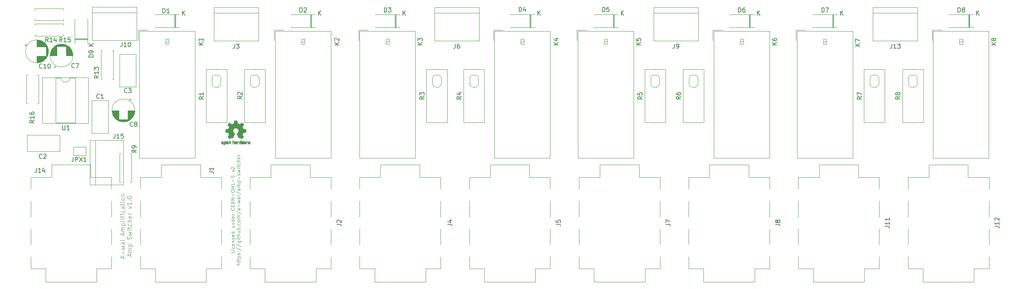
<source format=gto>
%TF.GenerationSoftware,KiCad,Pcbnew,9.0.0+dfsg-1*%
%TF.CreationDate,2025-03-12T13:28:31+01:00*%
%TF.ProjectId,relays-array-8,72656c61-7973-42d6-9172-7261792d382e,1.0*%
%TF.SameCoordinates,Original*%
%TF.FileFunction,Legend,Top*%
%TF.FilePolarity,Positive*%
%FSLAX46Y46*%
G04 Gerber Fmt 4.6, Leading zero omitted, Abs format (unit mm)*
G04 Created by KiCad (PCBNEW 9.0.0+dfsg-1) date 2025-03-12 13:28:31*
%MOMM*%
%LPD*%
G01*
G04 APERTURE LIST*
%ADD10C,0.100000*%
%ADD11C,0.150000*%
%ADD12C,0.120000*%
%ADD13C,0.010000*%
G04 APERTURE END LIST*
D10*
X84108940Y-122809524D02*
X84108940Y-123190476D01*
X84108940Y-123190476D02*
X83308940Y-123190476D01*
X84108940Y-122542857D02*
X83575606Y-122542857D01*
X83308940Y-122542857D02*
X83347035Y-122580953D01*
X83347035Y-122580953D02*
X83385130Y-122542857D01*
X83385130Y-122542857D02*
X83347035Y-122504762D01*
X83347035Y-122504762D02*
X83308940Y-122542857D01*
X83308940Y-122542857D02*
X83385130Y-122542857D01*
X84070845Y-121819048D02*
X84108940Y-121895239D01*
X84108940Y-121895239D02*
X84108940Y-122047620D01*
X84108940Y-122047620D02*
X84070845Y-122123810D01*
X84070845Y-122123810D02*
X84032749Y-122161905D01*
X84032749Y-122161905D02*
X83956559Y-122200001D01*
X83956559Y-122200001D02*
X83727987Y-122200001D01*
X83727987Y-122200001D02*
X83651797Y-122161905D01*
X83651797Y-122161905D02*
X83613702Y-122123810D01*
X83613702Y-122123810D02*
X83575606Y-122047620D01*
X83575606Y-122047620D02*
X83575606Y-121895239D01*
X83575606Y-121895239D02*
X83613702Y-121819048D01*
X84070845Y-121171429D02*
X84108940Y-121247620D01*
X84108940Y-121247620D02*
X84108940Y-121400001D01*
X84108940Y-121400001D02*
X84070845Y-121476191D01*
X84070845Y-121476191D02*
X83994654Y-121514287D01*
X83994654Y-121514287D02*
X83689892Y-121514287D01*
X83689892Y-121514287D02*
X83613702Y-121476191D01*
X83613702Y-121476191D02*
X83575606Y-121400001D01*
X83575606Y-121400001D02*
X83575606Y-121247620D01*
X83575606Y-121247620D02*
X83613702Y-121171429D01*
X83613702Y-121171429D02*
X83689892Y-121133334D01*
X83689892Y-121133334D02*
X83766083Y-121133334D01*
X83766083Y-121133334D02*
X83842273Y-121514287D01*
X83575606Y-120790477D02*
X84108940Y-120790477D01*
X83651797Y-120790477D02*
X83613702Y-120752382D01*
X83613702Y-120752382D02*
X83575606Y-120676192D01*
X83575606Y-120676192D02*
X83575606Y-120561906D01*
X83575606Y-120561906D02*
X83613702Y-120485715D01*
X83613702Y-120485715D02*
X83689892Y-120447620D01*
X83689892Y-120447620D02*
X84108940Y-120447620D01*
X84070845Y-120104763D02*
X84108940Y-120028572D01*
X84108940Y-120028572D02*
X84108940Y-119876191D01*
X84108940Y-119876191D02*
X84070845Y-119800001D01*
X84070845Y-119800001D02*
X83994654Y-119761905D01*
X83994654Y-119761905D02*
X83956559Y-119761905D01*
X83956559Y-119761905D02*
X83880368Y-119800001D01*
X83880368Y-119800001D02*
X83842273Y-119876191D01*
X83842273Y-119876191D02*
X83842273Y-119990477D01*
X83842273Y-119990477D02*
X83804178Y-120066667D01*
X83804178Y-120066667D02*
X83727987Y-120104763D01*
X83727987Y-120104763D02*
X83689892Y-120104763D01*
X83689892Y-120104763D02*
X83613702Y-120066667D01*
X83613702Y-120066667D02*
X83575606Y-119990477D01*
X83575606Y-119990477D02*
X83575606Y-119876191D01*
X83575606Y-119876191D02*
X83613702Y-119800001D01*
X84070845Y-119114286D02*
X84108940Y-119190477D01*
X84108940Y-119190477D02*
X84108940Y-119342858D01*
X84108940Y-119342858D02*
X84070845Y-119419048D01*
X84070845Y-119419048D02*
X83994654Y-119457144D01*
X83994654Y-119457144D02*
X83689892Y-119457144D01*
X83689892Y-119457144D02*
X83613702Y-119419048D01*
X83613702Y-119419048D02*
X83575606Y-119342858D01*
X83575606Y-119342858D02*
X83575606Y-119190477D01*
X83575606Y-119190477D02*
X83613702Y-119114286D01*
X83613702Y-119114286D02*
X83689892Y-119076191D01*
X83689892Y-119076191D02*
X83766083Y-119076191D01*
X83766083Y-119076191D02*
X83842273Y-119457144D01*
X84108940Y-118390477D02*
X83308940Y-118390477D01*
X84070845Y-118390477D02*
X84108940Y-118466668D01*
X84108940Y-118466668D02*
X84108940Y-118619049D01*
X84108940Y-118619049D02*
X84070845Y-118695239D01*
X84070845Y-118695239D02*
X84032749Y-118733334D01*
X84032749Y-118733334D02*
X83956559Y-118771430D01*
X83956559Y-118771430D02*
X83727987Y-118771430D01*
X83727987Y-118771430D02*
X83651797Y-118733334D01*
X83651797Y-118733334D02*
X83613702Y-118695239D01*
X83613702Y-118695239D02*
X83575606Y-118619049D01*
X83575606Y-118619049D02*
X83575606Y-118466668D01*
X83575606Y-118466668D02*
X83613702Y-118390477D01*
X83575606Y-117057143D02*
X84108940Y-117057143D01*
X83575606Y-117400000D02*
X83994654Y-117400000D01*
X83994654Y-117400000D02*
X84070845Y-117361905D01*
X84070845Y-117361905D02*
X84108940Y-117285715D01*
X84108940Y-117285715D02*
X84108940Y-117171429D01*
X84108940Y-117171429D02*
X84070845Y-117095238D01*
X84070845Y-117095238D02*
X84032749Y-117057143D01*
X83575606Y-116676190D02*
X84108940Y-116676190D01*
X83651797Y-116676190D02*
X83613702Y-116638095D01*
X83613702Y-116638095D02*
X83575606Y-116561905D01*
X83575606Y-116561905D02*
X83575606Y-116447619D01*
X83575606Y-116447619D02*
X83613702Y-116371428D01*
X83613702Y-116371428D02*
X83689892Y-116333333D01*
X83689892Y-116333333D02*
X84108940Y-116333333D01*
X84108940Y-115609523D02*
X83308940Y-115609523D01*
X84070845Y-115609523D02*
X84108940Y-115685714D01*
X84108940Y-115685714D02*
X84108940Y-115838095D01*
X84108940Y-115838095D02*
X84070845Y-115914285D01*
X84070845Y-115914285D02*
X84032749Y-115952380D01*
X84032749Y-115952380D02*
X83956559Y-115990476D01*
X83956559Y-115990476D02*
X83727987Y-115990476D01*
X83727987Y-115990476D02*
X83651797Y-115952380D01*
X83651797Y-115952380D02*
X83613702Y-115914285D01*
X83613702Y-115914285D02*
X83575606Y-115838095D01*
X83575606Y-115838095D02*
X83575606Y-115685714D01*
X83575606Y-115685714D02*
X83613702Y-115609523D01*
X84070845Y-114923808D02*
X84108940Y-114999999D01*
X84108940Y-114999999D02*
X84108940Y-115152380D01*
X84108940Y-115152380D02*
X84070845Y-115228570D01*
X84070845Y-115228570D02*
X83994654Y-115266666D01*
X83994654Y-115266666D02*
X83689892Y-115266666D01*
X83689892Y-115266666D02*
X83613702Y-115228570D01*
X83613702Y-115228570D02*
X83575606Y-115152380D01*
X83575606Y-115152380D02*
X83575606Y-114999999D01*
X83575606Y-114999999D02*
X83613702Y-114923808D01*
X83613702Y-114923808D02*
X83689892Y-114885713D01*
X83689892Y-114885713D02*
X83766083Y-114885713D01*
X83766083Y-114885713D02*
X83842273Y-115266666D01*
X84108940Y-114542856D02*
X83575606Y-114542856D01*
X83727987Y-114542856D02*
X83651797Y-114504761D01*
X83651797Y-114504761D02*
X83613702Y-114466666D01*
X83613702Y-114466666D02*
X83575606Y-114390475D01*
X83575606Y-114390475D02*
X83575606Y-114314285D01*
X84032749Y-112980951D02*
X84070845Y-113019047D01*
X84070845Y-113019047D02*
X84108940Y-113133332D01*
X84108940Y-113133332D02*
X84108940Y-113209523D01*
X84108940Y-113209523D02*
X84070845Y-113323809D01*
X84070845Y-113323809D02*
X83994654Y-113399999D01*
X83994654Y-113399999D02*
X83918464Y-113438094D01*
X83918464Y-113438094D02*
X83766083Y-113476190D01*
X83766083Y-113476190D02*
X83651797Y-113476190D01*
X83651797Y-113476190D02*
X83499416Y-113438094D01*
X83499416Y-113438094D02*
X83423225Y-113399999D01*
X83423225Y-113399999D02*
X83347035Y-113323809D01*
X83347035Y-113323809D02*
X83308940Y-113209523D01*
X83308940Y-113209523D02*
X83308940Y-113133332D01*
X83308940Y-113133332D02*
X83347035Y-113019047D01*
X83347035Y-113019047D02*
X83385130Y-112980951D01*
X83689892Y-112638094D02*
X83689892Y-112371428D01*
X84108940Y-112257142D02*
X84108940Y-112638094D01*
X84108940Y-112638094D02*
X83308940Y-112638094D01*
X83308940Y-112638094D02*
X83308940Y-112257142D01*
X84108940Y-111457141D02*
X83727987Y-111723808D01*
X84108940Y-111914284D02*
X83308940Y-111914284D01*
X83308940Y-111914284D02*
X83308940Y-111609522D01*
X83308940Y-111609522D02*
X83347035Y-111533332D01*
X83347035Y-111533332D02*
X83385130Y-111495237D01*
X83385130Y-111495237D02*
X83461321Y-111457141D01*
X83461321Y-111457141D02*
X83575606Y-111457141D01*
X83575606Y-111457141D02*
X83651797Y-111495237D01*
X83651797Y-111495237D02*
X83689892Y-111533332D01*
X83689892Y-111533332D02*
X83727987Y-111609522D01*
X83727987Y-111609522D02*
X83727987Y-111914284D01*
X84108940Y-111114284D02*
X83308940Y-111114284D01*
X83308940Y-111114284D02*
X84108940Y-110657141D01*
X84108940Y-110657141D02*
X83308940Y-110657141D01*
X83804178Y-110276189D02*
X83804178Y-109666666D01*
X83308940Y-109133332D02*
X83308940Y-108980951D01*
X83308940Y-108980951D02*
X83347035Y-108904761D01*
X83347035Y-108904761D02*
X83423225Y-108828570D01*
X83423225Y-108828570D02*
X83575606Y-108790475D01*
X83575606Y-108790475D02*
X83842273Y-108790475D01*
X83842273Y-108790475D02*
X83994654Y-108828570D01*
X83994654Y-108828570D02*
X84070845Y-108904761D01*
X84070845Y-108904761D02*
X84108940Y-108980951D01*
X84108940Y-108980951D02*
X84108940Y-109133332D01*
X84108940Y-109133332D02*
X84070845Y-109209523D01*
X84070845Y-109209523D02*
X83994654Y-109285713D01*
X83994654Y-109285713D02*
X83842273Y-109323809D01*
X83842273Y-109323809D02*
X83575606Y-109323809D01*
X83575606Y-109323809D02*
X83423225Y-109285713D01*
X83423225Y-109285713D02*
X83347035Y-109209523D01*
X83347035Y-109209523D02*
X83308940Y-109133332D01*
X84108940Y-108447618D02*
X83308940Y-108447618D01*
X83689892Y-108447618D02*
X83689892Y-107990475D01*
X84108940Y-107990475D02*
X83308940Y-107990475D01*
X84108940Y-107228571D02*
X84108940Y-107609523D01*
X84108940Y-107609523D02*
X83308940Y-107609523D01*
X83804178Y-106961904D02*
X83804178Y-106352381D01*
X84070845Y-106009524D02*
X84108940Y-105895238D01*
X84108940Y-105895238D02*
X84108940Y-105704762D01*
X84108940Y-105704762D02*
X84070845Y-105628571D01*
X84070845Y-105628571D02*
X84032749Y-105590476D01*
X84032749Y-105590476D02*
X83956559Y-105552381D01*
X83956559Y-105552381D02*
X83880368Y-105552381D01*
X83880368Y-105552381D02*
X83804178Y-105590476D01*
X83804178Y-105590476D02*
X83766083Y-105628571D01*
X83766083Y-105628571D02*
X83727987Y-105704762D01*
X83727987Y-105704762D02*
X83689892Y-105857143D01*
X83689892Y-105857143D02*
X83651797Y-105933333D01*
X83651797Y-105933333D02*
X83613702Y-105971428D01*
X83613702Y-105971428D02*
X83537511Y-106009524D01*
X83537511Y-106009524D02*
X83461321Y-106009524D01*
X83461321Y-106009524D02*
X83385130Y-105971428D01*
X83385130Y-105971428D02*
X83347035Y-105933333D01*
X83347035Y-105933333D02*
X83308940Y-105857143D01*
X83308940Y-105857143D02*
X83308940Y-105666666D01*
X83308940Y-105666666D02*
X83347035Y-105552381D01*
X83575606Y-104676190D02*
X84108940Y-104485714D01*
X84108940Y-104485714D02*
X83575606Y-104295237D01*
X83385130Y-104028571D02*
X83347035Y-103990475D01*
X83347035Y-103990475D02*
X83308940Y-103914285D01*
X83308940Y-103914285D02*
X83308940Y-103723809D01*
X83308940Y-103723809D02*
X83347035Y-103647618D01*
X83347035Y-103647618D02*
X83385130Y-103609523D01*
X83385130Y-103609523D02*
X83461321Y-103571428D01*
X83461321Y-103571428D02*
X83537511Y-103571428D01*
X83537511Y-103571428D02*
X83651797Y-103609523D01*
X83651797Y-103609523D02*
X84108940Y-104066666D01*
X84108940Y-104066666D02*
X84108940Y-103571428D01*
X85396895Y-125914286D02*
X84596895Y-125914286D01*
X85396895Y-125571429D02*
X84977847Y-125571429D01*
X84977847Y-125571429D02*
X84901657Y-125609524D01*
X84901657Y-125609524D02*
X84863561Y-125685715D01*
X84863561Y-125685715D02*
X84863561Y-125800001D01*
X84863561Y-125800001D02*
X84901657Y-125876191D01*
X84901657Y-125876191D02*
X84939752Y-125914286D01*
X84863561Y-125304762D02*
X84863561Y-125000000D01*
X84596895Y-125190476D02*
X85282609Y-125190476D01*
X85282609Y-125190476D02*
X85358800Y-125152381D01*
X85358800Y-125152381D02*
X85396895Y-125076191D01*
X85396895Y-125076191D02*
X85396895Y-125000000D01*
X84863561Y-124847619D02*
X84863561Y-124542857D01*
X84596895Y-124733333D02*
X85282609Y-124733333D01*
X85282609Y-124733333D02*
X85358800Y-124695238D01*
X85358800Y-124695238D02*
X85396895Y-124619048D01*
X85396895Y-124619048D02*
X85396895Y-124542857D01*
X84863561Y-124276190D02*
X85663561Y-124276190D01*
X84901657Y-124276190D02*
X84863561Y-124200000D01*
X84863561Y-124200000D02*
X84863561Y-124047619D01*
X84863561Y-124047619D02*
X84901657Y-123971428D01*
X84901657Y-123971428D02*
X84939752Y-123933333D01*
X84939752Y-123933333D02*
X85015942Y-123895238D01*
X85015942Y-123895238D02*
X85244514Y-123895238D01*
X85244514Y-123895238D02*
X85320704Y-123933333D01*
X85320704Y-123933333D02*
X85358800Y-123971428D01*
X85358800Y-123971428D02*
X85396895Y-124047619D01*
X85396895Y-124047619D02*
X85396895Y-124200000D01*
X85396895Y-124200000D02*
X85358800Y-124276190D01*
X85358800Y-123590476D02*
X85396895Y-123514285D01*
X85396895Y-123514285D02*
X85396895Y-123361904D01*
X85396895Y-123361904D02*
X85358800Y-123285714D01*
X85358800Y-123285714D02*
X85282609Y-123247618D01*
X85282609Y-123247618D02*
X85244514Y-123247618D01*
X85244514Y-123247618D02*
X85168323Y-123285714D01*
X85168323Y-123285714D02*
X85130228Y-123361904D01*
X85130228Y-123361904D02*
X85130228Y-123476190D01*
X85130228Y-123476190D02*
X85092133Y-123552380D01*
X85092133Y-123552380D02*
X85015942Y-123590476D01*
X85015942Y-123590476D02*
X84977847Y-123590476D01*
X84977847Y-123590476D02*
X84901657Y-123552380D01*
X84901657Y-123552380D02*
X84863561Y-123476190D01*
X84863561Y-123476190D02*
X84863561Y-123361904D01*
X84863561Y-123361904D02*
X84901657Y-123285714D01*
X85320704Y-122904761D02*
X85358800Y-122866666D01*
X85358800Y-122866666D02*
X85396895Y-122904761D01*
X85396895Y-122904761D02*
X85358800Y-122942857D01*
X85358800Y-122942857D02*
X85320704Y-122904761D01*
X85320704Y-122904761D02*
X85396895Y-122904761D01*
X84901657Y-122904761D02*
X84939752Y-122866666D01*
X84939752Y-122866666D02*
X84977847Y-122904761D01*
X84977847Y-122904761D02*
X84939752Y-122942857D01*
X84939752Y-122942857D02*
X84901657Y-122904761D01*
X84901657Y-122904761D02*
X84977847Y-122904761D01*
X84558800Y-121952381D02*
X85587371Y-122638095D01*
X84558800Y-121114286D02*
X85587371Y-121800000D01*
X84863561Y-120504762D02*
X85511180Y-120504762D01*
X85511180Y-120504762D02*
X85587371Y-120542857D01*
X85587371Y-120542857D02*
X85625466Y-120580953D01*
X85625466Y-120580953D02*
X85663561Y-120657143D01*
X85663561Y-120657143D02*
X85663561Y-120771429D01*
X85663561Y-120771429D02*
X85625466Y-120847619D01*
X85358800Y-120504762D02*
X85396895Y-120580953D01*
X85396895Y-120580953D02*
X85396895Y-120733334D01*
X85396895Y-120733334D02*
X85358800Y-120809524D01*
X85358800Y-120809524D02*
X85320704Y-120847619D01*
X85320704Y-120847619D02*
X85244514Y-120885715D01*
X85244514Y-120885715D02*
X85015942Y-120885715D01*
X85015942Y-120885715D02*
X84939752Y-120847619D01*
X84939752Y-120847619D02*
X84901657Y-120809524D01*
X84901657Y-120809524D02*
X84863561Y-120733334D01*
X84863561Y-120733334D02*
X84863561Y-120580953D01*
X84863561Y-120580953D02*
X84901657Y-120504762D01*
X85396895Y-120123809D02*
X84863561Y-120123809D01*
X84596895Y-120123809D02*
X84634990Y-120161905D01*
X84634990Y-120161905D02*
X84673085Y-120123809D01*
X84673085Y-120123809D02*
X84634990Y-120085714D01*
X84634990Y-120085714D02*
X84596895Y-120123809D01*
X84596895Y-120123809D02*
X84673085Y-120123809D01*
X84863561Y-119857143D02*
X84863561Y-119552381D01*
X84596895Y-119742857D02*
X85282609Y-119742857D01*
X85282609Y-119742857D02*
X85358800Y-119704762D01*
X85358800Y-119704762D02*
X85396895Y-119628572D01*
X85396895Y-119628572D02*
X85396895Y-119552381D01*
X85396895Y-119285714D02*
X84596895Y-119285714D01*
X85396895Y-118942857D02*
X84977847Y-118942857D01*
X84977847Y-118942857D02*
X84901657Y-118980952D01*
X84901657Y-118980952D02*
X84863561Y-119057143D01*
X84863561Y-119057143D02*
X84863561Y-119171429D01*
X84863561Y-119171429D02*
X84901657Y-119247619D01*
X84901657Y-119247619D02*
X84939752Y-119285714D01*
X84863561Y-118219047D02*
X85396895Y-118219047D01*
X84863561Y-118561904D02*
X85282609Y-118561904D01*
X85282609Y-118561904D02*
X85358800Y-118523809D01*
X85358800Y-118523809D02*
X85396895Y-118447619D01*
X85396895Y-118447619D02*
X85396895Y-118333333D01*
X85396895Y-118333333D02*
X85358800Y-118257142D01*
X85358800Y-118257142D02*
X85320704Y-118219047D01*
X85396895Y-117838094D02*
X84596895Y-117838094D01*
X84901657Y-117838094D02*
X84863561Y-117761904D01*
X84863561Y-117761904D02*
X84863561Y-117609523D01*
X84863561Y-117609523D02*
X84901657Y-117533332D01*
X84901657Y-117533332D02*
X84939752Y-117495237D01*
X84939752Y-117495237D02*
X85015942Y-117457142D01*
X85015942Y-117457142D02*
X85244514Y-117457142D01*
X85244514Y-117457142D02*
X85320704Y-117495237D01*
X85320704Y-117495237D02*
X85358800Y-117533332D01*
X85358800Y-117533332D02*
X85396895Y-117609523D01*
X85396895Y-117609523D02*
X85396895Y-117761904D01*
X85396895Y-117761904D02*
X85358800Y-117838094D01*
X85320704Y-117114284D02*
X85358800Y-117076189D01*
X85358800Y-117076189D02*
X85396895Y-117114284D01*
X85396895Y-117114284D02*
X85358800Y-117152380D01*
X85358800Y-117152380D02*
X85320704Y-117114284D01*
X85320704Y-117114284D02*
X85396895Y-117114284D01*
X85358800Y-116390475D02*
X85396895Y-116466666D01*
X85396895Y-116466666D02*
X85396895Y-116619047D01*
X85396895Y-116619047D02*
X85358800Y-116695237D01*
X85358800Y-116695237D02*
X85320704Y-116733332D01*
X85320704Y-116733332D02*
X85244514Y-116771428D01*
X85244514Y-116771428D02*
X85015942Y-116771428D01*
X85015942Y-116771428D02*
X84939752Y-116733332D01*
X84939752Y-116733332D02*
X84901657Y-116695237D01*
X84901657Y-116695237D02*
X84863561Y-116619047D01*
X84863561Y-116619047D02*
X84863561Y-116466666D01*
X84863561Y-116466666D02*
X84901657Y-116390475D01*
X85396895Y-115933333D02*
X85358800Y-116009523D01*
X85358800Y-116009523D02*
X85320704Y-116047618D01*
X85320704Y-116047618D02*
X85244514Y-116085714D01*
X85244514Y-116085714D02*
X85015942Y-116085714D01*
X85015942Y-116085714D02*
X84939752Y-116047618D01*
X84939752Y-116047618D02*
X84901657Y-116009523D01*
X84901657Y-116009523D02*
X84863561Y-115933333D01*
X84863561Y-115933333D02*
X84863561Y-115819047D01*
X84863561Y-115819047D02*
X84901657Y-115742856D01*
X84901657Y-115742856D02*
X84939752Y-115704761D01*
X84939752Y-115704761D02*
X85015942Y-115666666D01*
X85015942Y-115666666D02*
X85244514Y-115666666D01*
X85244514Y-115666666D02*
X85320704Y-115704761D01*
X85320704Y-115704761D02*
X85358800Y-115742856D01*
X85358800Y-115742856D02*
X85396895Y-115819047D01*
X85396895Y-115819047D02*
X85396895Y-115933333D01*
X85396895Y-115323808D02*
X84863561Y-115323808D01*
X84939752Y-115323808D02*
X84901657Y-115285713D01*
X84901657Y-115285713D02*
X84863561Y-115209523D01*
X84863561Y-115209523D02*
X84863561Y-115095237D01*
X84863561Y-115095237D02*
X84901657Y-115019046D01*
X84901657Y-115019046D02*
X84977847Y-114980951D01*
X84977847Y-114980951D02*
X85396895Y-114980951D01*
X84977847Y-114980951D02*
X84901657Y-114942856D01*
X84901657Y-114942856D02*
X84863561Y-114866665D01*
X84863561Y-114866665D02*
X84863561Y-114752380D01*
X84863561Y-114752380D02*
X84901657Y-114676189D01*
X84901657Y-114676189D02*
X84977847Y-114638094D01*
X84977847Y-114638094D02*
X85396895Y-114638094D01*
X84558800Y-113685713D02*
X85587371Y-114371427D01*
X85396895Y-113076189D02*
X84977847Y-113076189D01*
X84977847Y-113076189D02*
X84901657Y-113114284D01*
X84901657Y-113114284D02*
X84863561Y-113190475D01*
X84863561Y-113190475D02*
X84863561Y-113342856D01*
X84863561Y-113342856D02*
X84901657Y-113419046D01*
X85358800Y-113076189D02*
X85396895Y-113152380D01*
X85396895Y-113152380D02*
X85396895Y-113342856D01*
X85396895Y-113342856D02*
X85358800Y-113419046D01*
X85358800Y-113419046D02*
X85282609Y-113457142D01*
X85282609Y-113457142D02*
X85206419Y-113457142D01*
X85206419Y-113457142D02*
X85130228Y-113419046D01*
X85130228Y-113419046D02*
X85092133Y-113342856D01*
X85092133Y-113342856D02*
X85092133Y-113152380D01*
X85092133Y-113152380D02*
X85054038Y-113076189D01*
X85092133Y-112695236D02*
X85092133Y-112085713D01*
X84863561Y-111780951D02*
X85396895Y-111628570D01*
X85396895Y-111628570D02*
X85015942Y-111476189D01*
X85015942Y-111476189D02*
X85396895Y-111323808D01*
X85396895Y-111323808D02*
X84863561Y-111171427D01*
X85396895Y-110523808D02*
X84977847Y-110523808D01*
X84977847Y-110523808D02*
X84901657Y-110561903D01*
X84901657Y-110561903D02*
X84863561Y-110638094D01*
X84863561Y-110638094D02*
X84863561Y-110790475D01*
X84863561Y-110790475D02*
X84901657Y-110866665D01*
X85358800Y-110523808D02*
X85396895Y-110599999D01*
X85396895Y-110599999D02*
X85396895Y-110790475D01*
X85396895Y-110790475D02*
X85358800Y-110866665D01*
X85358800Y-110866665D02*
X85282609Y-110904761D01*
X85282609Y-110904761D02*
X85206419Y-110904761D01*
X85206419Y-110904761D02*
X85130228Y-110866665D01*
X85130228Y-110866665D02*
X85092133Y-110790475D01*
X85092133Y-110790475D02*
X85092133Y-110599999D01*
X85092133Y-110599999D02*
X85054038Y-110523808D01*
X85396895Y-110142855D02*
X84863561Y-110142855D01*
X84596895Y-110142855D02*
X84634990Y-110180951D01*
X84634990Y-110180951D02*
X84673085Y-110142855D01*
X84673085Y-110142855D02*
X84634990Y-110104760D01*
X84634990Y-110104760D02*
X84596895Y-110142855D01*
X84596895Y-110142855D02*
X84673085Y-110142855D01*
X84558800Y-109190475D02*
X85587371Y-109876189D01*
X85396895Y-108580951D02*
X84977847Y-108580951D01*
X84977847Y-108580951D02*
X84901657Y-108619046D01*
X84901657Y-108619046D02*
X84863561Y-108695237D01*
X84863561Y-108695237D02*
X84863561Y-108847618D01*
X84863561Y-108847618D02*
X84901657Y-108923808D01*
X85358800Y-108580951D02*
X85396895Y-108657142D01*
X85396895Y-108657142D02*
X85396895Y-108847618D01*
X85396895Y-108847618D02*
X85358800Y-108923808D01*
X85358800Y-108923808D02*
X85282609Y-108961904D01*
X85282609Y-108961904D02*
X85206419Y-108961904D01*
X85206419Y-108961904D02*
X85130228Y-108923808D01*
X85130228Y-108923808D02*
X85092133Y-108847618D01*
X85092133Y-108847618D02*
X85092133Y-108657142D01*
X85092133Y-108657142D02*
X85054038Y-108580951D01*
X85396895Y-108199998D02*
X84863561Y-108199998D01*
X84939752Y-108199998D02*
X84901657Y-108161903D01*
X84901657Y-108161903D02*
X84863561Y-108085713D01*
X84863561Y-108085713D02*
X84863561Y-107971427D01*
X84863561Y-107971427D02*
X84901657Y-107895236D01*
X84901657Y-107895236D02*
X84977847Y-107857141D01*
X84977847Y-107857141D02*
X85396895Y-107857141D01*
X84977847Y-107857141D02*
X84901657Y-107819046D01*
X84901657Y-107819046D02*
X84863561Y-107742855D01*
X84863561Y-107742855D02*
X84863561Y-107628570D01*
X84863561Y-107628570D02*
X84901657Y-107552379D01*
X84901657Y-107552379D02*
X84977847Y-107514284D01*
X84977847Y-107514284D02*
X85396895Y-107514284D01*
X84863561Y-107133331D02*
X85663561Y-107133331D01*
X84901657Y-107133331D02*
X84863561Y-107057141D01*
X84863561Y-107057141D02*
X84863561Y-106904760D01*
X84863561Y-106904760D02*
X84901657Y-106828569D01*
X84901657Y-106828569D02*
X84939752Y-106790474D01*
X84939752Y-106790474D02*
X85015942Y-106752379D01*
X85015942Y-106752379D02*
X85244514Y-106752379D01*
X85244514Y-106752379D02*
X85320704Y-106790474D01*
X85320704Y-106790474D02*
X85358800Y-106828569D01*
X85358800Y-106828569D02*
X85396895Y-106904760D01*
X85396895Y-106904760D02*
X85396895Y-107057141D01*
X85396895Y-107057141D02*
X85358800Y-107133331D01*
X85092133Y-106409521D02*
X85092133Y-105799998D01*
X85358800Y-105457141D02*
X85396895Y-105380950D01*
X85396895Y-105380950D02*
X85396895Y-105228569D01*
X85396895Y-105228569D02*
X85358800Y-105152379D01*
X85358800Y-105152379D02*
X85282609Y-105114283D01*
X85282609Y-105114283D02*
X85244514Y-105114283D01*
X85244514Y-105114283D02*
X85168323Y-105152379D01*
X85168323Y-105152379D02*
X85130228Y-105228569D01*
X85130228Y-105228569D02*
X85130228Y-105342855D01*
X85130228Y-105342855D02*
X85092133Y-105419045D01*
X85092133Y-105419045D02*
X85015942Y-105457141D01*
X85015942Y-105457141D02*
X84977847Y-105457141D01*
X84977847Y-105457141D02*
X84901657Y-105419045D01*
X84901657Y-105419045D02*
X84863561Y-105342855D01*
X84863561Y-105342855D02*
X84863561Y-105228569D01*
X84863561Y-105228569D02*
X84901657Y-105152379D01*
X84863561Y-104847617D02*
X85396895Y-104695236D01*
X85396895Y-104695236D02*
X85015942Y-104542855D01*
X85015942Y-104542855D02*
X85396895Y-104390474D01*
X85396895Y-104390474D02*
X84863561Y-104238093D01*
X85396895Y-103933331D02*
X84863561Y-103933331D01*
X84596895Y-103933331D02*
X84634990Y-103971427D01*
X84634990Y-103971427D02*
X84673085Y-103933331D01*
X84673085Y-103933331D02*
X84634990Y-103895236D01*
X84634990Y-103895236D02*
X84596895Y-103933331D01*
X84596895Y-103933331D02*
X84673085Y-103933331D01*
X84863561Y-103666665D02*
X84863561Y-103361903D01*
X84596895Y-103552379D02*
X85282609Y-103552379D01*
X85282609Y-103552379D02*
X85358800Y-103514284D01*
X85358800Y-103514284D02*
X85396895Y-103438094D01*
X85396895Y-103438094D02*
X85396895Y-103361903D01*
X85358800Y-102752379D02*
X85396895Y-102828570D01*
X85396895Y-102828570D02*
X85396895Y-102980951D01*
X85396895Y-102980951D02*
X85358800Y-103057141D01*
X85358800Y-103057141D02*
X85320704Y-103095236D01*
X85320704Y-103095236D02*
X85244514Y-103133332D01*
X85244514Y-103133332D02*
X85015942Y-103133332D01*
X85015942Y-103133332D02*
X84939752Y-103095236D01*
X84939752Y-103095236D02*
X84901657Y-103057141D01*
X84901657Y-103057141D02*
X84863561Y-102980951D01*
X84863561Y-102980951D02*
X84863561Y-102828570D01*
X84863561Y-102828570D02*
X84901657Y-102752379D01*
X85396895Y-102409522D02*
X84596895Y-102409522D01*
X85396895Y-102066665D02*
X84977847Y-102066665D01*
X84977847Y-102066665D02*
X84901657Y-102104760D01*
X84901657Y-102104760D02*
X84863561Y-102180951D01*
X84863561Y-102180951D02*
X84863561Y-102295237D01*
X84863561Y-102295237D02*
X84901657Y-102371427D01*
X84901657Y-102371427D02*
X84939752Y-102409522D01*
X85358800Y-101380950D02*
X85396895Y-101457141D01*
X85396895Y-101457141D02*
X85396895Y-101609522D01*
X85396895Y-101609522D02*
X85358800Y-101685712D01*
X85358800Y-101685712D02*
X85282609Y-101723808D01*
X85282609Y-101723808D02*
X84977847Y-101723808D01*
X84977847Y-101723808D02*
X84901657Y-101685712D01*
X84901657Y-101685712D02*
X84863561Y-101609522D01*
X84863561Y-101609522D02*
X84863561Y-101457141D01*
X84863561Y-101457141D02*
X84901657Y-101380950D01*
X84901657Y-101380950D02*
X84977847Y-101342855D01*
X84977847Y-101342855D02*
X85054038Y-101342855D01*
X85054038Y-101342855D02*
X85130228Y-101723808D01*
X85396895Y-100999998D02*
X84863561Y-100999998D01*
X85015942Y-100999998D02*
X84939752Y-100961903D01*
X84939752Y-100961903D02*
X84901657Y-100923808D01*
X84901657Y-100923808D02*
X84863561Y-100847617D01*
X84863561Y-100847617D02*
X84863561Y-100771427D01*
X58776760Y-124433332D02*
X58776760Y-123957142D01*
X59062475Y-124528570D02*
X58062475Y-124195237D01*
X58062475Y-124195237D02*
X59062475Y-123861904D01*
X58681522Y-123528570D02*
X58681522Y-122766666D01*
X58395808Y-122385713D02*
X59062475Y-122195237D01*
X59062475Y-122195237D02*
X58586284Y-122004761D01*
X58586284Y-122004761D02*
X59062475Y-121814285D01*
X59062475Y-121814285D02*
X58395808Y-121623809D01*
X59062475Y-120814285D02*
X58538665Y-120814285D01*
X58538665Y-120814285D02*
X58443427Y-120861904D01*
X58443427Y-120861904D02*
X58395808Y-120957142D01*
X58395808Y-120957142D02*
X58395808Y-121147618D01*
X58395808Y-121147618D02*
X58443427Y-121242856D01*
X59014856Y-120814285D02*
X59062475Y-120909523D01*
X59062475Y-120909523D02*
X59062475Y-121147618D01*
X59062475Y-121147618D02*
X59014856Y-121242856D01*
X59014856Y-121242856D02*
X58919617Y-121290475D01*
X58919617Y-121290475D02*
X58824379Y-121290475D01*
X58824379Y-121290475D02*
X58729141Y-121242856D01*
X58729141Y-121242856D02*
X58681522Y-121147618D01*
X58681522Y-121147618D02*
X58681522Y-120909523D01*
X58681522Y-120909523D02*
X58633903Y-120814285D01*
X59062475Y-120338094D02*
X58395808Y-120338094D01*
X58062475Y-120338094D02*
X58110094Y-120385713D01*
X58110094Y-120385713D02*
X58157713Y-120338094D01*
X58157713Y-120338094D02*
X58110094Y-120290475D01*
X58110094Y-120290475D02*
X58062475Y-120338094D01*
X58062475Y-120338094D02*
X58157713Y-120338094D01*
X58776760Y-119147618D02*
X58776760Y-118671428D01*
X59062475Y-119242856D02*
X58062475Y-118909523D01*
X58062475Y-118909523D02*
X59062475Y-118576190D01*
X59062475Y-118242856D02*
X58395808Y-118242856D01*
X58491046Y-118242856D02*
X58443427Y-118195237D01*
X58443427Y-118195237D02*
X58395808Y-118099999D01*
X58395808Y-118099999D02*
X58395808Y-117957142D01*
X58395808Y-117957142D02*
X58443427Y-117861904D01*
X58443427Y-117861904D02*
X58538665Y-117814285D01*
X58538665Y-117814285D02*
X59062475Y-117814285D01*
X58538665Y-117814285D02*
X58443427Y-117766666D01*
X58443427Y-117766666D02*
X58395808Y-117671428D01*
X58395808Y-117671428D02*
X58395808Y-117528571D01*
X58395808Y-117528571D02*
X58443427Y-117433332D01*
X58443427Y-117433332D02*
X58538665Y-117385713D01*
X58538665Y-117385713D02*
X59062475Y-117385713D01*
X58395808Y-116909523D02*
X59395808Y-116909523D01*
X58443427Y-116909523D02*
X58395808Y-116814285D01*
X58395808Y-116814285D02*
X58395808Y-116623809D01*
X58395808Y-116623809D02*
X58443427Y-116528571D01*
X58443427Y-116528571D02*
X58491046Y-116480952D01*
X58491046Y-116480952D02*
X58586284Y-116433333D01*
X58586284Y-116433333D02*
X58871998Y-116433333D01*
X58871998Y-116433333D02*
X58967236Y-116480952D01*
X58967236Y-116480952D02*
X59014856Y-116528571D01*
X59014856Y-116528571D02*
X59062475Y-116623809D01*
X59062475Y-116623809D02*
X59062475Y-116814285D01*
X59062475Y-116814285D02*
X59014856Y-116909523D01*
X59062475Y-115861904D02*
X59014856Y-115957142D01*
X59014856Y-115957142D02*
X58919617Y-116004761D01*
X58919617Y-116004761D02*
X58062475Y-116004761D01*
X59062475Y-115480951D02*
X58395808Y-115480951D01*
X58062475Y-115480951D02*
X58110094Y-115528570D01*
X58110094Y-115528570D02*
X58157713Y-115480951D01*
X58157713Y-115480951D02*
X58110094Y-115433332D01*
X58110094Y-115433332D02*
X58062475Y-115480951D01*
X58062475Y-115480951D02*
X58157713Y-115480951D01*
X58395808Y-115147618D02*
X58395808Y-114766666D01*
X59062475Y-115004761D02*
X58205332Y-115004761D01*
X58205332Y-115004761D02*
X58110094Y-114957142D01*
X58110094Y-114957142D02*
X58062475Y-114861904D01*
X58062475Y-114861904D02*
X58062475Y-114766666D01*
X59062475Y-114433332D02*
X58395808Y-114433332D01*
X58062475Y-114433332D02*
X58110094Y-114480951D01*
X58110094Y-114480951D02*
X58157713Y-114433332D01*
X58157713Y-114433332D02*
X58110094Y-114385713D01*
X58110094Y-114385713D02*
X58062475Y-114433332D01*
X58062475Y-114433332D02*
X58157713Y-114433332D01*
X59014856Y-113528571D02*
X59062475Y-113623809D01*
X59062475Y-113623809D02*
X59062475Y-113814285D01*
X59062475Y-113814285D02*
X59014856Y-113909523D01*
X59014856Y-113909523D02*
X58967236Y-113957142D01*
X58967236Y-113957142D02*
X58871998Y-114004761D01*
X58871998Y-114004761D02*
X58586284Y-114004761D01*
X58586284Y-114004761D02*
X58491046Y-113957142D01*
X58491046Y-113957142D02*
X58443427Y-113909523D01*
X58443427Y-113909523D02*
X58395808Y-113814285D01*
X58395808Y-113814285D02*
X58395808Y-113623809D01*
X58395808Y-113623809D02*
X58443427Y-113528571D01*
X59062475Y-112671428D02*
X58538665Y-112671428D01*
X58538665Y-112671428D02*
X58443427Y-112719047D01*
X58443427Y-112719047D02*
X58395808Y-112814285D01*
X58395808Y-112814285D02*
X58395808Y-113004761D01*
X58395808Y-113004761D02*
X58443427Y-113099999D01*
X59014856Y-112671428D02*
X59062475Y-112766666D01*
X59062475Y-112766666D02*
X59062475Y-113004761D01*
X59062475Y-113004761D02*
X59014856Y-113099999D01*
X59014856Y-113099999D02*
X58919617Y-113147618D01*
X58919617Y-113147618D02*
X58824379Y-113147618D01*
X58824379Y-113147618D02*
X58729141Y-113099999D01*
X58729141Y-113099999D02*
X58681522Y-113004761D01*
X58681522Y-113004761D02*
X58681522Y-112766666D01*
X58681522Y-112766666D02*
X58633903Y-112671428D01*
X58395808Y-112338094D02*
X58395808Y-111957142D01*
X58062475Y-112195237D02*
X58919617Y-112195237D01*
X58919617Y-112195237D02*
X59014856Y-112147618D01*
X59014856Y-112147618D02*
X59062475Y-112052380D01*
X59062475Y-112052380D02*
X59062475Y-111957142D01*
X59062475Y-111623808D02*
X58395808Y-111623808D01*
X58062475Y-111623808D02*
X58110094Y-111671427D01*
X58110094Y-111671427D02*
X58157713Y-111623808D01*
X58157713Y-111623808D02*
X58110094Y-111576189D01*
X58110094Y-111576189D02*
X58062475Y-111623808D01*
X58062475Y-111623808D02*
X58157713Y-111623808D01*
X59062475Y-111004761D02*
X59014856Y-111099999D01*
X59014856Y-111099999D02*
X58967236Y-111147618D01*
X58967236Y-111147618D02*
X58871998Y-111195237D01*
X58871998Y-111195237D02*
X58586284Y-111195237D01*
X58586284Y-111195237D02*
X58491046Y-111147618D01*
X58491046Y-111147618D02*
X58443427Y-111099999D01*
X58443427Y-111099999D02*
X58395808Y-111004761D01*
X58395808Y-111004761D02*
X58395808Y-110861904D01*
X58395808Y-110861904D02*
X58443427Y-110766666D01*
X58443427Y-110766666D02*
X58491046Y-110719047D01*
X58491046Y-110719047D02*
X58586284Y-110671428D01*
X58586284Y-110671428D02*
X58871998Y-110671428D01*
X58871998Y-110671428D02*
X58967236Y-110719047D01*
X58967236Y-110719047D02*
X59014856Y-110766666D01*
X59014856Y-110766666D02*
X59062475Y-110861904D01*
X59062475Y-110861904D02*
X59062475Y-111004761D01*
X58395808Y-110242856D02*
X59062475Y-110242856D01*
X58491046Y-110242856D02*
X58443427Y-110195237D01*
X58443427Y-110195237D02*
X58395808Y-110099999D01*
X58395808Y-110099999D02*
X58395808Y-109957142D01*
X58395808Y-109957142D02*
X58443427Y-109861904D01*
X58443427Y-109861904D02*
X58538665Y-109814285D01*
X58538665Y-109814285D02*
X59062475Y-109814285D01*
X60386704Y-123933333D02*
X60386704Y-123457143D01*
X60672419Y-124028571D02*
X59672419Y-123695238D01*
X59672419Y-123695238D02*
X60672419Y-123361905D01*
X60672419Y-123028571D02*
X60005752Y-123028571D01*
X60100990Y-123028571D02*
X60053371Y-122980952D01*
X60053371Y-122980952D02*
X60005752Y-122885714D01*
X60005752Y-122885714D02*
X60005752Y-122742857D01*
X60005752Y-122742857D02*
X60053371Y-122647619D01*
X60053371Y-122647619D02*
X60148609Y-122600000D01*
X60148609Y-122600000D02*
X60672419Y-122600000D01*
X60148609Y-122600000D02*
X60053371Y-122552381D01*
X60053371Y-122552381D02*
X60005752Y-122457143D01*
X60005752Y-122457143D02*
X60005752Y-122314286D01*
X60005752Y-122314286D02*
X60053371Y-122219047D01*
X60053371Y-122219047D02*
X60148609Y-122171428D01*
X60148609Y-122171428D02*
X60672419Y-122171428D01*
X60005752Y-121695238D02*
X61005752Y-121695238D01*
X60053371Y-121695238D02*
X60005752Y-121600000D01*
X60005752Y-121600000D02*
X60005752Y-121409524D01*
X60005752Y-121409524D02*
X60053371Y-121314286D01*
X60053371Y-121314286D02*
X60100990Y-121266667D01*
X60100990Y-121266667D02*
X60196228Y-121219048D01*
X60196228Y-121219048D02*
X60481942Y-121219048D01*
X60481942Y-121219048D02*
X60577180Y-121266667D01*
X60577180Y-121266667D02*
X60624800Y-121314286D01*
X60624800Y-121314286D02*
X60672419Y-121409524D01*
X60672419Y-121409524D02*
X60672419Y-121600000D01*
X60672419Y-121600000D02*
X60624800Y-121695238D01*
X60624800Y-120076190D02*
X60672419Y-119933333D01*
X60672419Y-119933333D02*
X60672419Y-119695238D01*
X60672419Y-119695238D02*
X60624800Y-119600000D01*
X60624800Y-119600000D02*
X60577180Y-119552381D01*
X60577180Y-119552381D02*
X60481942Y-119504762D01*
X60481942Y-119504762D02*
X60386704Y-119504762D01*
X60386704Y-119504762D02*
X60291466Y-119552381D01*
X60291466Y-119552381D02*
X60243847Y-119600000D01*
X60243847Y-119600000D02*
X60196228Y-119695238D01*
X60196228Y-119695238D02*
X60148609Y-119885714D01*
X60148609Y-119885714D02*
X60100990Y-119980952D01*
X60100990Y-119980952D02*
X60053371Y-120028571D01*
X60053371Y-120028571D02*
X59958133Y-120076190D01*
X59958133Y-120076190D02*
X59862895Y-120076190D01*
X59862895Y-120076190D02*
X59767657Y-120028571D01*
X59767657Y-120028571D02*
X59720038Y-119980952D01*
X59720038Y-119980952D02*
X59672419Y-119885714D01*
X59672419Y-119885714D02*
X59672419Y-119647619D01*
X59672419Y-119647619D02*
X59720038Y-119504762D01*
X60005752Y-119171428D02*
X60672419Y-118980952D01*
X60672419Y-118980952D02*
X60196228Y-118790476D01*
X60196228Y-118790476D02*
X60672419Y-118600000D01*
X60672419Y-118600000D02*
X60005752Y-118409524D01*
X60672419Y-118028571D02*
X60005752Y-118028571D01*
X59672419Y-118028571D02*
X59720038Y-118076190D01*
X59720038Y-118076190D02*
X59767657Y-118028571D01*
X59767657Y-118028571D02*
X59720038Y-117980952D01*
X59720038Y-117980952D02*
X59672419Y-118028571D01*
X59672419Y-118028571D02*
X59767657Y-118028571D01*
X60005752Y-117695238D02*
X60005752Y-117314286D01*
X59672419Y-117552381D02*
X60529561Y-117552381D01*
X60529561Y-117552381D02*
X60624800Y-117504762D01*
X60624800Y-117504762D02*
X60672419Y-117409524D01*
X60672419Y-117409524D02*
X60672419Y-117314286D01*
X60624800Y-116552381D02*
X60672419Y-116647619D01*
X60672419Y-116647619D02*
X60672419Y-116838095D01*
X60672419Y-116838095D02*
X60624800Y-116933333D01*
X60624800Y-116933333D02*
X60577180Y-116980952D01*
X60577180Y-116980952D02*
X60481942Y-117028571D01*
X60481942Y-117028571D02*
X60196228Y-117028571D01*
X60196228Y-117028571D02*
X60100990Y-116980952D01*
X60100990Y-116980952D02*
X60053371Y-116933333D01*
X60053371Y-116933333D02*
X60005752Y-116838095D01*
X60005752Y-116838095D02*
X60005752Y-116647619D01*
X60005752Y-116647619D02*
X60053371Y-116552381D01*
X60672419Y-116123809D02*
X59672419Y-116123809D01*
X60672419Y-115695238D02*
X60148609Y-115695238D01*
X60148609Y-115695238D02*
X60053371Y-115742857D01*
X60053371Y-115742857D02*
X60005752Y-115838095D01*
X60005752Y-115838095D02*
X60005752Y-115980952D01*
X60005752Y-115980952D02*
X60053371Y-116076190D01*
X60053371Y-116076190D02*
X60100990Y-116123809D01*
X60624800Y-114838095D02*
X60672419Y-114933333D01*
X60672419Y-114933333D02*
X60672419Y-115123809D01*
X60672419Y-115123809D02*
X60624800Y-115219047D01*
X60624800Y-115219047D02*
X60529561Y-115266666D01*
X60529561Y-115266666D02*
X60148609Y-115266666D01*
X60148609Y-115266666D02*
X60053371Y-115219047D01*
X60053371Y-115219047D02*
X60005752Y-115123809D01*
X60005752Y-115123809D02*
X60005752Y-114933333D01*
X60005752Y-114933333D02*
X60053371Y-114838095D01*
X60053371Y-114838095D02*
X60148609Y-114790476D01*
X60148609Y-114790476D02*
X60243847Y-114790476D01*
X60243847Y-114790476D02*
X60339085Y-115266666D01*
X60672419Y-114361904D02*
X60005752Y-114361904D01*
X60196228Y-114361904D02*
X60100990Y-114314285D01*
X60100990Y-114314285D02*
X60053371Y-114266666D01*
X60053371Y-114266666D02*
X60005752Y-114171428D01*
X60005752Y-114171428D02*
X60005752Y-114076190D01*
X60005752Y-113076189D02*
X60672419Y-112838094D01*
X60672419Y-112838094D02*
X60005752Y-112599999D01*
X60672419Y-111695237D02*
X60672419Y-112266665D01*
X60672419Y-111980951D02*
X59672419Y-111980951D01*
X59672419Y-111980951D02*
X59815276Y-112076189D01*
X59815276Y-112076189D02*
X59910514Y-112171427D01*
X59910514Y-112171427D02*
X59958133Y-112266665D01*
X60577180Y-111266665D02*
X60624800Y-111219046D01*
X60624800Y-111219046D02*
X60672419Y-111266665D01*
X60672419Y-111266665D02*
X60624800Y-111314284D01*
X60624800Y-111314284D02*
X60577180Y-111266665D01*
X60577180Y-111266665D02*
X60672419Y-111266665D01*
X59672419Y-110599999D02*
X59672419Y-110504761D01*
X59672419Y-110504761D02*
X59720038Y-110409523D01*
X59720038Y-110409523D02*
X59767657Y-110361904D01*
X59767657Y-110361904D02*
X59862895Y-110314285D01*
X59862895Y-110314285D02*
X60053371Y-110266666D01*
X60053371Y-110266666D02*
X60291466Y-110266666D01*
X60291466Y-110266666D02*
X60481942Y-110314285D01*
X60481942Y-110314285D02*
X60577180Y-110361904D01*
X60577180Y-110361904D02*
X60624800Y-110409523D01*
X60624800Y-110409523D02*
X60672419Y-110504761D01*
X60672419Y-110504761D02*
X60672419Y-110599999D01*
X60672419Y-110599999D02*
X60624800Y-110695237D01*
X60624800Y-110695237D02*
X60577180Y-110742856D01*
X60577180Y-110742856D02*
X60481942Y-110790475D01*
X60481942Y-110790475D02*
X60291466Y-110838094D01*
X60291466Y-110838094D02*
X60053371Y-110838094D01*
X60053371Y-110838094D02*
X59862895Y-110790475D01*
X59862895Y-110790475D02*
X59767657Y-110742856D01*
X59767657Y-110742856D02*
X59720038Y-110695237D01*
X59720038Y-110695237D02*
X59672419Y-110599999D01*
D11*
X207454819Y-116683333D02*
X208169104Y-116683333D01*
X208169104Y-116683333D02*
X208311961Y-116730952D01*
X208311961Y-116730952D02*
X208407200Y-116826190D01*
X208407200Y-116826190D02*
X208454819Y-116969047D01*
X208454819Y-116969047D02*
X208454819Y-117064285D01*
X207454819Y-115730952D02*
X207454819Y-116207142D01*
X207454819Y-116207142D02*
X207931009Y-116254761D01*
X207931009Y-116254761D02*
X207883390Y-116207142D01*
X207883390Y-116207142D02*
X207835771Y-116111904D01*
X207835771Y-116111904D02*
X207835771Y-115873809D01*
X207835771Y-115873809D02*
X207883390Y-115778571D01*
X207883390Y-115778571D02*
X207931009Y-115730952D01*
X207931009Y-115730952D02*
X208026247Y-115683333D01*
X208026247Y-115683333D02*
X208264342Y-115683333D01*
X208264342Y-115683333D02*
X208359580Y-115730952D01*
X208359580Y-115730952D02*
X208407200Y-115778571D01*
X208407200Y-115778571D02*
X208454819Y-115873809D01*
X208454819Y-115873809D02*
X208454819Y-116111904D01*
X208454819Y-116111904D02*
X208407200Y-116207142D01*
X208407200Y-116207142D02*
X208359580Y-116254761D01*
X207704819Y-75738094D02*
X206704819Y-75738094D01*
X207704819Y-75166666D02*
X207133390Y-75595237D01*
X206704819Y-75166666D02*
X207276247Y-75738094D01*
X206704819Y-74309523D02*
X206704819Y-74499999D01*
X206704819Y-74499999D02*
X206752438Y-74595237D01*
X206752438Y-74595237D02*
X206800057Y-74642856D01*
X206800057Y-74642856D02*
X206942914Y-74738094D01*
X206942914Y-74738094D02*
X207133390Y-74785713D01*
X207133390Y-74785713D02*
X207514342Y-74785713D01*
X207514342Y-74785713D02*
X207609580Y-74738094D01*
X207609580Y-74738094D02*
X207657200Y-74690475D01*
X207657200Y-74690475D02*
X207704819Y-74595237D01*
X207704819Y-74595237D02*
X207704819Y-74404761D01*
X207704819Y-74404761D02*
X207657200Y-74309523D01*
X207657200Y-74309523D02*
X207609580Y-74261904D01*
X207609580Y-74261904D02*
X207514342Y-74214285D01*
X207514342Y-74214285D02*
X207276247Y-74214285D01*
X207276247Y-74214285D02*
X207181009Y-74261904D01*
X207181009Y-74261904D02*
X207133390Y-74309523D01*
X207133390Y-74309523D02*
X207085771Y-74404761D01*
X207085771Y-74404761D02*
X207085771Y-74595237D01*
X207085771Y-74595237D02*
X207133390Y-74690475D01*
X207133390Y-74690475D02*
X207181009Y-74738094D01*
X207181009Y-74738094D02*
X207276247Y-74785713D01*
X126954819Y-75738094D02*
X125954819Y-75738094D01*
X126954819Y-75166666D02*
X126383390Y-75595237D01*
X125954819Y-75166666D02*
X126526247Y-75738094D01*
X125954819Y-74833332D02*
X125954819Y-74214285D01*
X125954819Y-74214285D02*
X126335771Y-74547618D01*
X126335771Y-74547618D02*
X126335771Y-74404761D01*
X126335771Y-74404761D02*
X126383390Y-74309523D01*
X126383390Y-74309523D02*
X126431009Y-74261904D01*
X126431009Y-74261904D02*
X126526247Y-74214285D01*
X126526247Y-74214285D02*
X126764342Y-74214285D01*
X126764342Y-74214285D02*
X126859580Y-74261904D01*
X126859580Y-74261904D02*
X126907200Y-74309523D01*
X126907200Y-74309523D02*
X126954819Y-74404761D01*
X126954819Y-74404761D02*
X126954819Y-74690475D01*
X126954819Y-74690475D02*
X126907200Y-74785713D01*
X126907200Y-74785713D02*
X126859580Y-74833332D01*
X127354819Y-87546666D02*
X126878628Y-87879999D01*
X127354819Y-88118094D02*
X126354819Y-88118094D01*
X126354819Y-88118094D02*
X126354819Y-87737142D01*
X126354819Y-87737142D02*
X126402438Y-87641904D01*
X126402438Y-87641904D02*
X126450057Y-87594285D01*
X126450057Y-87594285D02*
X126545295Y-87546666D01*
X126545295Y-87546666D02*
X126688152Y-87546666D01*
X126688152Y-87546666D02*
X126783390Y-87594285D01*
X126783390Y-87594285D02*
X126831009Y-87641904D01*
X126831009Y-87641904D02*
X126878628Y-87737142D01*
X126878628Y-87737142D02*
X126878628Y-88118094D01*
X126354819Y-87213332D02*
X126354819Y-86594285D01*
X126354819Y-86594285D02*
X126735771Y-86927618D01*
X126735771Y-86927618D02*
X126735771Y-86784761D01*
X126735771Y-86784761D02*
X126783390Y-86689523D01*
X126783390Y-86689523D02*
X126831009Y-86641904D01*
X126831009Y-86641904D02*
X126926247Y-86594285D01*
X126926247Y-86594285D02*
X127164342Y-86594285D01*
X127164342Y-86594285D02*
X127259580Y-86641904D01*
X127259580Y-86641904D02*
X127307200Y-86689523D01*
X127307200Y-86689523D02*
X127354819Y-86784761D01*
X127354819Y-86784761D02*
X127354819Y-87070475D01*
X127354819Y-87070475D02*
X127307200Y-87165713D01*
X127307200Y-87165713D02*
X127259580Y-87213332D01*
X226704819Y-75988094D02*
X225704819Y-75988094D01*
X226704819Y-75416666D02*
X226133390Y-75845237D01*
X225704819Y-75416666D02*
X226276247Y-75988094D01*
X225704819Y-75083332D02*
X225704819Y-74416666D01*
X225704819Y-74416666D02*
X226704819Y-74845237D01*
X257454819Y-117159523D02*
X258169104Y-117159523D01*
X258169104Y-117159523D02*
X258311961Y-117207142D01*
X258311961Y-117207142D02*
X258407200Y-117302380D01*
X258407200Y-117302380D02*
X258454819Y-117445237D01*
X258454819Y-117445237D02*
X258454819Y-117540475D01*
X258454819Y-116159523D02*
X258454819Y-116730951D01*
X258454819Y-116445237D02*
X257454819Y-116445237D01*
X257454819Y-116445237D02*
X257597676Y-116540475D01*
X257597676Y-116540475D02*
X257692914Y-116635713D01*
X257692914Y-116635713D02*
X257740533Y-116730951D01*
X257550057Y-115778570D02*
X257502438Y-115730951D01*
X257502438Y-115730951D02*
X257454819Y-115635713D01*
X257454819Y-115635713D02*
X257454819Y-115397618D01*
X257454819Y-115397618D02*
X257502438Y-115302380D01*
X257502438Y-115302380D02*
X257550057Y-115254761D01*
X257550057Y-115254761D02*
X257645295Y-115207142D01*
X257645295Y-115207142D02*
X257740533Y-115207142D01*
X257740533Y-115207142D02*
X257883390Y-115254761D01*
X257883390Y-115254761D02*
X258454819Y-115826189D01*
X258454819Y-115826189D02*
X258454819Y-115207142D01*
X135834819Y-87546666D02*
X135358628Y-87879999D01*
X135834819Y-88118094D02*
X134834819Y-88118094D01*
X134834819Y-88118094D02*
X134834819Y-87737142D01*
X134834819Y-87737142D02*
X134882438Y-87641904D01*
X134882438Y-87641904D02*
X134930057Y-87594285D01*
X134930057Y-87594285D02*
X135025295Y-87546666D01*
X135025295Y-87546666D02*
X135168152Y-87546666D01*
X135168152Y-87546666D02*
X135263390Y-87594285D01*
X135263390Y-87594285D02*
X135311009Y-87641904D01*
X135311009Y-87641904D02*
X135358628Y-87737142D01*
X135358628Y-87737142D02*
X135358628Y-88118094D01*
X135168152Y-86689523D02*
X135834819Y-86689523D01*
X134787200Y-86927618D02*
X135501485Y-87165713D01*
X135501485Y-87165713D02*
X135501485Y-86546666D01*
X99011905Y-68254819D02*
X99011905Y-67254819D01*
X99011905Y-67254819D02*
X99250000Y-67254819D01*
X99250000Y-67254819D02*
X99392857Y-67302438D01*
X99392857Y-67302438D02*
X99488095Y-67397676D01*
X99488095Y-67397676D02*
X99535714Y-67492914D01*
X99535714Y-67492914D02*
X99583333Y-67683390D01*
X99583333Y-67683390D02*
X99583333Y-67826247D01*
X99583333Y-67826247D02*
X99535714Y-68016723D01*
X99535714Y-68016723D02*
X99488095Y-68111961D01*
X99488095Y-68111961D02*
X99392857Y-68207200D01*
X99392857Y-68207200D02*
X99250000Y-68254819D01*
X99250000Y-68254819D02*
X99011905Y-68254819D01*
X99964286Y-67350057D02*
X100011905Y-67302438D01*
X100011905Y-67302438D02*
X100107143Y-67254819D01*
X100107143Y-67254819D02*
X100345238Y-67254819D01*
X100345238Y-67254819D02*
X100440476Y-67302438D01*
X100440476Y-67302438D02*
X100488095Y-67350057D01*
X100488095Y-67350057D02*
X100535714Y-67445295D01*
X100535714Y-67445295D02*
X100535714Y-67540533D01*
X100535714Y-67540533D02*
X100488095Y-67683390D01*
X100488095Y-67683390D02*
X99916667Y-68254819D01*
X99916667Y-68254819D02*
X100535714Y-68254819D01*
X103298095Y-68954819D02*
X103298095Y-67954819D01*
X103869523Y-68954819D02*
X103440952Y-68383390D01*
X103869523Y-67954819D02*
X103298095Y-68526247D01*
X40233333Y-101559580D02*
X40185714Y-101607200D01*
X40185714Y-101607200D02*
X40042857Y-101654819D01*
X40042857Y-101654819D02*
X39947619Y-101654819D01*
X39947619Y-101654819D02*
X39804762Y-101607200D01*
X39804762Y-101607200D02*
X39709524Y-101511961D01*
X39709524Y-101511961D02*
X39661905Y-101416723D01*
X39661905Y-101416723D02*
X39614286Y-101226247D01*
X39614286Y-101226247D02*
X39614286Y-101083390D01*
X39614286Y-101083390D02*
X39661905Y-100892914D01*
X39661905Y-100892914D02*
X39709524Y-100797676D01*
X39709524Y-100797676D02*
X39804762Y-100702438D01*
X39804762Y-100702438D02*
X39947619Y-100654819D01*
X39947619Y-100654819D02*
X40042857Y-100654819D01*
X40042857Y-100654819D02*
X40185714Y-100702438D01*
X40185714Y-100702438D02*
X40233333Y-100750057D01*
X40614286Y-100750057D02*
X40661905Y-100702438D01*
X40661905Y-100702438D02*
X40757143Y-100654819D01*
X40757143Y-100654819D02*
X40995238Y-100654819D01*
X40995238Y-100654819D02*
X41090476Y-100702438D01*
X41090476Y-100702438D02*
X41138095Y-100750057D01*
X41138095Y-100750057D02*
X41185714Y-100845295D01*
X41185714Y-100845295D02*
X41185714Y-100940533D01*
X41185714Y-100940533D02*
X41138095Y-101083390D01*
X41138095Y-101083390D02*
X40566667Y-101654819D01*
X40566667Y-101654819D02*
X41185714Y-101654819D01*
X53154819Y-82742857D02*
X52678628Y-83076190D01*
X53154819Y-83314285D02*
X52154819Y-83314285D01*
X52154819Y-83314285D02*
X52154819Y-82933333D01*
X52154819Y-82933333D02*
X52202438Y-82838095D01*
X52202438Y-82838095D02*
X52250057Y-82790476D01*
X52250057Y-82790476D02*
X52345295Y-82742857D01*
X52345295Y-82742857D02*
X52488152Y-82742857D01*
X52488152Y-82742857D02*
X52583390Y-82790476D01*
X52583390Y-82790476D02*
X52631009Y-82838095D01*
X52631009Y-82838095D02*
X52678628Y-82933333D01*
X52678628Y-82933333D02*
X52678628Y-83314285D01*
X53154819Y-81790476D02*
X53154819Y-82361904D01*
X53154819Y-82076190D02*
X52154819Y-82076190D01*
X52154819Y-82076190D02*
X52297676Y-82171428D01*
X52297676Y-82171428D02*
X52392914Y-82266666D01*
X52392914Y-82266666D02*
X52440533Y-82361904D01*
X52154819Y-81457142D02*
X52154819Y-80838095D01*
X52154819Y-80838095D02*
X52535771Y-81171428D01*
X52535771Y-81171428D02*
X52535771Y-81028571D01*
X52535771Y-81028571D02*
X52583390Y-80933333D01*
X52583390Y-80933333D02*
X52631009Y-80885714D01*
X52631009Y-80885714D02*
X52726247Y-80838095D01*
X52726247Y-80838095D02*
X52964342Y-80838095D01*
X52964342Y-80838095D02*
X53059580Y-80885714D01*
X53059580Y-80885714D02*
X53107200Y-80933333D01*
X53107200Y-80933333D02*
X53154819Y-81028571D01*
X53154819Y-81028571D02*
X53154819Y-81314285D01*
X53154819Y-81314285D02*
X53107200Y-81409523D01*
X53107200Y-81409523D02*
X53059580Y-81457142D01*
X218011905Y-68254819D02*
X218011905Y-67254819D01*
X218011905Y-67254819D02*
X218250000Y-67254819D01*
X218250000Y-67254819D02*
X218392857Y-67302438D01*
X218392857Y-67302438D02*
X218488095Y-67397676D01*
X218488095Y-67397676D02*
X218535714Y-67492914D01*
X218535714Y-67492914D02*
X218583333Y-67683390D01*
X218583333Y-67683390D02*
X218583333Y-67826247D01*
X218583333Y-67826247D02*
X218535714Y-68016723D01*
X218535714Y-68016723D02*
X218488095Y-68111961D01*
X218488095Y-68111961D02*
X218392857Y-68207200D01*
X218392857Y-68207200D02*
X218250000Y-68254819D01*
X218250000Y-68254819D02*
X218011905Y-68254819D01*
X218916667Y-67254819D02*
X219583333Y-67254819D01*
X219583333Y-67254819D02*
X219154762Y-68254819D01*
X222298095Y-68954819D02*
X222298095Y-67954819D01*
X222869523Y-68954819D02*
X222440952Y-68383390D01*
X222869523Y-67954819D02*
X222298095Y-68526247D01*
X199011905Y-68254819D02*
X199011905Y-67254819D01*
X199011905Y-67254819D02*
X199250000Y-67254819D01*
X199250000Y-67254819D02*
X199392857Y-67302438D01*
X199392857Y-67302438D02*
X199488095Y-67397676D01*
X199488095Y-67397676D02*
X199535714Y-67492914D01*
X199535714Y-67492914D02*
X199583333Y-67683390D01*
X199583333Y-67683390D02*
X199583333Y-67826247D01*
X199583333Y-67826247D02*
X199535714Y-68016723D01*
X199535714Y-68016723D02*
X199488095Y-68111961D01*
X199488095Y-68111961D02*
X199392857Y-68207200D01*
X199392857Y-68207200D02*
X199250000Y-68254819D01*
X199250000Y-68254819D02*
X199011905Y-68254819D01*
X200440476Y-67254819D02*
X200250000Y-67254819D01*
X200250000Y-67254819D02*
X200154762Y-67302438D01*
X200154762Y-67302438D02*
X200107143Y-67350057D01*
X200107143Y-67350057D02*
X200011905Y-67492914D01*
X200011905Y-67492914D02*
X199964286Y-67683390D01*
X199964286Y-67683390D02*
X199964286Y-68064342D01*
X199964286Y-68064342D02*
X200011905Y-68159580D01*
X200011905Y-68159580D02*
X200059524Y-68207200D01*
X200059524Y-68207200D02*
X200154762Y-68254819D01*
X200154762Y-68254819D02*
X200345238Y-68254819D01*
X200345238Y-68254819D02*
X200440476Y-68207200D01*
X200440476Y-68207200D02*
X200488095Y-68159580D01*
X200488095Y-68159580D02*
X200535714Y-68064342D01*
X200535714Y-68064342D02*
X200535714Y-67826247D01*
X200535714Y-67826247D02*
X200488095Y-67731009D01*
X200488095Y-67731009D02*
X200440476Y-67683390D01*
X200440476Y-67683390D02*
X200345238Y-67635771D01*
X200345238Y-67635771D02*
X200154762Y-67635771D01*
X200154762Y-67635771D02*
X200059524Y-67683390D01*
X200059524Y-67683390D02*
X200011905Y-67731009D01*
X200011905Y-67731009D02*
X199964286Y-67826247D01*
X203298095Y-68954819D02*
X203298095Y-67954819D01*
X203869523Y-68954819D02*
X203440952Y-68383390D01*
X203869523Y-67954819D02*
X203298095Y-68526247D01*
X184416666Y-75534819D02*
X184416666Y-76249104D01*
X184416666Y-76249104D02*
X184369047Y-76391961D01*
X184369047Y-76391961D02*
X184273809Y-76487200D01*
X184273809Y-76487200D02*
X184130952Y-76534819D01*
X184130952Y-76534819D02*
X184035714Y-76534819D01*
X184940476Y-76534819D02*
X185130952Y-76534819D01*
X185130952Y-76534819D02*
X185226190Y-76487200D01*
X185226190Y-76487200D02*
X185273809Y-76439580D01*
X185273809Y-76439580D02*
X185369047Y-76296723D01*
X185369047Y-76296723D02*
X185416666Y-76106247D01*
X185416666Y-76106247D02*
X185416666Y-75725295D01*
X185416666Y-75725295D02*
X185369047Y-75630057D01*
X185369047Y-75630057D02*
X185321428Y-75582438D01*
X185321428Y-75582438D02*
X185226190Y-75534819D01*
X185226190Y-75534819D02*
X185035714Y-75534819D01*
X185035714Y-75534819D02*
X184940476Y-75582438D01*
X184940476Y-75582438D02*
X184892857Y-75630057D01*
X184892857Y-75630057D02*
X184845238Y-75725295D01*
X184845238Y-75725295D02*
X184845238Y-75963390D01*
X184845238Y-75963390D02*
X184892857Y-76058628D01*
X184892857Y-76058628D02*
X184940476Y-76106247D01*
X184940476Y-76106247D02*
X185035714Y-76153866D01*
X185035714Y-76153866D02*
X185226190Y-76153866D01*
X185226190Y-76153866D02*
X185321428Y-76106247D01*
X185321428Y-76106247D02*
X185369047Y-76058628D01*
X185369047Y-76058628D02*
X185416666Y-75963390D01*
X60962333Y-94259580D02*
X60914714Y-94307200D01*
X60914714Y-94307200D02*
X60771857Y-94354819D01*
X60771857Y-94354819D02*
X60676619Y-94354819D01*
X60676619Y-94354819D02*
X60533762Y-94307200D01*
X60533762Y-94307200D02*
X60438524Y-94211961D01*
X60438524Y-94211961D02*
X60390905Y-94116723D01*
X60390905Y-94116723D02*
X60343286Y-93926247D01*
X60343286Y-93926247D02*
X60343286Y-93783390D01*
X60343286Y-93783390D02*
X60390905Y-93592914D01*
X60390905Y-93592914D02*
X60438524Y-93497676D01*
X60438524Y-93497676D02*
X60533762Y-93402438D01*
X60533762Y-93402438D02*
X60676619Y-93354819D01*
X60676619Y-93354819D02*
X60771857Y-93354819D01*
X60771857Y-93354819D02*
X60914714Y-93402438D01*
X60914714Y-93402438D02*
X60962333Y-93450057D01*
X61533762Y-93783390D02*
X61438524Y-93735771D01*
X61438524Y-93735771D02*
X61390905Y-93688152D01*
X61390905Y-93688152D02*
X61343286Y-93592914D01*
X61343286Y-93592914D02*
X61343286Y-93545295D01*
X61343286Y-93545295D02*
X61390905Y-93450057D01*
X61390905Y-93450057D02*
X61438524Y-93402438D01*
X61438524Y-93402438D02*
X61533762Y-93354819D01*
X61533762Y-93354819D02*
X61724238Y-93354819D01*
X61724238Y-93354819D02*
X61819476Y-93402438D01*
X61819476Y-93402438D02*
X61867095Y-93450057D01*
X61867095Y-93450057D02*
X61914714Y-93545295D01*
X61914714Y-93545295D02*
X61914714Y-93592914D01*
X61914714Y-93592914D02*
X61867095Y-93688152D01*
X61867095Y-93688152D02*
X61819476Y-93735771D01*
X61819476Y-93735771D02*
X61724238Y-93783390D01*
X61724238Y-93783390D02*
X61533762Y-93783390D01*
X61533762Y-93783390D02*
X61438524Y-93831009D01*
X61438524Y-93831009D02*
X61390905Y-93878628D01*
X61390905Y-93878628D02*
X61343286Y-93973866D01*
X61343286Y-93973866D02*
X61343286Y-94164342D01*
X61343286Y-94164342D02*
X61390905Y-94259580D01*
X61390905Y-94259580D02*
X61438524Y-94307200D01*
X61438524Y-94307200D02*
X61533762Y-94354819D01*
X61533762Y-94354819D02*
X61724238Y-94354819D01*
X61724238Y-94354819D02*
X61819476Y-94307200D01*
X61819476Y-94307200D02*
X61867095Y-94259580D01*
X61867095Y-94259580D02*
X61914714Y-94164342D01*
X61914714Y-94164342D02*
X61914714Y-93973866D01*
X61914714Y-93973866D02*
X61867095Y-93878628D01*
X61867095Y-93878628D02*
X61819476Y-93831009D01*
X61819476Y-93831009D02*
X61724238Y-93783390D01*
X118281905Y-68254819D02*
X118281905Y-67254819D01*
X118281905Y-67254819D02*
X118520000Y-67254819D01*
X118520000Y-67254819D02*
X118662857Y-67302438D01*
X118662857Y-67302438D02*
X118758095Y-67397676D01*
X118758095Y-67397676D02*
X118805714Y-67492914D01*
X118805714Y-67492914D02*
X118853333Y-67683390D01*
X118853333Y-67683390D02*
X118853333Y-67826247D01*
X118853333Y-67826247D02*
X118805714Y-68016723D01*
X118805714Y-68016723D02*
X118758095Y-68111961D01*
X118758095Y-68111961D02*
X118662857Y-68207200D01*
X118662857Y-68207200D02*
X118520000Y-68254819D01*
X118520000Y-68254819D02*
X118281905Y-68254819D01*
X119186667Y-67254819D02*
X119805714Y-67254819D01*
X119805714Y-67254819D02*
X119472381Y-67635771D01*
X119472381Y-67635771D02*
X119615238Y-67635771D01*
X119615238Y-67635771D02*
X119710476Y-67683390D01*
X119710476Y-67683390D02*
X119758095Y-67731009D01*
X119758095Y-67731009D02*
X119805714Y-67826247D01*
X119805714Y-67826247D02*
X119805714Y-68064342D01*
X119805714Y-68064342D02*
X119758095Y-68159580D01*
X119758095Y-68159580D02*
X119710476Y-68207200D01*
X119710476Y-68207200D02*
X119615238Y-68254819D01*
X119615238Y-68254819D02*
X119329524Y-68254819D01*
X119329524Y-68254819D02*
X119234286Y-68207200D01*
X119234286Y-68207200D02*
X119186667Y-68159580D01*
X122568095Y-68954819D02*
X122568095Y-67954819D01*
X123139523Y-68954819D02*
X122710952Y-68383390D01*
X123139523Y-67954819D02*
X122568095Y-68526247D01*
X227084819Y-87546666D02*
X226608628Y-87879999D01*
X227084819Y-88118094D02*
X226084819Y-88118094D01*
X226084819Y-88118094D02*
X226084819Y-87737142D01*
X226084819Y-87737142D02*
X226132438Y-87641904D01*
X226132438Y-87641904D02*
X226180057Y-87594285D01*
X226180057Y-87594285D02*
X226275295Y-87546666D01*
X226275295Y-87546666D02*
X226418152Y-87546666D01*
X226418152Y-87546666D02*
X226513390Y-87594285D01*
X226513390Y-87594285D02*
X226561009Y-87641904D01*
X226561009Y-87641904D02*
X226608628Y-87737142D01*
X226608628Y-87737142D02*
X226608628Y-88118094D01*
X226084819Y-87213332D02*
X226084819Y-86546666D01*
X226084819Y-86546666D02*
X227084819Y-86975237D01*
X157954819Y-75738094D02*
X156954819Y-75738094D01*
X157954819Y-75166666D02*
X157383390Y-75595237D01*
X156954819Y-75166666D02*
X157526247Y-75738094D01*
X157288152Y-74309523D02*
X157954819Y-74309523D01*
X156907200Y-74547618D02*
X157621485Y-74785713D01*
X157621485Y-74785713D02*
X157621485Y-74166666D01*
X249061905Y-68254819D02*
X249061905Y-67254819D01*
X249061905Y-67254819D02*
X249300000Y-67254819D01*
X249300000Y-67254819D02*
X249442857Y-67302438D01*
X249442857Y-67302438D02*
X249538095Y-67397676D01*
X249538095Y-67397676D02*
X249585714Y-67492914D01*
X249585714Y-67492914D02*
X249633333Y-67683390D01*
X249633333Y-67683390D02*
X249633333Y-67826247D01*
X249633333Y-67826247D02*
X249585714Y-68016723D01*
X249585714Y-68016723D02*
X249538095Y-68111961D01*
X249538095Y-68111961D02*
X249442857Y-68207200D01*
X249442857Y-68207200D02*
X249300000Y-68254819D01*
X249300000Y-68254819D02*
X249061905Y-68254819D01*
X250204762Y-67683390D02*
X250109524Y-67635771D01*
X250109524Y-67635771D02*
X250061905Y-67588152D01*
X250061905Y-67588152D02*
X250014286Y-67492914D01*
X250014286Y-67492914D02*
X250014286Y-67445295D01*
X250014286Y-67445295D02*
X250061905Y-67350057D01*
X250061905Y-67350057D02*
X250109524Y-67302438D01*
X250109524Y-67302438D02*
X250204762Y-67254819D01*
X250204762Y-67254819D02*
X250395238Y-67254819D01*
X250395238Y-67254819D02*
X250490476Y-67302438D01*
X250490476Y-67302438D02*
X250538095Y-67350057D01*
X250538095Y-67350057D02*
X250585714Y-67445295D01*
X250585714Y-67445295D02*
X250585714Y-67492914D01*
X250585714Y-67492914D02*
X250538095Y-67588152D01*
X250538095Y-67588152D02*
X250490476Y-67635771D01*
X250490476Y-67635771D02*
X250395238Y-67683390D01*
X250395238Y-67683390D02*
X250204762Y-67683390D01*
X250204762Y-67683390D02*
X250109524Y-67731009D01*
X250109524Y-67731009D02*
X250061905Y-67778628D01*
X250061905Y-67778628D02*
X250014286Y-67873866D01*
X250014286Y-67873866D02*
X250014286Y-68064342D01*
X250014286Y-68064342D02*
X250061905Y-68159580D01*
X250061905Y-68159580D02*
X250109524Y-68207200D01*
X250109524Y-68207200D02*
X250204762Y-68254819D01*
X250204762Y-68254819D02*
X250395238Y-68254819D01*
X250395238Y-68254819D02*
X250490476Y-68207200D01*
X250490476Y-68207200D02*
X250538095Y-68159580D01*
X250538095Y-68159580D02*
X250585714Y-68064342D01*
X250585714Y-68064342D02*
X250585714Y-67873866D01*
X250585714Y-67873866D02*
X250538095Y-67778628D01*
X250538095Y-67778628D02*
X250490476Y-67731009D01*
X250490476Y-67731009D02*
X250395238Y-67683390D01*
X253298095Y-68954819D02*
X253298095Y-67954819D01*
X253869523Y-68954819D02*
X253440952Y-68383390D01*
X253869523Y-67954819D02*
X253298095Y-68526247D01*
X132724819Y-116683333D02*
X133439104Y-116683333D01*
X133439104Y-116683333D02*
X133581961Y-116730952D01*
X133581961Y-116730952D02*
X133677200Y-116826190D01*
X133677200Y-116826190D02*
X133724819Y-116969047D01*
X133724819Y-116969047D02*
X133724819Y-117064285D01*
X133058152Y-115778571D02*
X133724819Y-115778571D01*
X132677200Y-116016666D02*
X133391485Y-116254761D01*
X133391485Y-116254761D02*
X133391485Y-115635714D01*
X177084819Y-87546666D02*
X176608628Y-87879999D01*
X177084819Y-88118094D02*
X176084819Y-88118094D01*
X176084819Y-88118094D02*
X176084819Y-87737142D01*
X176084819Y-87737142D02*
X176132438Y-87641904D01*
X176132438Y-87641904D02*
X176180057Y-87594285D01*
X176180057Y-87594285D02*
X176275295Y-87546666D01*
X176275295Y-87546666D02*
X176418152Y-87546666D01*
X176418152Y-87546666D02*
X176513390Y-87594285D01*
X176513390Y-87594285D02*
X176561009Y-87641904D01*
X176561009Y-87641904D02*
X176608628Y-87737142D01*
X176608628Y-87737142D02*
X176608628Y-88118094D01*
X176084819Y-86641904D02*
X176084819Y-87118094D01*
X176084819Y-87118094D02*
X176561009Y-87165713D01*
X176561009Y-87165713D02*
X176513390Y-87118094D01*
X176513390Y-87118094D02*
X176465771Y-87022856D01*
X176465771Y-87022856D02*
X176465771Y-86784761D01*
X176465771Y-86784761D02*
X176513390Y-86689523D01*
X176513390Y-86689523D02*
X176561009Y-86641904D01*
X176561009Y-86641904D02*
X176656247Y-86594285D01*
X176656247Y-86594285D02*
X176894342Y-86594285D01*
X176894342Y-86594285D02*
X176989580Y-86641904D01*
X176989580Y-86641904D02*
X177037200Y-86689523D01*
X177037200Y-86689523D02*
X177084819Y-86784761D01*
X177084819Y-86784761D02*
X177084819Y-87022856D01*
X177084819Y-87022856D02*
X177037200Y-87118094D01*
X177037200Y-87118094D02*
X176989580Y-87165713D01*
X107454819Y-116683333D02*
X108169104Y-116683333D01*
X108169104Y-116683333D02*
X108311961Y-116730952D01*
X108311961Y-116730952D02*
X108407200Y-116826190D01*
X108407200Y-116826190D02*
X108454819Y-116969047D01*
X108454819Y-116969047D02*
X108454819Y-117064285D01*
X107550057Y-116254761D02*
X107502438Y-116207142D01*
X107502438Y-116207142D02*
X107454819Y-116111904D01*
X107454819Y-116111904D02*
X107454819Y-115873809D01*
X107454819Y-115873809D02*
X107502438Y-115778571D01*
X107502438Y-115778571D02*
X107550057Y-115730952D01*
X107550057Y-115730952D02*
X107645295Y-115683333D01*
X107645295Y-115683333D02*
X107740533Y-115683333D01*
X107740533Y-115683333D02*
X107883390Y-115730952D01*
X107883390Y-115730952D02*
X108454819Y-116302380D01*
X108454819Y-116302380D02*
X108454819Y-115683333D01*
X40257142Y-80959580D02*
X40209523Y-81007200D01*
X40209523Y-81007200D02*
X40066666Y-81054819D01*
X40066666Y-81054819D02*
X39971428Y-81054819D01*
X39971428Y-81054819D02*
X39828571Y-81007200D01*
X39828571Y-81007200D02*
X39733333Y-80911961D01*
X39733333Y-80911961D02*
X39685714Y-80816723D01*
X39685714Y-80816723D02*
X39638095Y-80626247D01*
X39638095Y-80626247D02*
X39638095Y-80483390D01*
X39638095Y-80483390D02*
X39685714Y-80292914D01*
X39685714Y-80292914D02*
X39733333Y-80197676D01*
X39733333Y-80197676D02*
X39828571Y-80102438D01*
X39828571Y-80102438D02*
X39971428Y-80054819D01*
X39971428Y-80054819D02*
X40066666Y-80054819D01*
X40066666Y-80054819D02*
X40209523Y-80102438D01*
X40209523Y-80102438D02*
X40257142Y-80150057D01*
X41209523Y-81054819D02*
X40638095Y-81054819D01*
X40923809Y-81054819D02*
X40923809Y-80054819D01*
X40923809Y-80054819D02*
X40828571Y-80197676D01*
X40828571Y-80197676D02*
X40733333Y-80292914D01*
X40733333Y-80292914D02*
X40638095Y-80340533D01*
X41828571Y-80054819D02*
X41923809Y-80054819D01*
X41923809Y-80054819D02*
X42019047Y-80102438D01*
X42019047Y-80102438D02*
X42066666Y-80150057D01*
X42066666Y-80150057D02*
X42114285Y-80245295D01*
X42114285Y-80245295D02*
X42161904Y-80435771D01*
X42161904Y-80435771D02*
X42161904Y-80673866D01*
X42161904Y-80673866D02*
X42114285Y-80864342D01*
X42114285Y-80864342D02*
X42066666Y-80959580D01*
X42066666Y-80959580D02*
X42019047Y-81007200D01*
X42019047Y-81007200D02*
X41923809Y-81054819D01*
X41923809Y-81054819D02*
X41828571Y-81054819D01*
X41828571Y-81054819D02*
X41733333Y-81007200D01*
X41733333Y-81007200D02*
X41685714Y-80959580D01*
X41685714Y-80959580D02*
X41638095Y-80864342D01*
X41638095Y-80864342D02*
X41590476Y-80673866D01*
X41590476Y-80673866D02*
X41590476Y-80435771D01*
X41590476Y-80435771D02*
X41638095Y-80245295D01*
X41638095Y-80245295D02*
X41685714Y-80150057D01*
X41685714Y-80150057D02*
X41733333Y-80102438D01*
X41733333Y-80102438D02*
X41828571Y-80054819D01*
X51954819Y-78538094D02*
X50954819Y-78538094D01*
X50954819Y-78538094D02*
X50954819Y-78299999D01*
X50954819Y-78299999D02*
X51002438Y-78157142D01*
X51002438Y-78157142D02*
X51097676Y-78061904D01*
X51097676Y-78061904D02*
X51192914Y-78014285D01*
X51192914Y-78014285D02*
X51383390Y-77966666D01*
X51383390Y-77966666D02*
X51526247Y-77966666D01*
X51526247Y-77966666D02*
X51716723Y-78014285D01*
X51716723Y-78014285D02*
X51811961Y-78061904D01*
X51811961Y-78061904D02*
X51907200Y-78157142D01*
X51907200Y-78157142D02*
X51954819Y-78299999D01*
X51954819Y-78299999D02*
X51954819Y-78538094D01*
X51954819Y-77490475D02*
X51954819Y-77299999D01*
X51954819Y-77299999D02*
X51907200Y-77204761D01*
X51907200Y-77204761D02*
X51859580Y-77157142D01*
X51859580Y-77157142D02*
X51716723Y-77061904D01*
X51716723Y-77061904D02*
X51526247Y-77014285D01*
X51526247Y-77014285D02*
X51145295Y-77014285D01*
X51145295Y-77014285D02*
X51050057Y-77061904D01*
X51050057Y-77061904D02*
X51002438Y-77109523D01*
X51002438Y-77109523D02*
X50954819Y-77204761D01*
X50954819Y-77204761D02*
X50954819Y-77395237D01*
X50954819Y-77395237D02*
X51002438Y-77490475D01*
X51002438Y-77490475D02*
X51050057Y-77538094D01*
X51050057Y-77538094D02*
X51145295Y-77585713D01*
X51145295Y-77585713D02*
X51383390Y-77585713D01*
X51383390Y-77585713D02*
X51478628Y-77538094D01*
X51478628Y-77538094D02*
X51526247Y-77490475D01*
X51526247Y-77490475D02*
X51573866Y-77395237D01*
X51573866Y-77395237D02*
X51573866Y-77204761D01*
X51573866Y-77204761D02*
X51526247Y-77109523D01*
X51526247Y-77109523D02*
X51478628Y-77061904D01*
X51478628Y-77061904D02*
X51383390Y-77014285D01*
X51954819Y-75961904D02*
X50954819Y-75961904D01*
X51954819Y-75390476D02*
X51383390Y-75819047D01*
X50954819Y-75390476D02*
X51526247Y-75961904D01*
X149011905Y-68154819D02*
X149011905Y-67154819D01*
X149011905Y-67154819D02*
X149250000Y-67154819D01*
X149250000Y-67154819D02*
X149392857Y-67202438D01*
X149392857Y-67202438D02*
X149488095Y-67297676D01*
X149488095Y-67297676D02*
X149535714Y-67392914D01*
X149535714Y-67392914D02*
X149583333Y-67583390D01*
X149583333Y-67583390D02*
X149583333Y-67726247D01*
X149583333Y-67726247D02*
X149535714Y-67916723D01*
X149535714Y-67916723D02*
X149488095Y-68011961D01*
X149488095Y-68011961D02*
X149392857Y-68107200D01*
X149392857Y-68107200D02*
X149250000Y-68154819D01*
X149250000Y-68154819D02*
X149011905Y-68154819D01*
X150440476Y-67488152D02*
X150440476Y-68154819D01*
X150202381Y-67107200D02*
X149964286Y-67821485D01*
X149964286Y-67821485D02*
X150583333Y-67821485D01*
X153298095Y-68954819D02*
X153298095Y-67954819D01*
X153869523Y-68954819D02*
X153440952Y-68383390D01*
X153869523Y-67954819D02*
X153298095Y-68526247D01*
X38990476Y-103854819D02*
X38990476Y-104569104D01*
X38990476Y-104569104D02*
X38942857Y-104711961D01*
X38942857Y-104711961D02*
X38847619Y-104807200D01*
X38847619Y-104807200D02*
X38704762Y-104854819D01*
X38704762Y-104854819D02*
X38609524Y-104854819D01*
X39990476Y-104854819D02*
X39419048Y-104854819D01*
X39704762Y-104854819D02*
X39704762Y-103854819D01*
X39704762Y-103854819D02*
X39609524Y-103997676D01*
X39609524Y-103997676D02*
X39514286Y-104092914D01*
X39514286Y-104092914D02*
X39419048Y-104140533D01*
X40847619Y-104188152D02*
X40847619Y-104854819D01*
X40609524Y-103807200D02*
X40371429Y-104521485D01*
X40371429Y-104521485D02*
X40990476Y-104521485D01*
X85854819Y-87466666D02*
X85378628Y-87799999D01*
X85854819Y-88038094D02*
X84854819Y-88038094D01*
X84854819Y-88038094D02*
X84854819Y-87657142D01*
X84854819Y-87657142D02*
X84902438Y-87561904D01*
X84902438Y-87561904D02*
X84950057Y-87514285D01*
X84950057Y-87514285D02*
X85045295Y-87466666D01*
X85045295Y-87466666D02*
X85188152Y-87466666D01*
X85188152Y-87466666D02*
X85283390Y-87514285D01*
X85283390Y-87514285D02*
X85331009Y-87561904D01*
X85331009Y-87561904D02*
X85378628Y-87657142D01*
X85378628Y-87657142D02*
X85378628Y-88038094D01*
X84950057Y-87085713D02*
X84902438Y-87038094D01*
X84902438Y-87038094D02*
X84854819Y-86942856D01*
X84854819Y-86942856D02*
X84854819Y-86704761D01*
X84854819Y-86704761D02*
X84902438Y-86609523D01*
X84902438Y-86609523D02*
X84950057Y-86561904D01*
X84950057Y-86561904D02*
X85045295Y-86514285D01*
X85045295Y-86514285D02*
X85140533Y-86514285D01*
X85140533Y-86514285D02*
X85283390Y-86561904D01*
X85283390Y-86561904D02*
X85854819Y-87133332D01*
X85854819Y-87133332D02*
X85854819Y-86514285D01*
X207454819Y-116683333D02*
X208169104Y-116683333D01*
X208169104Y-116683333D02*
X208311961Y-116730952D01*
X208311961Y-116730952D02*
X208407200Y-116826190D01*
X208407200Y-116826190D02*
X208454819Y-116969047D01*
X208454819Y-116969047D02*
X208454819Y-117064285D01*
X207883390Y-116064285D02*
X207835771Y-116159523D01*
X207835771Y-116159523D02*
X207788152Y-116207142D01*
X207788152Y-116207142D02*
X207692914Y-116254761D01*
X207692914Y-116254761D02*
X207645295Y-116254761D01*
X207645295Y-116254761D02*
X207550057Y-116207142D01*
X207550057Y-116207142D02*
X207502438Y-116159523D01*
X207502438Y-116159523D02*
X207454819Y-116064285D01*
X207454819Y-116064285D02*
X207454819Y-115873809D01*
X207454819Y-115873809D02*
X207502438Y-115778571D01*
X207502438Y-115778571D02*
X207550057Y-115730952D01*
X207550057Y-115730952D02*
X207645295Y-115683333D01*
X207645295Y-115683333D02*
X207692914Y-115683333D01*
X207692914Y-115683333D02*
X207788152Y-115730952D01*
X207788152Y-115730952D02*
X207835771Y-115778571D01*
X207835771Y-115778571D02*
X207883390Y-115873809D01*
X207883390Y-115873809D02*
X207883390Y-116064285D01*
X207883390Y-116064285D02*
X207931009Y-116159523D01*
X207931009Y-116159523D02*
X207978628Y-116207142D01*
X207978628Y-116207142D02*
X208073866Y-116254761D01*
X208073866Y-116254761D02*
X208264342Y-116254761D01*
X208264342Y-116254761D02*
X208359580Y-116207142D01*
X208359580Y-116207142D02*
X208407200Y-116159523D01*
X208407200Y-116159523D02*
X208454819Y-116064285D01*
X208454819Y-116064285D02*
X208454819Y-115873809D01*
X208454819Y-115873809D02*
X208407200Y-115778571D01*
X208407200Y-115778571D02*
X208359580Y-115730952D01*
X208359580Y-115730952D02*
X208264342Y-115683333D01*
X208264342Y-115683333D02*
X208073866Y-115683333D01*
X208073866Y-115683333D02*
X207978628Y-115730952D01*
X207978628Y-115730952D02*
X207931009Y-115778571D01*
X207931009Y-115778571D02*
X207883390Y-115873809D01*
X76954819Y-75738094D02*
X75954819Y-75738094D01*
X76954819Y-75166666D02*
X76383390Y-75595237D01*
X75954819Y-75166666D02*
X76526247Y-75738094D01*
X76954819Y-74214285D02*
X76954819Y-74785713D01*
X76954819Y-74499999D02*
X75954819Y-74499999D01*
X75954819Y-74499999D02*
X76097676Y-74595237D01*
X76097676Y-74595237D02*
X76192914Y-74690475D01*
X76192914Y-74690475D02*
X76240533Y-74785713D01*
X67761905Y-68454819D02*
X67761905Y-67454819D01*
X67761905Y-67454819D02*
X68000000Y-67454819D01*
X68000000Y-67454819D02*
X68142857Y-67502438D01*
X68142857Y-67502438D02*
X68238095Y-67597676D01*
X68238095Y-67597676D02*
X68285714Y-67692914D01*
X68285714Y-67692914D02*
X68333333Y-67883390D01*
X68333333Y-67883390D02*
X68333333Y-68026247D01*
X68333333Y-68026247D02*
X68285714Y-68216723D01*
X68285714Y-68216723D02*
X68238095Y-68311961D01*
X68238095Y-68311961D02*
X68142857Y-68407200D01*
X68142857Y-68407200D02*
X68000000Y-68454819D01*
X68000000Y-68454819D02*
X67761905Y-68454819D01*
X69285714Y-68454819D02*
X68714286Y-68454819D01*
X69000000Y-68454819D02*
X69000000Y-67454819D01*
X69000000Y-67454819D02*
X68904762Y-67597676D01*
X68904762Y-67597676D02*
X68809524Y-67692914D01*
X68809524Y-67692914D02*
X68714286Y-67740533D01*
X72238095Y-68954819D02*
X72238095Y-67954819D01*
X72809523Y-68954819D02*
X72380952Y-68383390D01*
X72809523Y-67954819D02*
X72238095Y-68526247D01*
X38454819Y-92942857D02*
X37978628Y-93276190D01*
X38454819Y-93514285D02*
X37454819Y-93514285D01*
X37454819Y-93514285D02*
X37454819Y-93133333D01*
X37454819Y-93133333D02*
X37502438Y-93038095D01*
X37502438Y-93038095D02*
X37550057Y-92990476D01*
X37550057Y-92990476D02*
X37645295Y-92942857D01*
X37645295Y-92942857D02*
X37788152Y-92942857D01*
X37788152Y-92942857D02*
X37883390Y-92990476D01*
X37883390Y-92990476D02*
X37931009Y-93038095D01*
X37931009Y-93038095D02*
X37978628Y-93133333D01*
X37978628Y-93133333D02*
X37978628Y-93514285D01*
X38454819Y-91990476D02*
X38454819Y-92561904D01*
X38454819Y-92276190D02*
X37454819Y-92276190D01*
X37454819Y-92276190D02*
X37597676Y-92371428D01*
X37597676Y-92371428D02*
X37692914Y-92466666D01*
X37692914Y-92466666D02*
X37740533Y-92561904D01*
X37454819Y-91133333D02*
X37454819Y-91323809D01*
X37454819Y-91323809D02*
X37502438Y-91419047D01*
X37502438Y-91419047D02*
X37550057Y-91466666D01*
X37550057Y-91466666D02*
X37692914Y-91561904D01*
X37692914Y-91561904D02*
X37883390Y-91609523D01*
X37883390Y-91609523D02*
X38264342Y-91609523D01*
X38264342Y-91609523D02*
X38359580Y-91561904D01*
X38359580Y-91561904D02*
X38407200Y-91514285D01*
X38407200Y-91514285D02*
X38454819Y-91419047D01*
X38454819Y-91419047D02*
X38454819Y-91228571D01*
X38454819Y-91228571D02*
X38407200Y-91133333D01*
X38407200Y-91133333D02*
X38359580Y-91085714D01*
X38359580Y-91085714D02*
X38264342Y-91038095D01*
X38264342Y-91038095D02*
X38026247Y-91038095D01*
X38026247Y-91038095D02*
X37931009Y-91085714D01*
X37931009Y-91085714D02*
X37883390Y-91133333D01*
X37883390Y-91133333D02*
X37835771Y-91228571D01*
X37835771Y-91228571D02*
X37835771Y-91419047D01*
X37835771Y-91419047D02*
X37883390Y-91514285D01*
X37883390Y-91514285D02*
X37931009Y-91561904D01*
X37931009Y-91561904D02*
X38026247Y-91609523D01*
X78354819Y-104733333D02*
X79069104Y-104733333D01*
X79069104Y-104733333D02*
X79211961Y-104780952D01*
X79211961Y-104780952D02*
X79307200Y-104876190D01*
X79307200Y-104876190D02*
X79354819Y-105019047D01*
X79354819Y-105019047D02*
X79354819Y-105114285D01*
X79354819Y-103733333D02*
X79354819Y-104304761D01*
X79354819Y-104019047D02*
X78354819Y-104019047D01*
X78354819Y-104019047D02*
X78497676Y-104114285D01*
X78497676Y-104114285D02*
X78592914Y-104209523D01*
X78592914Y-104209523D02*
X78640533Y-104304761D01*
X235834819Y-87546666D02*
X235358628Y-87879999D01*
X235834819Y-88118094D02*
X234834819Y-88118094D01*
X234834819Y-88118094D02*
X234834819Y-87737142D01*
X234834819Y-87737142D02*
X234882438Y-87641904D01*
X234882438Y-87641904D02*
X234930057Y-87594285D01*
X234930057Y-87594285D02*
X235025295Y-87546666D01*
X235025295Y-87546666D02*
X235168152Y-87546666D01*
X235168152Y-87546666D02*
X235263390Y-87594285D01*
X235263390Y-87594285D02*
X235311009Y-87641904D01*
X235311009Y-87641904D02*
X235358628Y-87737142D01*
X235358628Y-87737142D02*
X235358628Y-88118094D01*
X235263390Y-86975237D02*
X235215771Y-87070475D01*
X235215771Y-87070475D02*
X235168152Y-87118094D01*
X235168152Y-87118094D02*
X235072914Y-87165713D01*
X235072914Y-87165713D02*
X235025295Y-87165713D01*
X235025295Y-87165713D02*
X234930057Y-87118094D01*
X234930057Y-87118094D02*
X234882438Y-87070475D01*
X234882438Y-87070475D02*
X234834819Y-86975237D01*
X234834819Y-86975237D02*
X234834819Y-86784761D01*
X234834819Y-86784761D02*
X234882438Y-86689523D01*
X234882438Y-86689523D02*
X234930057Y-86641904D01*
X234930057Y-86641904D02*
X235025295Y-86594285D01*
X235025295Y-86594285D02*
X235072914Y-86594285D01*
X235072914Y-86594285D02*
X235168152Y-86641904D01*
X235168152Y-86641904D02*
X235215771Y-86689523D01*
X235215771Y-86689523D02*
X235263390Y-86784761D01*
X235263390Y-86784761D02*
X235263390Y-86975237D01*
X235263390Y-86975237D02*
X235311009Y-87070475D01*
X235311009Y-87070475D02*
X235358628Y-87118094D01*
X235358628Y-87118094D02*
X235453866Y-87165713D01*
X235453866Y-87165713D02*
X235644342Y-87165713D01*
X235644342Y-87165713D02*
X235739580Y-87118094D01*
X235739580Y-87118094D02*
X235787200Y-87070475D01*
X235787200Y-87070475D02*
X235834819Y-86975237D01*
X235834819Y-86975237D02*
X235834819Y-86784761D01*
X235834819Y-86784761D02*
X235787200Y-86689523D01*
X235787200Y-86689523D02*
X235739580Y-86641904D01*
X235739580Y-86641904D02*
X235644342Y-86594285D01*
X235644342Y-86594285D02*
X235453866Y-86594285D01*
X235453866Y-86594285D02*
X235358628Y-86641904D01*
X235358628Y-86641904D02*
X235311009Y-86689523D01*
X235311009Y-86689523D02*
X235263390Y-86784761D01*
X168011905Y-68154819D02*
X168011905Y-67154819D01*
X168011905Y-67154819D02*
X168250000Y-67154819D01*
X168250000Y-67154819D02*
X168392857Y-67202438D01*
X168392857Y-67202438D02*
X168488095Y-67297676D01*
X168488095Y-67297676D02*
X168535714Y-67392914D01*
X168535714Y-67392914D02*
X168583333Y-67583390D01*
X168583333Y-67583390D02*
X168583333Y-67726247D01*
X168583333Y-67726247D02*
X168535714Y-67916723D01*
X168535714Y-67916723D02*
X168488095Y-68011961D01*
X168488095Y-68011961D02*
X168392857Y-68107200D01*
X168392857Y-68107200D02*
X168250000Y-68154819D01*
X168250000Y-68154819D02*
X168011905Y-68154819D01*
X169488095Y-67154819D02*
X169011905Y-67154819D01*
X169011905Y-67154819D02*
X168964286Y-67631009D01*
X168964286Y-67631009D02*
X169011905Y-67583390D01*
X169011905Y-67583390D02*
X169107143Y-67535771D01*
X169107143Y-67535771D02*
X169345238Y-67535771D01*
X169345238Y-67535771D02*
X169440476Y-67583390D01*
X169440476Y-67583390D02*
X169488095Y-67631009D01*
X169488095Y-67631009D02*
X169535714Y-67726247D01*
X169535714Y-67726247D02*
X169535714Y-67964342D01*
X169535714Y-67964342D02*
X169488095Y-68059580D01*
X169488095Y-68059580D02*
X169440476Y-68107200D01*
X169440476Y-68107200D02*
X169345238Y-68154819D01*
X169345238Y-68154819D02*
X169107143Y-68154819D01*
X169107143Y-68154819D02*
X169011905Y-68107200D01*
X169011905Y-68107200D02*
X168964286Y-68059580D01*
X172298095Y-68954819D02*
X172298095Y-67954819D01*
X172869523Y-68954819D02*
X172440952Y-68383390D01*
X172869523Y-67954819D02*
X172298095Y-68526247D01*
X107954819Y-75738094D02*
X106954819Y-75738094D01*
X107954819Y-75166666D02*
X107383390Y-75595237D01*
X106954819Y-75166666D02*
X107526247Y-75738094D01*
X107050057Y-74785713D02*
X107002438Y-74738094D01*
X107002438Y-74738094D02*
X106954819Y-74642856D01*
X106954819Y-74642856D02*
X106954819Y-74404761D01*
X106954819Y-74404761D02*
X107002438Y-74309523D01*
X107002438Y-74309523D02*
X107050057Y-74261904D01*
X107050057Y-74261904D02*
X107145295Y-74214285D01*
X107145295Y-74214285D02*
X107240533Y-74214285D01*
X107240533Y-74214285D02*
X107383390Y-74261904D01*
X107383390Y-74261904D02*
X107954819Y-74833332D01*
X107954819Y-74833332D02*
X107954819Y-74214285D01*
X61754819Y-99666666D02*
X61278628Y-99999999D01*
X61754819Y-100238094D02*
X60754819Y-100238094D01*
X60754819Y-100238094D02*
X60754819Y-99857142D01*
X60754819Y-99857142D02*
X60802438Y-99761904D01*
X60802438Y-99761904D02*
X60850057Y-99714285D01*
X60850057Y-99714285D02*
X60945295Y-99666666D01*
X60945295Y-99666666D02*
X61088152Y-99666666D01*
X61088152Y-99666666D02*
X61183390Y-99714285D01*
X61183390Y-99714285D02*
X61231009Y-99761904D01*
X61231009Y-99761904D02*
X61278628Y-99857142D01*
X61278628Y-99857142D02*
X61278628Y-100238094D01*
X61754819Y-99190475D02*
X61754819Y-98999999D01*
X61754819Y-98999999D02*
X61707200Y-98904761D01*
X61707200Y-98904761D02*
X61659580Y-98857142D01*
X61659580Y-98857142D02*
X61516723Y-98761904D01*
X61516723Y-98761904D02*
X61326247Y-98714285D01*
X61326247Y-98714285D02*
X60945295Y-98714285D01*
X60945295Y-98714285D02*
X60850057Y-98761904D01*
X60850057Y-98761904D02*
X60802438Y-98809523D01*
X60802438Y-98809523D02*
X60754819Y-98904761D01*
X60754819Y-98904761D02*
X60754819Y-99095237D01*
X60754819Y-99095237D02*
X60802438Y-99190475D01*
X60802438Y-99190475D02*
X60850057Y-99238094D01*
X60850057Y-99238094D02*
X60945295Y-99285713D01*
X60945295Y-99285713D02*
X61183390Y-99285713D01*
X61183390Y-99285713D02*
X61278628Y-99238094D01*
X61278628Y-99238094D02*
X61326247Y-99190475D01*
X61326247Y-99190475D02*
X61373866Y-99095237D01*
X61373866Y-99095237D02*
X61373866Y-98904761D01*
X61373866Y-98904761D02*
X61326247Y-98809523D01*
X61326247Y-98809523D02*
X61278628Y-98761904D01*
X61278628Y-98761904D02*
X61183390Y-98714285D01*
X53333333Y-87859580D02*
X53285714Y-87907200D01*
X53285714Y-87907200D02*
X53142857Y-87954819D01*
X53142857Y-87954819D02*
X53047619Y-87954819D01*
X53047619Y-87954819D02*
X52904762Y-87907200D01*
X52904762Y-87907200D02*
X52809524Y-87811961D01*
X52809524Y-87811961D02*
X52761905Y-87716723D01*
X52761905Y-87716723D02*
X52714286Y-87526247D01*
X52714286Y-87526247D02*
X52714286Y-87383390D01*
X52714286Y-87383390D02*
X52761905Y-87192914D01*
X52761905Y-87192914D02*
X52809524Y-87097676D01*
X52809524Y-87097676D02*
X52904762Y-87002438D01*
X52904762Y-87002438D02*
X53047619Y-86954819D01*
X53047619Y-86954819D02*
X53142857Y-86954819D01*
X53142857Y-86954819D02*
X53285714Y-87002438D01*
X53285714Y-87002438D02*
X53333333Y-87050057D01*
X54285714Y-87954819D02*
X53714286Y-87954819D01*
X54000000Y-87954819D02*
X54000000Y-86954819D01*
X54000000Y-86954819D02*
X53904762Y-87097676D01*
X53904762Y-87097676D02*
X53809524Y-87192914D01*
X53809524Y-87192914D02*
X53714286Y-87240533D01*
X77084819Y-87546666D02*
X76608628Y-87879999D01*
X77084819Y-88118094D02*
X76084819Y-88118094D01*
X76084819Y-88118094D02*
X76084819Y-87737142D01*
X76084819Y-87737142D02*
X76132438Y-87641904D01*
X76132438Y-87641904D02*
X76180057Y-87594285D01*
X76180057Y-87594285D02*
X76275295Y-87546666D01*
X76275295Y-87546666D02*
X76418152Y-87546666D01*
X76418152Y-87546666D02*
X76513390Y-87594285D01*
X76513390Y-87594285D02*
X76561009Y-87641904D01*
X76561009Y-87641904D02*
X76608628Y-87737142D01*
X76608628Y-87737142D02*
X76608628Y-88118094D01*
X77084819Y-86594285D02*
X77084819Y-87165713D01*
X77084819Y-86879999D02*
X76084819Y-86879999D01*
X76084819Y-86879999D02*
X76227676Y-86975237D01*
X76227676Y-86975237D02*
X76322914Y-87070475D01*
X76322914Y-87070475D02*
X76370533Y-87165713D01*
X134456666Y-75534819D02*
X134456666Y-76249104D01*
X134456666Y-76249104D02*
X134409047Y-76391961D01*
X134409047Y-76391961D02*
X134313809Y-76487200D01*
X134313809Y-76487200D02*
X134170952Y-76534819D01*
X134170952Y-76534819D02*
X134075714Y-76534819D01*
X135361428Y-75534819D02*
X135170952Y-75534819D01*
X135170952Y-75534819D02*
X135075714Y-75582438D01*
X135075714Y-75582438D02*
X135028095Y-75630057D01*
X135028095Y-75630057D02*
X134932857Y-75772914D01*
X134932857Y-75772914D02*
X134885238Y-75963390D01*
X134885238Y-75963390D02*
X134885238Y-76344342D01*
X134885238Y-76344342D02*
X134932857Y-76439580D01*
X134932857Y-76439580D02*
X134980476Y-76487200D01*
X134980476Y-76487200D02*
X135075714Y-76534819D01*
X135075714Y-76534819D02*
X135266190Y-76534819D01*
X135266190Y-76534819D02*
X135361428Y-76487200D01*
X135361428Y-76487200D02*
X135409047Y-76439580D01*
X135409047Y-76439580D02*
X135456666Y-76344342D01*
X135456666Y-76344342D02*
X135456666Y-76106247D01*
X135456666Y-76106247D02*
X135409047Y-76011009D01*
X135409047Y-76011009D02*
X135361428Y-75963390D01*
X135361428Y-75963390D02*
X135266190Y-75915771D01*
X135266190Y-75915771D02*
X135075714Y-75915771D01*
X135075714Y-75915771D02*
X134980476Y-75963390D01*
X134980476Y-75963390D02*
X134932857Y-76011009D01*
X134932857Y-76011009D02*
X134885238Y-76106247D01*
X44857142Y-75054819D02*
X44523809Y-74578628D01*
X44285714Y-75054819D02*
X44285714Y-74054819D01*
X44285714Y-74054819D02*
X44666666Y-74054819D01*
X44666666Y-74054819D02*
X44761904Y-74102438D01*
X44761904Y-74102438D02*
X44809523Y-74150057D01*
X44809523Y-74150057D02*
X44857142Y-74245295D01*
X44857142Y-74245295D02*
X44857142Y-74388152D01*
X44857142Y-74388152D02*
X44809523Y-74483390D01*
X44809523Y-74483390D02*
X44761904Y-74531009D01*
X44761904Y-74531009D02*
X44666666Y-74578628D01*
X44666666Y-74578628D02*
X44285714Y-74578628D01*
X45809523Y-75054819D02*
X45238095Y-75054819D01*
X45523809Y-75054819D02*
X45523809Y-74054819D01*
X45523809Y-74054819D02*
X45428571Y-74197676D01*
X45428571Y-74197676D02*
X45333333Y-74292914D01*
X45333333Y-74292914D02*
X45238095Y-74340533D01*
X46714285Y-74054819D02*
X46238095Y-74054819D01*
X46238095Y-74054819D02*
X46190476Y-74531009D01*
X46190476Y-74531009D02*
X46238095Y-74483390D01*
X46238095Y-74483390D02*
X46333333Y-74435771D01*
X46333333Y-74435771D02*
X46571428Y-74435771D01*
X46571428Y-74435771D02*
X46666666Y-74483390D01*
X46666666Y-74483390D02*
X46714285Y-74531009D01*
X46714285Y-74531009D02*
X46761904Y-74626247D01*
X46761904Y-74626247D02*
X46761904Y-74864342D01*
X46761904Y-74864342D02*
X46714285Y-74959580D01*
X46714285Y-74959580D02*
X46666666Y-75007200D01*
X46666666Y-75007200D02*
X46571428Y-75054819D01*
X46571428Y-75054819D02*
X46333333Y-75054819D01*
X46333333Y-75054819D02*
X46238095Y-75007200D01*
X46238095Y-75007200D02*
X46190476Y-74959580D01*
X84166666Y-75534819D02*
X84166666Y-76249104D01*
X84166666Y-76249104D02*
X84119047Y-76391961D01*
X84119047Y-76391961D02*
X84023809Y-76487200D01*
X84023809Y-76487200D02*
X83880952Y-76534819D01*
X83880952Y-76534819D02*
X83785714Y-76534819D01*
X84547619Y-75534819D02*
X85166666Y-75534819D01*
X85166666Y-75534819D02*
X84833333Y-75915771D01*
X84833333Y-75915771D02*
X84976190Y-75915771D01*
X84976190Y-75915771D02*
X85071428Y-75963390D01*
X85071428Y-75963390D02*
X85119047Y-76011009D01*
X85119047Y-76011009D02*
X85166666Y-76106247D01*
X85166666Y-76106247D02*
X85166666Y-76344342D01*
X85166666Y-76344342D02*
X85119047Y-76439580D01*
X85119047Y-76439580D02*
X85071428Y-76487200D01*
X85071428Y-76487200D02*
X84976190Y-76534819D01*
X84976190Y-76534819D02*
X84690476Y-76534819D01*
X84690476Y-76534819D02*
X84595238Y-76487200D01*
X84595238Y-76487200D02*
X84547619Y-76439580D01*
X185834819Y-87546666D02*
X185358628Y-87879999D01*
X185834819Y-88118094D02*
X184834819Y-88118094D01*
X184834819Y-88118094D02*
X184834819Y-87737142D01*
X184834819Y-87737142D02*
X184882438Y-87641904D01*
X184882438Y-87641904D02*
X184930057Y-87594285D01*
X184930057Y-87594285D02*
X185025295Y-87546666D01*
X185025295Y-87546666D02*
X185168152Y-87546666D01*
X185168152Y-87546666D02*
X185263390Y-87594285D01*
X185263390Y-87594285D02*
X185311009Y-87641904D01*
X185311009Y-87641904D02*
X185358628Y-87737142D01*
X185358628Y-87737142D02*
X185358628Y-88118094D01*
X184834819Y-86689523D02*
X184834819Y-86879999D01*
X184834819Y-86879999D02*
X184882438Y-86975237D01*
X184882438Y-86975237D02*
X184930057Y-87022856D01*
X184930057Y-87022856D02*
X185072914Y-87118094D01*
X185072914Y-87118094D02*
X185263390Y-87165713D01*
X185263390Y-87165713D02*
X185644342Y-87165713D01*
X185644342Y-87165713D02*
X185739580Y-87118094D01*
X185739580Y-87118094D02*
X185787200Y-87070475D01*
X185787200Y-87070475D02*
X185834819Y-86975237D01*
X185834819Y-86975237D02*
X185834819Y-86784761D01*
X185834819Y-86784761D02*
X185787200Y-86689523D01*
X185787200Y-86689523D02*
X185739580Y-86641904D01*
X185739580Y-86641904D02*
X185644342Y-86594285D01*
X185644342Y-86594285D02*
X185406247Y-86594285D01*
X185406247Y-86594285D02*
X185311009Y-86641904D01*
X185311009Y-86641904D02*
X185263390Y-86689523D01*
X185263390Y-86689523D02*
X185215771Y-86784761D01*
X185215771Y-86784761D02*
X185215771Y-86975237D01*
X185215771Y-86975237D02*
X185263390Y-87070475D01*
X185263390Y-87070475D02*
X185311009Y-87118094D01*
X185311009Y-87118094D02*
X185406247Y-87165713D01*
X44938095Y-94154819D02*
X44938095Y-94964342D01*
X44938095Y-94964342D02*
X44985714Y-95059580D01*
X44985714Y-95059580D02*
X45033333Y-95107200D01*
X45033333Y-95107200D02*
X45128571Y-95154819D01*
X45128571Y-95154819D02*
X45319047Y-95154819D01*
X45319047Y-95154819D02*
X45414285Y-95107200D01*
X45414285Y-95107200D02*
X45461904Y-95059580D01*
X45461904Y-95059580D02*
X45509523Y-94964342D01*
X45509523Y-94964342D02*
X45509523Y-94154819D01*
X46509523Y-95154819D02*
X45938095Y-95154819D01*
X46223809Y-95154819D02*
X46223809Y-94154819D01*
X46223809Y-94154819D02*
X46128571Y-94297676D01*
X46128571Y-94297676D02*
X46033333Y-94392914D01*
X46033333Y-94392914D02*
X45938095Y-94440533D01*
X182454819Y-116683333D02*
X183169104Y-116683333D01*
X183169104Y-116683333D02*
X183311961Y-116730952D01*
X183311961Y-116730952D02*
X183407200Y-116826190D01*
X183407200Y-116826190D02*
X183454819Y-116969047D01*
X183454819Y-116969047D02*
X183454819Y-117064285D01*
X182454819Y-116302380D02*
X182454819Y-115635714D01*
X182454819Y-115635714D02*
X183454819Y-116064285D01*
X232454819Y-117159523D02*
X233169104Y-117159523D01*
X233169104Y-117159523D02*
X233311961Y-117207142D01*
X233311961Y-117207142D02*
X233407200Y-117302380D01*
X233407200Y-117302380D02*
X233454819Y-117445237D01*
X233454819Y-117445237D02*
X233454819Y-117540475D01*
X233454819Y-116159523D02*
X233454819Y-116730951D01*
X233454819Y-116445237D02*
X232454819Y-116445237D01*
X232454819Y-116445237D02*
X232597676Y-116540475D01*
X232597676Y-116540475D02*
X232692914Y-116635713D01*
X232692914Y-116635713D02*
X232740533Y-116730951D01*
X233454819Y-115207142D02*
X233454819Y-115778570D01*
X233454819Y-115492856D02*
X232454819Y-115492856D01*
X232454819Y-115492856D02*
X232597676Y-115588094D01*
X232597676Y-115588094D02*
X232692914Y-115683332D01*
X232692914Y-115683332D02*
X232740533Y-115778570D01*
X233940476Y-75534819D02*
X233940476Y-76249104D01*
X233940476Y-76249104D02*
X233892857Y-76391961D01*
X233892857Y-76391961D02*
X233797619Y-76487200D01*
X233797619Y-76487200D02*
X233654762Y-76534819D01*
X233654762Y-76534819D02*
X233559524Y-76534819D01*
X234940476Y-76534819D02*
X234369048Y-76534819D01*
X234654762Y-76534819D02*
X234654762Y-75534819D01*
X234654762Y-75534819D02*
X234559524Y-75677676D01*
X234559524Y-75677676D02*
X234464286Y-75772914D01*
X234464286Y-75772914D02*
X234369048Y-75820533D01*
X235273810Y-75534819D02*
X235892857Y-75534819D01*
X235892857Y-75534819D02*
X235559524Y-75915771D01*
X235559524Y-75915771D02*
X235702381Y-75915771D01*
X235702381Y-75915771D02*
X235797619Y-75963390D01*
X235797619Y-75963390D02*
X235845238Y-76011009D01*
X235845238Y-76011009D02*
X235892857Y-76106247D01*
X235892857Y-76106247D02*
X235892857Y-76344342D01*
X235892857Y-76344342D02*
X235845238Y-76439580D01*
X235845238Y-76439580D02*
X235797619Y-76487200D01*
X235797619Y-76487200D02*
X235702381Y-76534819D01*
X235702381Y-76534819D02*
X235416667Y-76534819D01*
X235416667Y-76534819D02*
X235321429Y-76487200D01*
X235321429Y-76487200D02*
X235273810Y-76439580D01*
X157454819Y-116683333D02*
X158169104Y-116683333D01*
X158169104Y-116683333D02*
X158311961Y-116730952D01*
X158311961Y-116730952D02*
X158407200Y-116826190D01*
X158407200Y-116826190D02*
X158454819Y-116969047D01*
X158454819Y-116969047D02*
X158454819Y-117064285D01*
X157454819Y-115730952D02*
X157454819Y-116207142D01*
X157454819Y-116207142D02*
X157931009Y-116254761D01*
X157931009Y-116254761D02*
X157883390Y-116207142D01*
X157883390Y-116207142D02*
X157835771Y-116111904D01*
X157835771Y-116111904D02*
X157835771Y-115873809D01*
X157835771Y-115873809D02*
X157883390Y-115778571D01*
X157883390Y-115778571D02*
X157931009Y-115730952D01*
X157931009Y-115730952D02*
X158026247Y-115683333D01*
X158026247Y-115683333D02*
X158264342Y-115683333D01*
X158264342Y-115683333D02*
X158359580Y-115730952D01*
X158359580Y-115730952D02*
X158407200Y-115778571D01*
X158407200Y-115778571D02*
X158454819Y-115873809D01*
X158454819Y-115873809D02*
X158454819Y-116111904D01*
X158454819Y-116111904D02*
X158407200Y-116207142D01*
X158407200Y-116207142D02*
X158359580Y-116254761D01*
X56890476Y-96054819D02*
X56890476Y-96769104D01*
X56890476Y-96769104D02*
X56842857Y-96911961D01*
X56842857Y-96911961D02*
X56747619Y-97007200D01*
X56747619Y-97007200D02*
X56604762Y-97054819D01*
X56604762Y-97054819D02*
X56509524Y-97054819D01*
X57890476Y-97054819D02*
X57319048Y-97054819D01*
X57604762Y-97054819D02*
X57604762Y-96054819D01*
X57604762Y-96054819D02*
X57509524Y-96197676D01*
X57509524Y-96197676D02*
X57414286Y-96292914D01*
X57414286Y-96292914D02*
X57319048Y-96340533D01*
X58795238Y-96054819D02*
X58319048Y-96054819D01*
X58319048Y-96054819D02*
X58271429Y-96531009D01*
X58271429Y-96531009D02*
X58319048Y-96483390D01*
X58319048Y-96483390D02*
X58414286Y-96435771D01*
X58414286Y-96435771D02*
X58652381Y-96435771D01*
X58652381Y-96435771D02*
X58747619Y-96483390D01*
X58747619Y-96483390D02*
X58795238Y-96531009D01*
X58795238Y-96531009D02*
X58842857Y-96626247D01*
X58842857Y-96626247D02*
X58842857Y-96864342D01*
X58842857Y-96864342D02*
X58795238Y-96959580D01*
X58795238Y-96959580D02*
X58747619Y-97007200D01*
X58747619Y-97007200D02*
X58652381Y-97054819D01*
X58652381Y-97054819D02*
X58414286Y-97054819D01*
X58414286Y-97054819D02*
X58319048Y-97007200D01*
X58319048Y-97007200D02*
X58271429Y-96959580D01*
X41657142Y-75054819D02*
X41323809Y-74578628D01*
X41085714Y-75054819D02*
X41085714Y-74054819D01*
X41085714Y-74054819D02*
X41466666Y-74054819D01*
X41466666Y-74054819D02*
X41561904Y-74102438D01*
X41561904Y-74102438D02*
X41609523Y-74150057D01*
X41609523Y-74150057D02*
X41657142Y-74245295D01*
X41657142Y-74245295D02*
X41657142Y-74388152D01*
X41657142Y-74388152D02*
X41609523Y-74483390D01*
X41609523Y-74483390D02*
X41561904Y-74531009D01*
X41561904Y-74531009D02*
X41466666Y-74578628D01*
X41466666Y-74578628D02*
X41085714Y-74578628D01*
X42609523Y-75054819D02*
X42038095Y-75054819D01*
X42323809Y-75054819D02*
X42323809Y-74054819D01*
X42323809Y-74054819D02*
X42228571Y-74197676D01*
X42228571Y-74197676D02*
X42133333Y-74292914D01*
X42133333Y-74292914D02*
X42038095Y-74340533D01*
X43466666Y-74388152D02*
X43466666Y-75054819D01*
X43228571Y-74007200D02*
X42990476Y-74721485D01*
X42990476Y-74721485D02*
X43609523Y-74721485D01*
X176704819Y-75738094D02*
X175704819Y-75738094D01*
X176704819Y-75166666D02*
X176133390Y-75595237D01*
X175704819Y-75166666D02*
X176276247Y-75738094D01*
X175704819Y-74261904D02*
X175704819Y-74738094D01*
X175704819Y-74738094D02*
X176181009Y-74785713D01*
X176181009Y-74785713D02*
X176133390Y-74738094D01*
X176133390Y-74738094D02*
X176085771Y-74642856D01*
X176085771Y-74642856D02*
X176085771Y-74404761D01*
X176085771Y-74404761D02*
X176133390Y-74309523D01*
X176133390Y-74309523D02*
X176181009Y-74261904D01*
X176181009Y-74261904D02*
X176276247Y-74214285D01*
X176276247Y-74214285D02*
X176514342Y-74214285D01*
X176514342Y-74214285D02*
X176609580Y-74261904D01*
X176609580Y-74261904D02*
X176657200Y-74309523D01*
X176657200Y-74309523D02*
X176704819Y-74404761D01*
X176704819Y-74404761D02*
X176704819Y-74642856D01*
X176704819Y-74642856D02*
X176657200Y-74738094D01*
X176657200Y-74738094D02*
X176609580Y-74785713D01*
X47633333Y-80859580D02*
X47585714Y-80907200D01*
X47585714Y-80907200D02*
X47442857Y-80954819D01*
X47442857Y-80954819D02*
X47347619Y-80954819D01*
X47347619Y-80954819D02*
X47204762Y-80907200D01*
X47204762Y-80907200D02*
X47109524Y-80811961D01*
X47109524Y-80811961D02*
X47061905Y-80716723D01*
X47061905Y-80716723D02*
X47014286Y-80526247D01*
X47014286Y-80526247D02*
X47014286Y-80383390D01*
X47014286Y-80383390D02*
X47061905Y-80192914D01*
X47061905Y-80192914D02*
X47109524Y-80097676D01*
X47109524Y-80097676D02*
X47204762Y-80002438D01*
X47204762Y-80002438D02*
X47347619Y-79954819D01*
X47347619Y-79954819D02*
X47442857Y-79954819D01*
X47442857Y-79954819D02*
X47585714Y-80002438D01*
X47585714Y-80002438D02*
X47633333Y-80050057D01*
X47966667Y-79954819D02*
X48633333Y-79954819D01*
X48633333Y-79954819D02*
X48204762Y-80954819D01*
X257704819Y-75738094D02*
X256704819Y-75738094D01*
X257704819Y-75166666D02*
X257133390Y-75595237D01*
X256704819Y-75166666D02*
X257276247Y-75738094D01*
X257133390Y-74595237D02*
X257085771Y-74690475D01*
X257085771Y-74690475D02*
X257038152Y-74738094D01*
X257038152Y-74738094D02*
X256942914Y-74785713D01*
X256942914Y-74785713D02*
X256895295Y-74785713D01*
X256895295Y-74785713D02*
X256800057Y-74738094D01*
X256800057Y-74738094D02*
X256752438Y-74690475D01*
X256752438Y-74690475D02*
X256704819Y-74595237D01*
X256704819Y-74595237D02*
X256704819Y-74404761D01*
X256704819Y-74404761D02*
X256752438Y-74309523D01*
X256752438Y-74309523D02*
X256800057Y-74261904D01*
X256800057Y-74261904D02*
X256895295Y-74214285D01*
X256895295Y-74214285D02*
X256942914Y-74214285D01*
X256942914Y-74214285D02*
X257038152Y-74261904D01*
X257038152Y-74261904D02*
X257085771Y-74309523D01*
X257085771Y-74309523D02*
X257133390Y-74404761D01*
X257133390Y-74404761D02*
X257133390Y-74595237D01*
X257133390Y-74595237D02*
X257181009Y-74690475D01*
X257181009Y-74690475D02*
X257228628Y-74738094D01*
X257228628Y-74738094D02*
X257323866Y-74785713D01*
X257323866Y-74785713D02*
X257514342Y-74785713D01*
X257514342Y-74785713D02*
X257609580Y-74738094D01*
X257609580Y-74738094D02*
X257657200Y-74690475D01*
X257657200Y-74690475D02*
X257704819Y-74595237D01*
X257704819Y-74595237D02*
X257704819Y-74404761D01*
X257704819Y-74404761D02*
X257657200Y-74309523D01*
X257657200Y-74309523D02*
X257609580Y-74261904D01*
X257609580Y-74261904D02*
X257514342Y-74214285D01*
X257514342Y-74214285D02*
X257323866Y-74214285D01*
X257323866Y-74214285D02*
X257228628Y-74261904D01*
X257228628Y-74261904D02*
X257181009Y-74309523D01*
X257181009Y-74309523D02*
X257133390Y-74404761D01*
X59633333Y-86559580D02*
X59585714Y-86607200D01*
X59585714Y-86607200D02*
X59442857Y-86654819D01*
X59442857Y-86654819D02*
X59347619Y-86654819D01*
X59347619Y-86654819D02*
X59204762Y-86607200D01*
X59204762Y-86607200D02*
X59109524Y-86511961D01*
X59109524Y-86511961D02*
X59061905Y-86416723D01*
X59061905Y-86416723D02*
X59014286Y-86226247D01*
X59014286Y-86226247D02*
X59014286Y-86083390D01*
X59014286Y-86083390D02*
X59061905Y-85892914D01*
X59061905Y-85892914D02*
X59109524Y-85797676D01*
X59109524Y-85797676D02*
X59204762Y-85702438D01*
X59204762Y-85702438D02*
X59347619Y-85654819D01*
X59347619Y-85654819D02*
X59442857Y-85654819D01*
X59442857Y-85654819D02*
X59585714Y-85702438D01*
X59585714Y-85702438D02*
X59633333Y-85750057D01*
X59966667Y-85654819D02*
X60585714Y-85654819D01*
X60585714Y-85654819D02*
X60252381Y-86035771D01*
X60252381Y-86035771D02*
X60395238Y-86035771D01*
X60395238Y-86035771D02*
X60490476Y-86083390D01*
X60490476Y-86083390D02*
X60538095Y-86131009D01*
X60538095Y-86131009D02*
X60585714Y-86226247D01*
X60585714Y-86226247D02*
X60585714Y-86464342D01*
X60585714Y-86464342D02*
X60538095Y-86559580D01*
X60538095Y-86559580D02*
X60490476Y-86607200D01*
X60490476Y-86607200D02*
X60395238Y-86654819D01*
X60395238Y-86654819D02*
X60109524Y-86654819D01*
X60109524Y-86654819D02*
X60014286Y-86607200D01*
X60014286Y-86607200D02*
X59966667Y-86559580D01*
X47390476Y-101354819D02*
X47390476Y-102069104D01*
X47390476Y-102069104D02*
X47342857Y-102211961D01*
X47342857Y-102211961D02*
X47247619Y-102307200D01*
X47247619Y-102307200D02*
X47104762Y-102354819D01*
X47104762Y-102354819D02*
X47009524Y-102354819D01*
X47866667Y-102354819D02*
X47866667Y-101354819D01*
X47866667Y-101354819D02*
X48247619Y-101354819D01*
X48247619Y-101354819D02*
X48342857Y-101402438D01*
X48342857Y-101402438D02*
X48390476Y-101450057D01*
X48390476Y-101450057D02*
X48438095Y-101545295D01*
X48438095Y-101545295D02*
X48438095Y-101688152D01*
X48438095Y-101688152D02*
X48390476Y-101783390D01*
X48390476Y-101783390D02*
X48342857Y-101831009D01*
X48342857Y-101831009D02*
X48247619Y-101878628D01*
X48247619Y-101878628D02*
X47866667Y-101878628D01*
X48771429Y-101354819D02*
X49438095Y-102354819D01*
X49438095Y-101354819D02*
X48771429Y-102354819D01*
X50342857Y-102354819D02*
X49771429Y-102354819D01*
X50057143Y-102354819D02*
X50057143Y-101354819D01*
X50057143Y-101354819D02*
X49961905Y-101497676D01*
X49961905Y-101497676D02*
X49866667Y-101592914D01*
X49866667Y-101592914D02*
X49771429Y-101640533D01*
X58490476Y-75154819D02*
X58490476Y-75869104D01*
X58490476Y-75869104D02*
X58442857Y-76011961D01*
X58442857Y-76011961D02*
X58347619Y-76107200D01*
X58347619Y-76107200D02*
X58204762Y-76154819D01*
X58204762Y-76154819D02*
X58109524Y-76154819D01*
X59490476Y-76154819D02*
X58919048Y-76154819D01*
X59204762Y-76154819D02*
X59204762Y-75154819D01*
X59204762Y-75154819D02*
X59109524Y-75297676D01*
X59109524Y-75297676D02*
X59014286Y-75392914D01*
X59014286Y-75392914D02*
X58919048Y-75440533D01*
X60109524Y-75154819D02*
X60204762Y-75154819D01*
X60204762Y-75154819D02*
X60300000Y-75202438D01*
X60300000Y-75202438D02*
X60347619Y-75250057D01*
X60347619Y-75250057D02*
X60395238Y-75345295D01*
X60395238Y-75345295D02*
X60442857Y-75535771D01*
X60442857Y-75535771D02*
X60442857Y-75773866D01*
X60442857Y-75773866D02*
X60395238Y-75964342D01*
X60395238Y-75964342D02*
X60347619Y-76059580D01*
X60347619Y-76059580D02*
X60300000Y-76107200D01*
X60300000Y-76107200D02*
X60204762Y-76154819D01*
X60204762Y-76154819D02*
X60109524Y-76154819D01*
X60109524Y-76154819D02*
X60014286Y-76107200D01*
X60014286Y-76107200D02*
X59966667Y-76059580D01*
X59966667Y-76059580D02*
X59919048Y-75964342D01*
X59919048Y-75964342D02*
X59871429Y-75773866D01*
X59871429Y-75773866D02*
X59871429Y-75535771D01*
X59871429Y-75535771D02*
X59919048Y-75345295D01*
X59919048Y-75345295D02*
X59966667Y-75250057D01*
X59966667Y-75250057D02*
X60014286Y-75202438D01*
X60014286Y-75202438D02*
X60109524Y-75154819D01*
D12*
%TO.C,K6*%
X193160000Y-72360000D02*
X195350000Y-72360000D01*
X193160000Y-74700000D02*
X193160000Y-72360000D01*
X193400000Y-72600000D02*
X193400000Y-101600000D01*
X193400000Y-101600000D02*
X206100000Y-101600000D01*
X199400000Y-74400000D02*
X199400000Y-75600000D01*
X199400000Y-75200000D02*
X200100000Y-74800000D01*
X199400000Y-75600000D02*
X200100000Y-75600000D01*
X200100000Y-74400000D02*
X199400000Y-74400000D01*
X200100000Y-75600000D02*
X200100000Y-74400000D01*
X206100000Y-72600000D02*
X193400000Y-72600000D01*
X206100000Y-101600000D02*
X206100000Y-72600000D01*
%TO.C,K3*%
X112430000Y-72360000D02*
X114620000Y-72360000D01*
X112430000Y-74700000D02*
X112430000Y-72360000D01*
X112670000Y-72600000D02*
X112670000Y-101600000D01*
X112670000Y-101600000D02*
X125370000Y-101600000D01*
X118670000Y-74400000D02*
X118670000Y-75600000D01*
X118670000Y-75200000D02*
X119370000Y-74800000D01*
X118670000Y-75600000D02*
X119370000Y-75600000D01*
X119370000Y-74400000D02*
X118670000Y-74400000D01*
X119370000Y-75600000D02*
X119370000Y-74400000D01*
X125370000Y-72600000D02*
X112670000Y-72600000D01*
X125370000Y-101600000D02*
X125370000Y-72600000D01*
%TO.C,R3*%
X127900000Y-81310000D02*
X127900000Y-93450000D01*
X127900000Y-93450000D02*
X132640000Y-93450000D01*
X130270000Y-81200000D02*
X130270000Y-81310000D01*
X130270000Y-93560000D02*
X130270000Y-93450000D01*
X132640000Y-81310000D02*
X127900000Y-81310000D01*
X132640000Y-93450000D02*
X132640000Y-81310000D01*
%TO.C,K7*%
X212160000Y-72360000D02*
X214350000Y-72360000D01*
X212160000Y-74700000D02*
X212160000Y-72360000D01*
X212400000Y-72600000D02*
X212400000Y-101600000D01*
X212400000Y-101600000D02*
X225100000Y-101600000D01*
X218400000Y-74400000D02*
X218400000Y-75600000D01*
X218400000Y-75200000D02*
X219100000Y-74800000D01*
X218400000Y-75600000D02*
X219100000Y-75600000D01*
X219100000Y-74400000D02*
X218400000Y-74400000D01*
X219100000Y-75600000D02*
X219100000Y-74400000D01*
X225100000Y-72600000D02*
X212400000Y-72600000D01*
X225100000Y-101600000D02*
X225100000Y-72600000D01*
%TO.C,J12*%
X237665000Y-105970000D02*
X242415000Y-105970000D01*
X237665000Y-108600000D02*
X237665000Y-105970000D01*
X237665000Y-115000000D02*
X237665000Y-111400000D01*
X237665000Y-121300000D02*
X237665000Y-117700000D01*
X237665000Y-126820000D02*
X237665000Y-124100000D01*
X237665000Y-126820000D02*
X241065000Y-126820000D01*
X241065000Y-126820000D02*
X241065000Y-129820000D01*
X241065000Y-129820000D02*
X252705000Y-129820000D01*
X242415000Y-103050000D02*
X242415000Y-105970000D01*
X242455000Y-103050000D02*
X251355000Y-103050000D01*
X251355000Y-103050000D02*
X251355000Y-105970000D01*
X251355000Y-105970000D02*
X256105000Y-105970000D01*
X252705000Y-126820000D02*
X252705000Y-129820000D01*
X252705000Y-126820000D02*
X256105000Y-126820000D01*
X256105000Y-105970000D02*
X256105000Y-108600000D01*
X256105000Y-111400000D02*
X256105000Y-115000000D01*
X256105000Y-117700000D02*
X256105000Y-121300000D01*
X256105000Y-126820000D02*
X256105000Y-124100000D01*
%TO.C,R4*%
X136380000Y-81310000D02*
X136380000Y-93450000D01*
X136380000Y-93450000D02*
X141120000Y-93450000D01*
X138750000Y-81200000D02*
X138750000Y-81310000D01*
X138750000Y-93560000D02*
X138750000Y-93450000D01*
X141120000Y-81310000D02*
X136380000Y-81310000D01*
X141120000Y-93450000D02*
X141120000Y-81310000D01*
%TO.C,D2*%
X97030000Y-68780000D02*
X97030000Y-68910000D01*
X97030000Y-71720000D02*
X97030000Y-71590000D01*
X101450000Y-71720000D02*
X101450000Y-68780000D01*
X101570000Y-71720000D02*
X101570000Y-68780000D01*
X101690000Y-71720000D02*
X101690000Y-68780000D01*
X102470000Y-68780000D02*
X97030000Y-68780000D01*
X102470000Y-68910000D02*
X102470000Y-68780000D01*
X102470000Y-71590000D02*
X102470000Y-71720000D01*
X102470000Y-71720000D02*
X97030000Y-71720000D01*
%TO.C,C2*%
X36880000Y-96330000D02*
X36880000Y-100070000D01*
X36880000Y-96330000D02*
X44320000Y-96330000D01*
X36880000Y-100070000D02*
X44320000Y-100070000D01*
X44320000Y-96330000D02*
X44320000Y-100070000D01*
%TO.C,R13*%
X53730000Y-77020000D02*
X54060000Y-77020000D01*
X53730000Y-83560000D02*
X53730000Y-77020000D01*
X54060000Y-83560000D02*
X53730000Y-83560000D01*
X56140000Y-83560000D02*
X56470000Y-83560000D01*
X56470000Y-77020000D02*
X56140000Y-77020000D01*
X56470000Y-83560000D02*
X56470000Y-77020000D01*
%TO.C,D7*%
X216030000Y-68780000D02*
X216030000Y-68910000D01*
X216030000Y-71720000D02*
X216030000Y-71590000D01*
X220450000Y-71720000D02*
X220450000Y-68780000D01*
X220570000Y-71720000D02*
X220570000Y-68780000D01*
X220690000Y-71720000D02*
X220690000Y-68780000D01*
X221470000Y-68780000D02*
X216030000Y-68780000D01*
X221470000Y-68910000D02*
X221470000Y-68780000D01*
X221470000Y-71590000D02*
X221470000Y-71720000D01*
X221470000Y-71720000D02*
X216030000Y-71720000D01*
%TO.C,D6*%
X197030000Y-68780000D02*
X197030000Y-68910000D01*
X197030000Y-71720000D02*
X197030000Y-71590000D01*
X201450000Y-71720000D02*
X201450000Y-68780000D01*
X201570000Y-71720000D02*
X201570000Y-68780000D01*
X201690000Y-71720000D02*
X201690000Y-68780000D01*
X202470000Y-68780000D02*
X197030000Y-68780000D01*
X202470000Y-68910000D02*
X202470000Y-68780000D01*
X202470000Y-71590000D02*
X202470000Y-71720000D01*
X202470000Y-71720000D02*
X197030000Y-71720000D01*
D13*
%TO.C,REF\u002A\u002A*%
X87052600Y-97758752D02*
X87069948Y-97766334D01*
X87111356Y-97799128D01*
X87146765Y-97846547D01*
X87168664Y-97897151D01*
X87172229Y-97922098D01*
X87160279Y-97956927D01*
X87134067Y-97975357D01*
X87105964Y-97986516D01*
X87093095Y-97988572D01*
X87086829Y-97973649D01*
X87074456Y-97941175D01*
X87069028Y-97926502D01*
X87038590Y-97875744D01*
X86994520Y-97850427D01*
X86938010Y-97851206D01*
X86933825Y-97852203D01*
X86903655Y-97866507D01*
X86881476Y-97894393D01*
X86866327Y-97939287D01*
X86857250Y-98004615D01*
X86853286Y-98093804D01*
X86852914Y-98141261D01*
X86852730Y-98216071D01*
X86851522Y-98267069D01*
X86848309Y-98299471D01*
X86842109Y-98318495D01*
X86831940Y-98329356D01*
X86816819Y-98337272D01*
X86815946Y-98337670D01*
X86786828Y-98349981D01*
X86772403Y-98354514D01*
X86770186Y-98340809D01*
X86768289Y-98302925D01*
X86766847Y-98245715D01*
X86765998Y-98174027D01*
X86765829Y-98121565D01*
X86766692Y-98020047D01*
X86770070Y-97943032D01*
X86777142Y-97886023D01*
X86789088Y-97844526D01*
X86807090Y-97814043D01*
X86832327Y-97790080D01*
X86857247Y-97773355D01*
X86917171Y-97751097D01*
X86986911Y-97746076D01*
X87052600Y-97758752D01*
G36*
X87052600Y-97758752D02*
G01*
X87069948Y-97766334D01*
X87111356Y-97799128D01*
X87146765Y-97846547D01*
X87168664Y-97897151D01*
X87172229Y-97922098D01*
X87160279Y-97956927D01*
X87134067Y-97975357D01*
X87105964Y-97986516D01*
X87093095Y-97988572D01*
X87086829Y-97973649D01*
X87074456Y-97941175D01*
X87069028Y-97926502D01*
X87038590Y-97875744D01*
X86994520Y-97850427D01*
X86938010Y-97851206D01*
X86933825Y-97852203D01*
X86903655Y-97866507D01*
X86881476Y-97894393D01*
X86866327Y-97939287D01*
X86857250Y-98004615D01*
X86853286Y-98093804D01*
X86852914Y-98141261D01*
X86852730Y-98216071D01*
X86851522Y-98267069D01*
X86848309Y-98299471D01*
X86842109Y-98318495D01*
X86831940Y-98329356D01*
X86816819Y-98337272D01*
X86815946Y-98337670D01*
X86786828Y-98349981D01*
X86772403Y-98354514D01*
X86770186Y-98340809D01*
X86768289Y-98302925D01*
X86766847Y-98245715D01*
X86765998Y-98174027D01*
X86765829Y-98121565D01*
X86766692Y-98020047D01*
X86770070Y-97943032D01*
X86777142Y-97886023D01*
X86789088Y-97844526D01*
X86807090Y-97814043D01*
X86832327Y-97790080D01*
X86857247Y-97773355D01*
X86917171Y-97751097D01*
X86986911Y-97746076D01*
X87052600Y-97758752D01*
G37*
X83116093Y-97727780D02*
X83162672Y-97754723D01*
X83195057Y-97781466D01*
X83218742Y-97809484D01*
X83235059Y-97843748D01*
X83245339Y-97889227D01*
X83250914Y-97950892D01*
X83253116Y-98033711D01*
X83253371Y-98093246D01*
X83253371Y-98312391D01*
X83191686Y-98340044D01*
X83130000Y-98367697D01*
X83122743Y-98127670D01*
X83119744Y-98038028D01*
X83116598Y-97972962D01*
X83112701Y-97928026D01*
X83107447Y-97898770D01*
X83100231Y-97880748D01*
X83090450Y-97869511D01*
X83087312Y-97867079D01*
X83039761Y-97848083D01*
X82991697Y-97855600D01*
X82963086Y-97875543D01*
X82951447Y-97889675D01*
X82943391Y-97908220D01*
X82938271Y-97936334D01*
X82935441Y-97979173D01*
X82934256Y-98041895D01*
X82934057Y-98107261D01*
X82934018Y-98189268D01*
X82932614Y-98247316D01*
X82927914Y-98286465D01*
X82917987Y-98311780D01*
X82900903Y-98328323D01*
X82874732Y-98341156D01*
X82839775Y-98354491D01*
X82801596Y-98369007D01*
X82806141Y-98111389D01*
X82807971Y-98018519D01*
X82810112Y-97949889D01*
X82813181Y-97900711D01*
X82817794Y-97866198D01*
X82824568Y-97841562D01*
X82834119Y-97822016D01*
X82845634Y-97804770D01*
X82901190Y-97749680D01*
X82968980Y-97717822D01*
X83042713Y-97710191D01*
X83116093Y-97727780D01*
G36*
X83116093Y-97727780D02*
G01*
X83162672Y-97754723D01*
X83195057Y-97781466D01*
X83218742Y-97809484D01*
X83235059Y-97843748D01*
X83245339Y-97889227D01*
X83250914Y-97950892D01*
X83253116Y-98033711D01*
X83253371Y-98093246D01*
X83253371Y-98312391D01*
X83191686Y-98340044D01*
X83130000Y-98367697D01*
X83122743Y-98127670D01*
X83119744Y-98038028D01*
X83116598Y-97972962D01*
X83112701Y-97928026D01*
X83107447Y-97898770D01*
X83100231Y-97880748D01*
X83090450Y-97869511D01*
X83087312Y-97867079D01*
X83039761Y-97848083D01*
X82991697Y-97855600D01*
X82963086Y-97875543D01*
X82951447Y-97889675D01*
X82943391Y-97908220D01*
X82938271Y-97936334D01*
X82935441Y-97979173D01*
X82934256Y-98041895D01*
X82934057Y-98107261D01*
X82934018Y-98189268D01*
X82932614Y-98247316D01*
X82927914Y-98286465D01*
X82917987Y-98311780D01*
X82900903Y-98328323D01*
X82874732Y-98341156D01*
X82839775Y-98354491D01*
X82801596Y-98369007D01*
X82806141Y-98111389D01*
X82807971Y-98018519D01*
X82810112Y-97949889D01*
X82813181Y-97900711D01*
X82817794Y-97866198D01*
X82824568Y-97841562D01*
X82834119Y-97822016D01*
X82845634Y-97804770D01*
X82901190Y-97749680D01*
X82968980Y-97717822D01*
X83042713Y-97710191D01*
X83116093Y-97727780D01*
G37*
X84929926Y-97749755D02*
X84995858Y-97774084D01*
X85049273Y-97817117D01*
X85070164Y-97847409D01*
X85092939Y-97902994D01*
X85092466Y-97943186D01*
X85068562Y-97970217D01*
X85059717Y-97974813D01*
X85021530Y-97989144D01*
X85002028Y-97985472D01*
X84995422Y-97961407D01*
X84995086Y-97948114D01*
X84982992Y-97899210D01*
X84951471Y-97864999D01*
X84907659Y-97848476D01*
X84858695Y-97852634D01*
X84818894Y-97874227D01*
X84805450Y-97886544D01*
X84795921Y-97901487D01*
X84789485Y-97924075D01*
X84785317Y-97959328D01*
X84782597Y-98012266D01*
X84780502Y-98087907D01*
X84779960Y-98111857D01*
X84777981Y-98193790D01*
X84775731Y-98251455D01*
X84772357Y-98289608D01*
X84767006Y-98313004D01*
X84758824Y-98326398D01*
X84746959Y-98334545D01*
X84739362Y-98338144D01*
X84707102Y-98350452D01*
X84688111Y-98354514D01*
X84681836Y-98340948D01*
X84678006Y-98299934D01*
X84676600Y-98230999D01*
X84677598Y-98133669D01*
X84677908Y-98118657D01*
X84680101Y-98029859D01*
X84682693Y-97965019D01*
X84686382Y-97919067D01*
X84691864Y-97886935D01*
X84699835Y-97863553D01*
X84710993Y-97843852D01*
X84716830Y-97835410D01*
X84750296Y-97798057D01*
X84787727Y-97769003D01*
X84792309Y-97766467D01*
X84859426Y-97746443D01*
X84929926Y-97749755D01*
G36*
X84929926Y-97749755D02*
G01*
X84995858Y-97774084D01*
X85049273Y-97817117D01*
X85070164Y-97847409D01*
X85092939Y-97902994D01*
X85092466Y-97943186D01*
X85068562Y-97970217D01*
X85059717Y-97974813D01*
X85021530Y-97989144D01*
X85002028Y-97985472D01*
X84995422Y-97961407D01*
X84995086Y-97948114D01*
X84982992Y-97899210D01*
X84951471Y-97864999D01*
X84907659Y-97848476D01*
X84858695Y-97852634D01*
X84818894Y-97874227D01*
X84805450Y-97886544D01*
X84795921Y-97901487D01*
X84789485Y-97924075D01*
X84785317Y-97959328D01*
X84782597Y-98012266D01*
X84780502Y-98087907D01*
X84779960Y-98111857D01*
X84777981Y-98193790D01*
X84775731Y-98251455D01*
X84772357Y-98289608D01*
X84767006Y-98313004D01*
X84758824Y-98326398D01*
X84746959Y-98334545D01*
X84739362Y-98338144D01*
X84707102Y-98350452D01*
X84688111Y-98354514D01*
X84681836Y-98340948D01*
X84678006Y-98299934D01*
X84676600Y-98230999D01*
X84677598Y-98133669D01*
X84677908Y-98118657D01*
X84680101Y-98029859D01*
X84682693Y-97965019D01*
X84686382Y-97919067D01*
X84691864Y-97886935D01*
X84699835Y-97863553D01*
X84710993Y-97843852D01*
X84716830Y-97835410D01*
X84750296Y-97798057D01*
X84787727Y-97769003D01*
X84792309Y-97766467D01*
X84859426Y-97746443D01*
X84929926Y-97749755D01*
G37*
X83775886Y-97651289D02*
X83780139Y-97710613D01*
X83785025Y-97745572D01*
X83791795Y-97760820D01*
X83801702Y-97761015D01*
X83804914Y-97759195D01*
X83847644Y-97746015D01*
X83903227Y-97746785D01*
X83959737Y-97760333D01*
X83995082Y-97777861D01*
X84031321Y-97805861D01*
X84057813Y-97837549D01*
X84075999Y-97877813D01*
X84087322Y-97931543D01*
X84093222Y-98003626D01*
X84095143Y-98098951D01*
X84095177Y-98117237D01*
X84095200Y-98322646D01*
X84049491Y-98338580D01*
X84017027Y-98349420D01*
X83999215Y-98354468D01*
X83998691Y-98354514D01*
X83996937Y-98340828D01*
X83995444Y-98303076D01*
X83994326Y-98246224D01*
X83993697Y-98175234D01*
X83993600Y-98132073D01*
X83993398Y-98046973D01*
X83992358Y-97985981D01*
X83989831Y-97944177D01*
X83985164Y-97916642D01*
X83977707Y-97898456D01*
X83966811Y-97884698D01*
X83960007Y-97878073D01*
X83913272Y-97851375D01*
X83862272Y-97849375D01*
X83816001Y-97871955D01*
X83807444Y-97880107D01*
X83794893Y-97895436D01*
X83786188Y-97913618D01*
X83780631Y-97939909D01*
X83777526Y-97979562D01*
X83776176Y-98037832D01*
X83775886Y-98118173D01*
X83775886Y-98322646D01*
X83730177Y-98338580D01*
X83697713Y-98349420D01*
X83679901Y-98354468D01*
X83679377Y-98354514D01*
X83678037Y-98340623D01*
X83676828Y-98301439D01*
X83675801Y-98240700D01*
X83675002Y-98162141D01*
X83674481Y-98069498D01*
X83674286Y-97966509D01*
X83674286Y-97569342D01*
X83721457Y-97549444D01*
X83768629Y-97529547D01*
X83775886Y-97651289D01*
G36*
X83775886Y-97651289D02*
G01*
X83780139Y-97710613D01*
X83785025Y-97745572D01*
X83791795Y-97760820D01*
X83801702Y-97761015D01*
X83804914Y-97759195D01*
X83847644Y-97746015D01*
X83903227Y-97746785D01*
X83959737Y-97760333D01*
X83995082Y-97777861D01*
X84031321Y-97805861D01*
X84057813Y-97837549D01*
X84075999Y-97877813D01*
X84087322Y-97931543D01*
X84093222Y-98003626D01*
X84095143Y-98098951D01*
X84095177Y-98117237D01*
X84095200Y-98322646D01*
X84049491Y-98338580D01*
X84017027Y-98349420D01*
X83999215Y-98354468D01*
X83998691Y-98354514D01*
X83996937Y-98340828D01*
X83995444Y-98303076D01*
X83994326Y-98246224D01*
X83993697Y-98175234D01*
X83993600Y-98132073D01*
X83993398Y-98046973D01*
X83992358Y-97985981D01*
X83989831Y-97944177D01*
X83985164Y-97916642D01*
X83977707Y-97898456D01*
X83966811Y-97884698D01*
X83960007Y-97878073D01*
X83913272Y-97851375D01*
X83862272Y-97849375D01*
X83816001Y-97871955D01*
X83807444Y-97880107D01*
X83794893Y-97895436D01*
X83786188Y-97913618D01*
X83780631Y-97939909D01*
X83777526Y-97979562D01*
X83776176Y-98037832D01*
X83775886Y-98118173D01*
X83775886Y-98322646D01*
X83730177Y-98338580D01*
X83697713Y-98349420D01*
X83679901Y-98354468D01*
X83679377Y-98354514D01*
X83678037Y-98340623D01*
X83676828Y-98301439D01*
X83675801Y-98240700D01*
X83675002Y-98162141D01*
X83674481Y-98069498D01*
X83674286Y-97966509D01*
X83674286Y-97569342D01*
X83721457Y-97549444D01*
X83768629Y-97529547D01*
X83775886Y-97651289D01*
G37*
X86179833Y-97758663D02*
X86182048Y-97796850D01*
X86183784Y-97854886D01*
X86184899Y-97928180D01*
X86185257Y-98005055D01*
X86185257Y-98265196D01*
X86139326Y-98311127D01*
X86107675Y-98339429D01*
X86079890Y-98350893D01*
X86041915Y-98350168D01*
X86026840Y-98348321D01*
X85979726Y-98342948D01*
X85940756Y-98339869D01*
X85931257Y-98339585D01*
X85899233Y-98341445D01*
X85853432Y-98346114D01*
X85835674Y-98348321D01*
X85792057Y-98351735D01*
X85762745Y-98344320D01*
X85733680Y-98321427D01*
X85723188Y-98311127D01*
X85677257Y-98265196D01*
X85677257Y-97778602D01*
X85714226Y-97761758D01*
X85746059Y-97749282D01*
X85764683Y-97744914D01*
X85769458Y-97758718D01*
X85773921Y-97797286D01*
X85777775Y-97856356D01*
X85780722Y-97931663D01*
X85782143Y-97995286D01*
X85786114Y-98245657D01*
X85820759Y-98250556D01*
X85852268Y-98247131D01*
X85867708Y-98236041D01*
X85872023Y-98215308D01*
X85875708Y-98171145D01*
X85878469Y-98109146D01*
X85880012Y-98034909D01*
X85880235Y-97996706D01*
X85880457Y-97776783D01*
X85926166Y-97760849D01*
X85958518Y-97750015D01*
X85976115Y-97744962D01*
X85976623Y-97744914D01*
X85978388Y-97758648D01*
X85980329Y-97796730D01*
X85982282Y-97854482D01*
X85984084Y-97927227D01*
X85985343Y-97995286D01*
X85989314Y-98245657D01*
X86076400Y-98245657D01*
X86080396Y-98017240D01*
X86084392Y-97788822D01*
X86126847Y-97766868D01*
X86158192Y-97751793D01*
X86176744Y-97744951D01*
X86177279Y-97744914D01*
X86179833Y-97758663D01*
G36*
X86179833Y-97758663D02*
G01*
X86182048Y-97796850D01*
X86183784Y-97854886D01*
X86184899Y-97928180D01*
X86185257Y-98005055D01*
X86185257Y-98265196D01*
X86139326Y-98311127D01*
X86107675Y-98339429D01*
X86079890Y-98350893D01*
X86041915Y-98350168D01*
X86026840Y-98348321D01*
X85979726Y-98342948D01*
X85940756Y-98339869D01*
X85931257Y-98339585D01*
X85899233Y-98341445D01*
X85853432Y-98346114D01*
X85835674Y-98348321D01*
X85792057Y-98351735D01*
X85762745Y-98344320D01*
X85733680Y-98321427D01*
X85723188Y-98311127D01*
X85677257Y-98265196D01*
X85677257Y-97778602D01*
X85714226Y-97761758D01*
X85746059Y-97749282D01*
X85764683Y-97744914D01*
X85769458Y-97758718D01*
X85773921Y-97797286D01*
X85777775Y-97856356D01*
X85780722Y-97931663D01*
X85782143Y-97995286D01*
X85786114Y-98245657D01*
X85820759Y-98250556D01*
X85852268Y-98247131D01*
X85867708Y-98236041D01*
X85872023Y-98215308D01*
X85875708Y-98171145D01*
X85878469Y-98109146D01*
X85880012Y-98034909D01*
X85880235Y-97996706D01*
X85880457Y-97776783D01*
X85926166Y-97760849D01*
X85958518Y-97750015D01*
X85976115Y-97744962D01*
X85976623Y-97744914D01*
X85978388Y-97758648D01*
X85980329Y-97796730D01*
X85982282Y-97854482D01*
X85984084Y-97927227D01*
X85985343Y-97995286D01*
X85989314Y-98245657D01*
X86076400Y-98245657D01*
X86080396Y-98017240D01*
X86084392Y-97788822D01*
X86126847Y-97766868D01*
X86158192Y-97751793D01*
X86176744Y-97744951D01*
X86177279Y-97744914D01*
X86179833Y-97758663D01*
G37*
X81441115Y-97721962D02*
X81509145Y-97757733D01*
X81559351Y-97815301D01*
X81577185Y-97852312D01*
X81591063Y-97907882D01*
X81598167Y-97978096D01*
X81598840Y-98054727D01*
X81593427Y-98129552D01*
X81582270Y-98194342D01*
X81565714Y-98240873D01*
X81560626Y-98248887D01*
X81500355Y-98308707D01*
X81428769Y-98344535D01*
X81351092Y-98355020D01*
X81272548Y-98338810D01*
X81250689Y-98329092D01*
X81208122Y-98299143D01*
X81170763Y-98259433D01*
X81167232Y-98254397D01*
X81152881Y-98230124D01*
X81143394Y-98204178D01*
X81137790Y-98170022D01*
X81135086Y-98121119D01*
X81134299Y-98050935D01*
X81134286Y-98035200D01*
X81134322Y-98030192D01*
X81279429Y-98030192D01*
X81280273Y-98096430D01*
X81283596Y-98140386D01*
X81290583Y-98168779D01*
X81302416Y-98188325D01*
X81308457Y-98194857D01*
X81343186Y-98219680D01*
X81376903Y-98218548D01*
X81410995Y-98197016D01*
X81431329Y-98174029D01*
X81443371Y-98140478D01*
X81450134Y-98087569D01*
X81450598Y-98081399D01*
X81451752Y-97985513D01*
X81439688Y-97914299D01*
X81414570Y-97868194D01*
X81376560Y-97847635D01*
X81362992Y-97846514D01*
X81327364Y-97852152D01*
X81302994Y-97871686D01*
X81288093Y-97909042D01*
X81280875Y-97968150D01*
X81279429Y-98030192D01*
X81134322Y-98030192D01*
X81134826Y-97960413D01*
X81137096Y-97908159D01*
X81142068Y-97871949D01*
X81150713Y-97845299D01*
X81164005Y-97821722D01*
X81166943Y-97817338D01*
X81216313Y-97758249D01*
X81270109Y-97723947D01*
X81335602Y-97710331D01*
X81357842Y-97709665D01*
X81441115Y-97721962D01*
G36*
X81441115Y-97721962D02*
G01*
X81509145Y-97757733D01*
X81559351Y-97815301D01*
X81577185Y-97852312D01*
X81591063Y-97907882D01*
X81598167Y-97978096D01*
X81598840Y-98054727D01*
X81593427Y-98129552D01*
X81582270Y-98194342D01*
X81565714Y-98240873D01*
X81560626Y-98248887D01*
X81500355Y-98308707D01*
X81428769Y-98344535D01*
X81351092Y-98355020D01*
X81272548Y-98338810D01*
X81250689Y-98329092D01*
X81208122Y-98299143D01*
X81170763Y-98259433D01*
X81167232Y-98254397D01*
X81152881Y-98230124D01*
X81143394Y-98204178D01*
X81137790Y-98170022D01*
X81135086Y-98121119D01*
X81134299Y-98050935D01*
X81134286Y-98035200D01*
X81134322Y-98030192D01*
X81279429Y-98030192D01*
X81280273Y-98096430D01*
X81283596Y-98140386D01*
X81290583Y-98168779D01*
X81302416Y-98188325D01*
X81308457Y-98194857D01*
X81343186Y-98219680D01*
X81376903Y-98218548D01*
X81410995Y-98197016D01*
X81431329Y-98174029D01*
X81443371Y-98140478D01*
X81450134Y-98087569D01*
X81450598Y-98081399D01*
X81451752Y-97985513D01*
X81439688Y-97914299D01*
X81414570Y-97868194D01*
X81376560Y-97847635D01*
X81362992Y-97846514D01*
X81327364Y-97852152D01*
X81302994Y-97871686D01*
X81288093Y-97909042D01*
X81280875Y-97968150D01*
X81279429Y-98030192D01*
X81134322Y-98030192D01*
X81134826Y-97960413D01*
X81137096Y-97908159D01*
X81142068Y-97871949D01*
X81150713Y-97845299D01*
X81164005Y-97821722D01*
X81166943Y-97817338D01*
X81216313Y-97758249D01*
X81270109Y-97723947D01*
X81335602Y-97710331D01*
X81357842Y-97709665D01*
X81441115Y-97721962D01*
G37*
X87553595Y-97766966D02*
X87611021Y-97804497D01*
X87638719Y-97838096D01*
X87660662Y-97899064D01*
X87662405Y-97947308D01*
X87658457Y-98011816D01*
X87509686Y-98076934D01*
X87437349Y-98110202D01*
X87390084Y-98136964D01*
X87365507Y-98160144D01*
X87361237Y-98182667D01*
X87374889Y-98207455D01*
X87389943Y-98223886D01*
X87433746Y-98250235D01*
X87481389Y-98252081D01*
X87525145Y-98231546D01*
X87557289Y-98190752D01*
X87563038Y-98176347D01*
X87590576Y-98131356D01*
X87622258Y-98112182D01*
X87665714Y-98095779D01*
X87665714Y-98157966D01*
X87661872Y-98200283D01*
X87646823Y-98235969D01*
X87615280Y-98276943D01*
X87610592Y-98282267D01*
X87575506Y-98318720D01*
X87545347Y-98338283D01*
X87507615Y-98347283D01*
X87476335Y-98350230D01*
X87420385Y-98350965D01*
X87380555Y-98341660D01*
X87355708Y-98327846D01*
X87316656Y-98297467D01*
X87289625Y-98264613D01*
X87272517Y-98223294D01*
X87263238Y-98167521D01*
X87259693Y-98091305D01*
X87259410Y-98052622D01*
X87260372Y-98006247D01*
X87348007Y-98006247D01*
X87349023Y-98031126D01*
X87351556Y-98035200D01*
X87368274Y-98029665D01*
X87404249Y-98015017D01*
X87452331Y-97994190D01*
X87462386Y-97989714D01*
X87523152Y-97958814D01*
X87556632Y-97931657D01*
X87563990Y-97906220D01*
X87546391Y-97880481D01*
X87531856Y-97869109D01*
X87479410Y-97846364D01*
X87430322Y-97850122D01*
X87389227Y-97877884D01*
X87360758Y-97927152D01*
X87351631Y-97966257D01*
X87348007Y-98006247D01*
X87260372Y-98006247D01*
X87261285Y-97962249D01*
X87268196Y-97895384D01*
X87281884Y-97846695D01*
X87304096Y-97810849D01*
X87336574Y-97782513D01*
X87350733Y-97773355D01*
X87415053Y-97749507D01*
X87485473Y-97748006D01*
X87553595Y-97766966D01*
G36*
X87553595Y-97766966D02*
G01*
X87611021Y-97804497D01*
X87638719Y-97838096D01*
X87660662Y-97899064D01*
X87662405Y-97947308D01*
X87658457Y-98011816D01*
X87509686Y-98076934D01*
X87437349Y-98110202D01*
X87390084Y-98136964D01*
X87365507Y-98160144D01*
X87361237Y-98182667D01*
X87374889Y-98207455D01*
X87389943Y-98223886D01*
X87433746Y-98250235D01*
X87481389Y-98252081D01*
X87525145Y-98231546D01*
X87557289Y-98190752D01*
X87563038Y-98176347D01*
X87590576Y-98131356D01*
X87622258Y-98112182D01*
X87665714Y-98095779D01*
X87665714Y-98157966D01*
X87661872Y-98200283D01*
X87646823Y-98235969D01*
X87615280Y-98276943D01*
X87610592Y-98282267D01*
X87575506Y-98318720D01*
X87545347Y-98338283D01*
X87507615Y-98347283D01*
X87476335Y-98350230D01*
X87420385Y-98350965D01*
X87380555Y-98341660D01*
X87355708Y-98327846D01*
X87316656Y-98297467D01*
X87289625Y-98264613D01*
X87272517Y-98223294D01*
X87263238Y-98167521D01*
X87259693Y-98091305D01*
X87259410Y-98052622D01*
X87260372Y-98006247D01*
X87348007Y-98006247D01*
X87349023Y-98031126D01*
X87351556Y-98035200D01*
X87368274Y-98029665D01*
X87404249Y-98015017D01*
X87452331Y-97994190D01*
X87462386Y-97989714D01*
X87523152Y-97958814D01*
X87556632Y-97931657D01*
X87563990Y-97906220D01*
X87546391Y-97880481D01*
X87531856Y-97869109D01*
X87479410Y-97846364D01*
X87430322Y-97850122D01*
X87389227Y-97877884D01*
X87360758Y-97927152D01*
X87351631Y-97966257D01*
X87348007Y-98006247D01*
X87260372Y-98006247D01*
X87261285Y-97962249D01*
X87268196Y-97895384D01*
X87281884Y-97846695D01*
X87304096Y-97810849D01*
X87336574Y-97782513D01*
X87350733Y-97773355D01*
X87415053Y-97749507D01*
X87485473Y-97748006D01*
X87553595Y-97766966D01*
G37*
X85590117Y-97865358D02*
X85589933Y-97973837D01*
X85589219Y-98057287D01*
X85587675Y-98119704D01*
X85585001Y-98165085D01*
X85580894Y-98197429D01*
X85575055Y-98220733D01*
X85567182Y-98238995D01*
X85561221Y-98249418D01*
X85511855Y-98305945D01*
X85449264Y-98341377D01*
X85380013Y-98354090D01*
X85310668Y-98342463D01*
X85269375Y-98321568D01*
X85226025Y-98285422D01*
X85196481Y-98241276D01*
X85178655Y-98183462D01*
X85170463Y-98106313D01*
X85169302Y-98049714D01*
X85169458Y-98045647D01*
X85270857Y-98045647D01*
X85271476Y-98110550D01*
X85274314Y-98153514D01*
X85280840Y-98181622D01*
X85292523Y-98201953D01*
X85306483Y-98217288D01*
X85353365Y-98246890D01*
X85403701Y-98249419D01*
X85451276Y-98224705D01*
X85454979Y-98221356D01*
X85470783Y-98203935D01*
X85480693Y-98183209D01*
X85486058Y-98152362D01*
X85488228Y-98104577D01*
X85488571Y-98051748D01*
X85487827Y-97985381D01*
X85484748Y-97941106D01*
X85478061Y-97912009D01*
X85466496Y-97891173D01*
X85457013Y-97880107D01*
X85412960Y-97852198D01*
X85362224Y-97848843D01*
X85313796Y-97870159D01*
X85304450Y-97878073D01*
X85288540Y-97895647D01*
X85278610Y-97916587D01*
X85273278Y-97947782D01*
X85271163Y-97996122D01*
X85270857Y-98045647D01*
X85169458Y-98045647D01*
X85172810Y-97958568D01*
X85184726Y-97890086D01*
X85207135Y-97838600D01*
X85242124Y-97798443D01*
X85269375Y-97777861D01*
X85318907Y-97755625D01*
X85376316Y-97745304D01*
X85429682Y-97748067D01*
X85459543Y-97759212D01*
X85471261Y-97762383D01*
X85479037Y-97750557D01*
X85484465Y-97718866D01*
X85488571Y-97670593D01*
X85493067Y-97616829D01*
X85499313Y-97584482D01*
X85510676Y-97565985D01*
X85530528Y-97553770D01*
X85543000Y-97548362D01*
X85590171Y-97528601D01*
X85590117Y-97865358D01*
G36*
X85590117Y-97865358D02*
G01*
X85589933Y-97973837D01*
X85589219Y-98057287D01*
X85587675Y-98119704D01*
X85585001Y-98165085D01*
X85580894Y-98197429D01*
X85575055Y-98220733D01*
X85567182Y-98238995D01*
X85561221Y-98249418D01*
X85511855Y-98305945D01*
X85449264Y-98341377D01*
X85380013Y-98354090D01*
X85310668Y-98342463D01*
X85269375Y-98321568D01*
X85226025Y-98285422D01*
X85196481Y-98241276D01*
X85178655Y-98183462D01*
X85170463Y-98106313D01*
X85169302Y-98049714D01*
X85169458Y-98045647D01*
X85270857Y-98045647D01*
X85271476Y-98110550D01*
X85274314Y-98153514D01*
X85280840Y-98181622D01*
X85292523Y-98201953D01*
X85306483Y-98217288D01*
X85353365Y-98246890D01*
X85403701Y-98249419D01*
X85451276Y-98224705D01*
X85454979Y-98221356D01*
X85470783Y-98203935D01*
X85480693Y-98183209D01*
X85486058Y-98152362D01*
X85488228Y-98104577D01*
X85488571Y-98051748D01*
X85487827Y-97985381D01*
X85484748Y-97941106D01*
X85478061Y-97912009D01*
X85466496Y-97891173D01*
X85457013Y-97880107D01*
X85412960Y-97852198D01*
X85362224Y-97848843D01*
X85313796Y-97870159D01*
X85304450Y-97878073D01*
X85288540Y-97895647D01*
X85278610Y-97916587D01*
X85273278Y-97947782D01*
X85271163Y-97996122D01*
X85270857Y-98045647D01*
X85169458Y-98045647D01*
X85172810Y-97958568D01*
X85184726Y-97890086D01*
X85207135Y-97838600D01*
X85242124Y-97798443D01*
X85269375Y-97777861D01*
X85318907Y-97755625D01*
X85376316Y-97745304D01*
X85429682Y-97748067D01*
X85459543Y-97759212D01*
X85471261Y-97762383D01*
X85479037Y-97750557D01*
X85484465Y-97718866D01*
X85488571Y-97670593D01*
X85493067Y-97616829D01*
X85499313Y-97584482D01*
X85510676Y-97565985D01*
X85530528Y-97553770D01*
X85543000Y-97548362D01*
X85590171Y-97528601D01*
X85590117Y-97865358D01*
G37*
X82568303Y-97731239D02*
X82625527Y-97769735D01*
X82669749Y-97825335D01*
X82696167Y-97896086D01*
X82701510Y-97948162D01*
X82700903Y-97969893D01*
X82695822Y-97986531D01*
X82681855Y-98001437D01*
X82654589Y-98017973D01*
X82609612Y-98039498D01*
X82542511Y-98069374D01*
X82542171Y-98069524D01*
X82480407Y-98097813D01*
X82429759Y-98122933D01*
X82395404Y-98142179D01*
X82382518Y-98152848D01*
X82382514Y-98152934D01*
X82393872Y-98176166D01*
X82420431Y-98201774D01*
X82450923Y-98220221D01*
X82466370Y-98223886D01*
X82508515Y-98211212D01*
X82544808Y-98179471D01*
X82562517Y-98144572D01*
X82579552Y-98118845D01*
X82612922Y-98089546D01*
X82652149Y-98064235D01*
X82686756Y-98050471D01*
X82693993Y-98049714D01*
X82702139Y-98062160D01*
X82702630Y-98093972D01*
X82696643Y-98136866D01*
X82685357Y-98182558D01*
X82669950Y-98222761D01*
X82669171Y-98224322D01*
X82622804Y-98289062D01*
X82562711Y-98333097D01*
X82494465Y-98354711D01*
X82423638Y-98352185D01*
X82355804Y-98323804D01*
X82352788Y-98321808D01*
X82299427Y-98273448D01*
X82264340Y-98210352D01*
X82244922Y-98127387D01*
X82242316Y-98104078D01*
X82237701Y-97994055D01*
X82243233Y-97942748D01*
X82382514Y-97942748D01*
X82384324Y-97974753D01*
X82394222Y-97984093D01*
X82418898Y-97977105D01*
X82457795Y-97960587D01*
X82501275Y-97939881D01*
X82502356Y-97939333D01*
X82539209Y-97919949D01*
X82554000Y-97907013D01*
X82550353Y-97893451D01*
X82534995Y-97875632D01*
X82495923Y-97849845D01*
X82453846Y-97847950D01*
X82416103Y-97866717D01*
X82390034Y-97902915D01*
X82382514Y-97942748D01*
X82243233Y-97942748D01*
X82247194Y-97906027D01*
X82271550Y-97836212D01*
X82305456Y-97787302D01*
X82366653Y-97737878D01*
X82434063Y-97713359D01*
X82502880Y-97711797D01*
X82568303Y-97731239D01*
G36*
X82568303Y-97731239D02*
G01*
X82625527Y-97769735D01*
X82669749Y-97825335D01*
X82696167Y-97896086D01*
X82701510Y-97948162D01*
X82700903Y-97969893D01*
X82695822Y-97986531D01*
X82681855Y-98001437D01*
X82654589Y-98017973D01*
X82609612Y-98039498D01*
X82542511Y-98069374D01*
X82542171Y-98069524D01*
X82480407Y-98097813D01*
X82429759Y-98122933D01*
X82395404Y-98142179D01*
X82382518Y-98152848D01*
X82382514Y-98152934D01*
X82393872Y-98176166D01*
X82420431Y-98201774D01*
X82450923Y-98220221D01*
X82466370Y-98223886D01*
X82508515Y-98211212D01*
X82544808Y-98179471D01*
X82562517Y-98144572D01*
X82579552Y-98118845D01*
X82612922Y-98089546D01*
X82652149Y-98064235D01*
X82686756Y-98050471D01*
X82693993Y-98049714D01*
X82702139Y-98062160D01*
X82702630Y-98093972D01*
X82696643Y-98136866D01*
X82685357Y-98182558D01*
X82669950Y-98222761D01*
X82669171Y-98224322D01*
X82622804Y-98289062D01*
X82562711Y-98333097D01*
X82494465Y-98354711D01*
X82423638Y-98352185D01*
X82355804Y-98323804D01*
X82352788Y-98321808D01*
X82299427Y-98273448D01*
X82264340Y-98210352D01*
X82244922Y-98127387D01*
X82242316Y-98104078D01*
X82237701Y-97994055D01*
X82243233Y-97942748D01*
X82382514Y-97942748D01*
X82384324Y-97974753D01*
X82394222Y-97984093D01*
X82418898Y-97977105D01*
X82457795Y-97960587D01*
X82501275Y-97939881D01*
X82502356Y-97939333D01*
X82539209Y-97919949D01*
X82554000Y-97907013D01*
X82550353Y-97893451D01*
X82534995Y-97875632D01*
X82495923Y-97849845D01*
X82453846Y-97847950D01*
X82416103Y-97866717D01*
X82390034Y-97902915D01*
X82382514Y-97942748D01*
X82243233Y-97942748D01*
X82247194Y-97906027D01*
X82271550Y-97836212D01*
X82305456Y-97787302D01*
X82366653Y-97737878D01*
X82434063Y-97713359D01*
X82502880Y-97711797D01*
X82568303Y-97731239D01*
G37*
X84439744Y-97750968D02*
X84496616Y-97772087D01*
X84497267Y-97772493D01*
X84532440Y-97798380D01*
X84558407Y-97828633D01*
X84576670Y-97868058D01*
X84588732Y-97921462D01*
X84596096Y-97993651D01*
X84600264Y-98089432D01*
X84600629Y-98103078D01*
X84605876Y-98308842D01*
X84561716Y-98331678D01*
X84529763Y-98347110D01*
X84510470Y-98354423D01*
X84509578Y-98354514D01*
X84506239Y-98341022D01*
X84503587Y-98304626D01*
X84501956Y-98251452D01*
X84501600Y-98208393D01*
X84501592Y-98138641D01*
X84498403Y-98094837D01*
X84487288Y-98073944D01*
X84463501Y-98072925D01*
X84422296Y-98088741D01*
X84360086Y-98117815D01*
X84314341Y-98141963D01*
X84290813Y-98162913D01*
X84283896Y-98185747D01*
X84283886Y-98186877D01*
X84295299Y-98226212D01*
X84329092Y-98247462D01*
X84380809Y-98250539D01*
X84418061Y-98250006D01*
X84437703Y-98260735D01*
X84449952Y-98286505D01*
X84457002Y-98319337D01*
X84446842Y-98337966D01*
X84443017Y-98340632D01*
X84407001Y-98351340D01*
X84356566Y-98352856D01*
X84304626Y-98345759D01*
X84267822Y-98332788D01*
X84216938Y-98289585D01*
X84188014Y-98229446D01*
X84182286Y-98182462D01*
X84186657Y-98140082D01*
X84202475Y-98105488D01*
X84233797Y-98074763D01*
X84284678Y-98043990D01*
X84359176Y-98009252D01*
X84363714Y-98007288D01*
X84430821Y-97976287D01*
X84472232Y-97950862D01*
X84489981Y-97928014D01*
X84486107Y-97904745D01*
X84462643Y-97878056D01*
X84455627Y-97871914D01*
X84408630Y-97848100D01*
X84359933Y-97849103D01*
X84317522Y-97872451D01*
X84289384Y-97915675D01*
X84286769Y-97924160D01*
X84261308Y-97965308D01*
X84229001Y-97985128D01*
X84182286Y-98004770D01*
X84182286Y-97953950D01*
X84196496Y-97880082D01*
X84238675Y-97812327D01*
X84260624Y-97789661D01*
X84310517Y-97760569D01*
X84373967Y-97747400D01*
X84439744Y-97750968D01*
G36*
X84439744Y-97750968D02*
G01*
X84496616Y-97772087D01*
X84497267Y-97772493D01*
X84532440Y-97798380D01*
X84558407Y-97828633D01*
X84576670Y-97868058D01*
X84588732Y-97921462D01*
X84596096Y-97993651D01*
X84600264Y-98089432D01*
X84600629Y-98103078D01*
X84605876Y-98308842D01*
X84561716Y-98331678D01*
X84529763Y-98347110D01*
X84510470Y-98354423D01*
X84509578Y-98354514D01*
X84506239Y-98341022D01*
X84503587Y-98304626D01*
X84501956Y-98251452D01*
X84501600Y-98208393D01*
X84501592Y-98138641D01*
X84498403Y-98094837D01*
X84487288Y-98073944D01*
X84463501Y-98072925D01*
X84422296Y-98088741D01*
X84360086Y-98117815D01*
X84314341Y-98141963D01*
X84290813Y-98162913D01*
X84283896Y-98185747D01*
X84283886Y-98186877D01*
X84295299Y-98226212D01*
X84329092Y-98247462D01*
X84380809Y-98250539D01*
X84418061Y-98250006D01*
X84437703Y-98260735D01*
X84449952Y-98286505D01*
X84457002Y-98319337D01*
X84446842Y-98337966D01*
X84443017Y-98340632D01*
X84407001Y-98351340D01*
X84356566Y-98352856D01*
X84304626Y-98345759D01*
X84267822Y-98332788D01*
X84216938Y-98289585D01*
X84188014Y-98229446D01*
X84182286Y-98182462D01*
X84186657Y-98140082D01*
X84202475Y-98105488D01*
X84233797Y-98074763D01*
X84284678Y-98043990D01*
X84359176Y-98009252D01*
X84363714Y-98007288D01*
X84430821Y-97976287D01*
X84472232Y-97950862D01*
X84489981Y-97928014D01*
X84486107Y-97904745D01*
X84462643Y-97878056D01*
X84455627Y-97871914D01*
X84408630Y-97848100D01*
X84359933Y-97849103D01*
X84317522Y-97872451D01*
X84289384Y-97915675D01*
X84286769Y-97924160D01*
X84261308Y-97965308D01*
X84229001Y-97985128D01*
X84182286Y-98004770D01*
X84182286Y-97953950D01*
X84196496Y-97880082D01*
X84238675Y-97812327D01*
X84260624Y-97789661D01*
X84310517Y-97760569D01*
X84373967Y-97747400D01*
X84439744Y-97750968D01*
G37*
X81999744Y-97719918D02*
X82055201Y-97747568D01*
X82104148Y-97798480D01*
X82117629Y-97817338D01*
X82132314Y-97842015D01*
X82141842Y-97868816D01*
X82147293Y-97904587D01*
X82149747Y-97956169D01*
X82150286Y-98024267D01*
X82147852Y-98117588D01*
X82139394Y-98187657D01*
X82123174Y-98239931D01*
X82097454Y-98279869D01*
X82060497Y-98312929D01*
X82057782Y-98314886D01*
X82021360Y-98334908D01*
X81977502Y-98344815D01*
X81921724Y-98347257D01*
X81831048Y-98347257D01*
X81831010Y-98435283D01*
X81830166Y-98484308D01*
X81825024Y-98513065D01*
X81811587Y-98530311D01*
X81785858Y-98544808D01*
X81779679Y-98547769D01*
X81750764Y-98561648D01*
X81728376Y-98570414D01*
X81711729Y-98571171D01*
X81700036Y-98561023D01*
X81692510Y-98537073D01*
X81688366Y-98496426D01*
X81686815Y-98436186D01*
X81687071Y-98353455D01*
X81688349Y-98245339D01*
X81688748Y-98213000D01*
X81690185Y-98101524D01*
X81691472Y-98028603D01*
X81830971Y-98028603D01*
X81831755Y-98090499D01*
X81835240Y-98130997D01*
X81843124Y-98157708D01*
X81857105Y-98178244D01*
X81866597Y-98188260D01*
X81905404Y-98217567D01*
X81939763Y-98219952D01*
X81975216Y-98195750D01*
X81976114Y-98194857D01*
X81990539Y-98176153D01*
X81999313Y-98150732D01*
X82003739Y-98111584D01*
X82005118Y-98051697D01*
X82005143Y-98038430D01*
X82001812Y-97955901D01*
X81990969Y-97898691D01*
X81971340Y-97863766D01*
X81941650Y-97848094D01*
X81924491Y-97846514D01*
X81883766Y-97853926D01*
X81855832Y-97878330D01*
X81839017Y-97922980D01*
X81831650Y-97991130D01*
X81830971Y-98028603D01*
X81691472Y-98028603D01*
X81691708Y-98015245D01*
X81693677Y-97950333D01*
X81696450Y-97902958D01*
X81700388Y-97869290D01*
X81705849Y-97845498D01*
X81713192Y-97827753D01*
X81722777Y-97812224D01*
X81726887Y-97806381D01*
X81781405Y-97751185D01*
X81850336Y-97719890D01*
X81930072Y-97711165D01*
X81999744Y-97719918D01*
G36*
X81999744Y-97719918D02*
G01*
X82055201Y-97747568D01*
X82104148Y-97798480D01*
X82117629Y-97817338D01*
X82132314Y-97842015D01*
X82141842Y-97868816D01*
X82147293Y-97904587D01*
X82149747Y-97956169D01*
X82150286Y-98024267D01*
X82147852Y-98117588D01*
X82139394Y-98187657D01*
X82123174Y-98239931D01*
X82097454Y-98279869D01*
X82060497Y-98312929D01*
X82057782Y-98314886D01*
X82021360Y-98334908D01*
X81977502Y-98344815D01*
X81921724Y-98347257D01*
X81831048Y-98347257D01*
X81831010Y-98435283D01*
X81830166Y-98484308D01*
X81825024Y-98513065D01*
X81811587Y-98530311D01*
X81785858Y-98544808D01*
X81779679Y-98547769D01*
X81750764Y-98561648D01*
X81728376Y-98570414D01*
X81711729Y-98571171D01*
X81700036Y-98561023D01*
X81692510Y-98537073D01*
X81688366Y-98496426D01*
X81686815Y-98436186D01*
X81687071Y-98353455D01*
X81688349Y-98245339D01*
X81688748Y-98213000D01*
X81690185Y-98101524D01*
X81691472Y-98028603D01*
X81830971Y-98028603D01*
X81831755Y-98090499D01*
X81835240Y-98130997D01*
X81843124Y-98157708D01*
X81857105Y-98178244D01*
X81866597Y-98188260D01*
X81905404Y-98217567D01*
X81939763Y-98219952D01*
X81975216Y-98195750D01*
X81976114Y-98194857D01*
X81990539Y-98176153D01*
X81999313Y-98150732D01*
X82003739Y-98111584D01*
X82005118Y-98051697D01*
X82005143Y-98038430D01*
X82001812Y-97955901D01*
X81990969Y-97898691D01*
X81971340Y-97863766D01*
X81941650Y-97848094D01*
X81924491Y-97846514D01*
X81883766Y-97853926D01*
X81855832Y-97878330D01*
X81839017Y-97922980D01*
X81831650Y-97991130D01*
X81830971Y-98028603D01*
X81691472Y-98028603D01*
X81691708Y-98015245D01*
X81693677Y-97950333D01*
X81696450Y-97902958D01*
X81700388Y-97869290D01*
X81705849Y-97845498D01*
X81713192Y-97827753D01*
X81722777Y-97812224D01*
X81726887Y-97806381D01*
X81781405Y-97751185D01*
X81850336Y-97719890D01*
X81930072Y-97711165D01*
X81999744Y-97719918D01*
G37*
X86544876Y-97756335D02*
X86586667Y-97775344D01*
X86619469Y-97798378D01*
X86643503Y-97824133D01*
X86660097Y-97857358D01*
X86670577Y-97902800D01*
X86676271Y-97965207D01*
X86678507Y-98049327D01*
X86678743Y-98104721D01*
X86678743Y-98320826D01*
X86641774Y-98337670D01*
X86612656Y-98349981D01*
X86598231Y-98354514D01*
X86595472Y-98341025D01*
X86593282Y-98304653D01*
X86591942Y-98251542D01*
X86591657Y-98209372D01*
X86590434Y-98148447D01*
X86587136Y-98100115D01*
X86582321Y-98070518D01*
X86578496Y-98064229D01*
X86552783Y-98070652D01*
X86512418Y-98087125D01*
X86465679Y-98109458D01*
X86420845Y-98133457D01*
X86386193Y-98154930D01*
X86370002Y-98169685D01*
X86369938Y-98169845D01*
X86371330Y-98197152D01*
X86383818Y-98223219D01*
X86405743Y-98244392D01*
X86437743Y-98251474D01*
X86465092Y-98250649D01*
X86503826Y-98250042D01*
X86524158Y-98259116D01*
X86536369Y-98283092D01*
X86537909Y-98287613D01*
X86543203Y-98321806D01*
X86529047Y-98342568D01*
X86492148Y-98352462D01*
X86452289Y-98354292D01*
X86380562Y-98340727D01*
X86343432Y-98321355D01*
X86297576Y-98275845D01*
X86273256Y-98219983D01*
X86271073Y-98160957D01*
X86291629Y-98105953D01*
X86322549Y-98071486D01*
X86353420Y-98052189D01*
X86401942Y-98027759D01*
X86458485Y-98002985D01*
X86467910Y-97999199D01*
X86530019Y-97971791D01*
X86565822Y-97947634D01*
X86577337Y-97923619D01*
X86566580Y-97896635D01*
X86548114Y-97875543D01*
X86504469Y-97849572D01*
X86456446Y-97847624D01*
X86412406Y-97867637D01*
X86380709Y-97907551D01*
X86376549Y-97917848D01*
X86352327Y-97955724D01*
X86316965Y-97983842D01*
X86272343Y-98006917D01*
X86272343Y-97941485D01*
X86274969Y-97901506D01*
X86286230Y-97869997D01*
X86311199Y-97836378D01*
X86335169Y-97810484D01*
X86372441Y-97773817D01*
X86401401Y-97754121D01*
X86432505Y-97746220D01*
X86467713Y-97744914D01*
X86544876Y-97756335D01*
G36*
X86544876Y-97756335D02*
G01*
X86586667Y-97775344D01*
X86619469Y-97798378D01*
X86643503Y-97824133D01*
X86660097Y-97857358D01*
X86670577Y-97902800D01*
X86676271Y-97965207D01*
X86678507Y-98049327D01*
X86678743Y-98104721D01*
X86678743Y-98320826D01*
X86641774Y-98337670D01*
X86612656Y-98349981D01*
X86598231Y-98354514D01*
X86595472Y-98341025D01*
X86593282Y-98304653D01*
X86591942Y-98251542D01*
X86591657Y-98209372D01*
X86590434Y-98148447D01*
X86587136Y-98100115D01*
X86582321Y-98070518D01*
X86578496Y-98064229D01*
X86552783Y-98070652D01*
X86512418Y-98087125D01*
X86465679Y-98109458D01*
X86420845Y-98133457D01*
X86386193Y-98154930D01*
X86370002Y-98169685D01*
X86369938Y-98169845D01*
X86371330Y-98197152D01*
X86383818Y-98223219D01*
X86405743Y-98244392D01*
X86437743Y-98251474D01*
X86465092Y-98250649D01*
X86503826Y-98250042D01*
X86524158Y-98259116D01*
X86536369Y-98283092D01*
X86537909Y-98287613D01*
X86543203Y-98321806D01*
X86529047Y-98342568D01*
X86492148Y-98352462D01*
X86452289Y-98354292D01*
X86380562Y-98340727D01*
X86343432Y-98321355D01*
X86297576Y-98275845D01*
X86273256Y-98219983D01*
X86271073Y-98160957D01*
X86291629Y-98105953D01*
X86322549Y-98071486D01*
X86353420Y-98052189D01*
X86401942Y-98027759D01*
X86458485Y-98002985D01*
X86467910Y-97999199D01*
X86530019Y-97971791D01*
X86565822Y-97947634D01*
X86577337Y-97923619D01*
X86566580Y-97896635D01*
X86548114Y-97875543D01*
X86504469Y-97849572D01*
X86456446Y-97847624D01*
X86412406Y-97867637D01*
X86380709Y-97907551D01*
X86376549Y-97917848D01*
X86352327Y-97955724D01*
X86316965Y-97983842D01*
X86272343Y-98006917D01*
X86272343Y-97941485D01*
X86274969Y-97901506D01*
X86286230Y-97869997D01*
X86311199Y-97836378D01*
X86335169Y-97810484D01*
X86372441Y-97773817D01*
X86401401Y-97754121D01*
X86432505Y-97746220D01*
X86467713Y-97744914D01*
X86544876Y-97756335D01*
G37*
X84503910Y-93042348D02*
X84582454Y-93042778D01*
X84639298Y-93043942D01*
X84678105Y-93046207D01*
X84702538Y-93049940D01*
X84716262Y-93055506D01*
X84722940Y-93063273D01*
X84726236Y-93073605D01*
X84726556Y-93074943D01*
X84731562Y-93099079D01*
X84740829Y-93146701D01*
X84753392Y-93212741D01*
X84768287Y-93292128D01*
X84784551Y-93379796D01*
X84785119Y-93382875D01*
X84801410Y-93468789D01*
X84816652Y-93544696D01*
X84829861Y-93606045D01*
X84840054Y-93648282D01*
X84846248Y-93666855D01*
X84846543Y-93667184D01*
X84864788Y-93676253D01*
X84902405Y-93691367D01*
X84951271Y-93709262D01*
X84951543Y-93709358D01*
X85013093Y-93732493D01*
X85085657Y-93761965D01*
X85154057Y-93791597D01*
X85157294Y-93793062D01*
X85268702Y-93843626D01*
X85515399Y-93675160D01*
X85591077Y-93623803D01*
X85659631Y-93577889D01*
X85717088Y-93540030D01*
X85759476Y-93512837D01*
X85782825Y-93498921D01*
X85785042Y-93497889D01*
X85802010Y-93502484D01*
X85833701Y-93524655D01*
X85881352Y-93565447D01*
X85946198Y-93625905D01*
X86012397Y-93690227D01*
X86076214Y-93753612D01*
X86133329Y-93811451D01*
X86180305Y-93860175D01*
X86213703Y-93896210D01*
X86230085Y-93915984D01*
X86230694Y-93917002D01*
X86232505Y-93930572D01*
X86225683Y-93952733D01*
X86208540Y-93986478D01*
X86179393Y-94034800D01*
X86136555Y-94100692D01*
X86079448Y-94185517D01*
X86028766Y-94260177D01*
X85983461Y-94327140D01*
X85946150Y-94382516D01*
X85919452Y-94422420D01*
X85905985Y-94442962D01*
X85905137Y-94444356D01*
X85906781Y-94464038D01*
X85919245Y-94502293D01*
X85940048Y-94551889D01*
X85947462Y-94567728D01*
X85979814Y-94638290D01*
X86014328Y-94718353D01*
X86042365Y-94787629D01*
X86062568Y-94839045D01*
X86078615Y-94878119D01*
X86087888Y-94898541D01*
X86089041Y-94900114D01*
X86106096Y-94902721D01*
X86146298Y-94909863D01*
X86204302Y-94920523D01*
X86274763Y-94933685D01*
X86352335Y-94948333D01*
X86431672Y-94963449D01*
X86507431Y-94978018D01*
X86574264Y-94991022D01*
X86626828Y-95001445D01*
X86659776Y-95008270D01*
X86667857Y-95010199D01*
X86676205Y-95014962D01*
X86682506Y-95025718D01*
X86687045Y-95046098D01*
X86690104Y-95079734D01*
X86691967Y-95130255D01*
X86692918Y-95201292D01*
X86693240Y-95296476D01*
X86693257Y-95335492D01*
X86693257Y-95652799D01*
X86617057Y-95667839D01*
X86574663Y-95675995D01*
X86511400Y-95687899D01*
X86434962Y-95702116D01*
X86353043Y-95717210D01*
X86330400Y-95721355D01*
X86254806Y-95736053D01*
X86188953Y-95750505D01*
X86138366Y-95763375D01*
X86108574Y-95773322D01*
X86103612Y-95776287D01*
X86091426Y-95797283D01*
X86073953Y-95837967D01*
X86054577Y-95890322D01*
X86050734Y-95901600D01*
X86025339Y-95971523D01*
X85993817Y-96050418D01*
X85962969Y-96121266D01*
X85962817Y-96121595D01*
X85911447Y-96232733D01*
X86080399Y-96481253D01*
X86249352Y-96729772D01*
X86032429Y-96947058D01*
X85966819Y-97011726D01*
X85906979Y-97068733D01*
X85856267Y-97115033D01*
X85818046Y-97147584D01*
X85795675Y-97163343D01*
X85792466Y-97164343D01*
X85773626Y-97156469D01*
X85735180Y-97134578D01*
X85681330Y-97101267D01*
X85616276Y-97059131D01*
X85545940Y-97011943D01*
X85474555Y-96963810D01*
X85410908Y-96921928D01*
X85359041Y-96888871D01*
X85322995Y-96867218D01*
X85306867Y-96859543D01*
X85287189Y-96866037D01*
X85249875Y-96883150D01*
X85202621Y-96907326D01*
X85197612Y-96910013D01*
X85133977Y-96941927D01*
X85090341Y-96957579D01*
X85063202Y-96957745D01*
X85049057Y-96943204D01*
X85048975Y-96943000D01*
X85041905Y-96925779D01*
X85025042Y-96884899D01*
X84999695Y-96823525D01*
X84967171Y-96744819D01*
X84928778Y-96651947D01*
X84885822Y-96548072D01*
X84844222Y-96447502D01*
X84798504Y-96336516D01*
X84756526Y-96233703D01*
X84719548Y-96142215D01*
X84688827Y-96065201D01*
X84665622Y-96005815D01*
X84651190Y-95967209D01*
X84646743Y-95952800D01*
X84657896Y-95936272D01*
X84687069Y-95909930D01*
X84725971Y-95880887D01*
X84836757Y-95789039D01*
X84923351Y-95683759D01*
X84984716Y-95567266D01*
X85019815Y-95441776D01*
X85027608Y-95309507D01*
X85021943Y-95248457D01*
X84991078Y-95121795D01*
X84937920Y-95009941D01*
X84865767Y-94914001D01*
X84777917Y-94835076D01*
X84677665Y-94774270D01*
X84568310Y-94732687D01*
X84453147Y-94711428D01*
X84335475Y-94711599D01*
X84218590Y-94734301D01*
X84105789Y-94780638D01*
X84000369Y-94851713D01*
X83956368Y-94891911D01*
X83871979Y-94995129D01*
X83813222Y-95107925D01*
X83779704Y-95227010D01*
X83771035Y-95349095D01*
X83786823Y-95470893D01*
X83826678Y-95589116D01*
X83890207Y-95700475D01*
X83977021Y-95801684D01*
X84074029Y-95880887D01*
X84114437Y-95911162D01*
X84142982Y-95937219D01*
X84153257Y-95952825D01*
X84147877Y-95969843D01*
X84132575Y-96010500D01*
X84108612Y-96071642D01*
X84077244Y-96150119D01*
X84039732Y-96242780D01*
X83997333Y-96346472D01*
X83955663Y-96447526D01*
X83909690Y-96558607D01*
X83867107Y-96661541D01*
X83829221Y-96753165D01*
X83797340Y-96830316D01*
X83772771Y-96889831D01*
X83756820Y-96928544D01*
X83750910Y-96943000D01*
X83736948Y-96957685D01*
X83709940Y-96957642D01*
X83666413Y-96942099D01*
X83602890Y-96910284D01*
X83602388Y-96910013D01*
X83554560Y-96885323D01*
X83515897Y-96867338D01*
X83494095Y-96859614D01*
X83493133Y-96859543D01*
X83476721Y-96867378D01*
X83440487Y-96889165D01*
X83388474Y-96922328D01*
X83324725Y-96964291D01*
X83254060Y-97011943D01*
X83182116Y-97060191D01*
X83117274Y-97102151D01*
X83063735Y-97135227D01*
X83025697Y-97156821D01*
X83007533Y-97164343D01*
X82990808Y-97154457D01*
X82957180Y-97126826D01*
X82910010Y-97084495D01*
X82852658Y-97030505D01*
X82788484Y-96967899D01*
X82767497Y-96946983D01*
X82550499Y-96729623D01*
X82715668Y-96487220D01*
X82765864Y-96412781D01*
X82809919Y-96345972D01*
X82845362Y-96290665D01*
X82869719Y-96250729D01*
X82880522Y-96230036D01*
X82880838Y-96228563D01*
X82875143Y-96209058D01*
X82859826Y-96169822D01*
X82837537Y-96117430D01*
X82821893Y-96082355D01*
X82792641Y-96015201D01*
X82765094Y-95947358D01*
X82743737Y-95890034D01*
X82737935Y-95872572D01*
X82721452Y-95825938D01*
X82705340Y-95789905D01*
X82696490Y-95776287D01*
X82676960Y-95767952D01*
X82634334Y-95756137D01*
X82574145Y-95742181D01*
X82501922Y-95727422D01*
X82469600Y-95721355D01*
X82387522Y-95706273D01*
X82308795Y-95691669D01*
X82241109Y-95678980D01*
X82192160Y-95669642D01*
X82182943Y-95667839D01*
X82106743Y-95652799D01*
X82106743Y-95335492D01*
X82106914Y-95231154D01*
X82107616Y-95152213D01*
X82109134Y-95095038D01*
X82111749Y-95055999D01*
X82115746Y-95031465D01*
X82121409Y-95017805D01*
X82129020Y-95011389D01*
X82132143Y-95010199D01*
X82150978Y-95005980D01*
X82192588Y-94997562D01*
X82251630Y-94985961D01*
X82322757Y-94972195D01*
X82400625Y-94957280D01*
X82479887Y-94942232D01*
X82555198Y-94928069D01*
X82621213Y-94915806D01*
X82672587Y-94906461D01*
X82703975Y-94901050D01*
X82710959Y-94900114D01*
X82717285Y-94887596D01*
X82731290Y-94854246D01*
X82750355Y-94806377D01*
X82757634Y-94787629D01*
X82786996Y-94715195D01*
X82821571Y-94635170D01*
X82852537Y-94567728D01*
X82875323Y-94516159D01*
X82890482Y-94473785D01*
X82895542Y-94447834D01*
X82894736Y-94444356D01*
X82884041Y-94427936D01*
X82859620Y-94391417D01*
X82824095Y-94338687D01*
X82780087Y-94273635D01*
X82730217Y-94200151D01*
X82720356Y-94185645D01*
X82662492Y-94099704D01*
X82619956Y-94034261D01*
X82591054Y-93986304D01*
X82574090Y-93952820D01*
X82567367Y-93930795D01*
X82569190Y-93917217D01*
X82569236Y-93917131D01*
X82583586Y-93899297D01*
X82615323Y-93864817D01*
X82661010Y-93817268D01*
X82717204Y-93760222D01*
X82780468Y-93697255D01*
X82787602Y-93690227D01*
X82867330Y-93613020D01*
X82928857Y-93556330D01*
X82973421Y-93519110D01*
X83002257Y-93500315D01*
X83014958Y-93497889D01*
X83033494Y-93508471D01*
X83071961Y-93532916D01*
X83126386Y-93568612D01*
X83192798Y-93612947D01*
X83267225Y-93663311D01*
X83284601Y-93675160D01*
X83531297Y-93843626D01*
X83642706Y-93793062D01*
X83710457Y-93763595D01*
X83783183Y-93733959D01*
X83845703Y-93710330D01*
X83848457Y-93709358D01*
X83897360Y-93691457D01*
X83935057Y-93676320D01*
X83953425Y-93667210D01*
X83953456Y-93667184D01*
X83959285Y-93650717D01*
X83969192Y-93610219D01*
X83982195Y-93550242D01*
X83997309Y-93475340D01*
X84013552Y-93390064D01*
X84014881Y-93382875D01*
X84031175Y-93295014D01*
X84046133Y-93215260D01*
X84058791Y-93148681D01*
X84068186Y-93100347D01*
X84073354Y-93075325D01*
X84073444Y-93074943D01*
X84076589Y-93064299D01*
X84082704Y-93056262D01*
X84095453Y-93050467D01*
X84118500Y-93046547D01*
X84155509Y-93044135D01*
X84210144Y-93042865D01*
X84286067Y-93042371D01*
X84386944Y-93042286D01*
X84400000Y-93042286D01*
X84503910Y-93042348D01*
G36*
X84503910Y-93042348D02*
G01*
X84582454Y-93042778D01*
X84639298Y-93043942D01*
X84678105Y-93046207D01*
X84702538Y-93049940D01*
X84716262Y-93055506D01*
X84722940Y-93063273D01*
X84726236Y-93073605D01*
X84726556Y-93074943D01*
X84731562Y-93099079D01*
X84740829Y-93146701D01*
X84753392Y-93212741D01*
X84768287Y-93292128D01*
X84784551Y-93379796D01*
X84785119Y-93382875D01*
X84801410Y-93468789D01*
X84816652Y-93544696D01*
X84829861Y-93606045D01*
X84840054Y-93648282D01*
X84846248Y-93666855D01*
X84846543Y-93667184D01*
X84864788Y-93676253D01*
X84902405Y-93691367D01*
X84951271Y-93709262D01*
X84951543Y-93709358D01*
X85013093Y-93732493D01*
X85085657Y-93761965D01*
X85154057Y-93791597D01*
X85157294Y-93793062D01*
X85268702Y-93843626D01*
X85515399Y-93675160D01*
X85591077Y-93623803D01*
X85659631Y-93577889D01*
X85717088Y-93540030D01*
X85759476Y-93512837D01*
X85782825Y-93498921D01*
X85785042Y-93497889D01*
X85802010Y-93502484D01*
X85833701Y-93524655D01*
X85881352Y-93565447D01*
X85946198Y-93625905D01*
X86012397Y-93690227D01*
X86076214Y-93753612D01*
X86133329Y-93811451D01*
X86180305Y-93860175D01*
X86213703Y-93896210D01*
X86230085Y-93915984D01*
X86230694Y-93917002D01*
X86232505Y-93930572D01*
X86225683Y-93952733D01*
X86208540Y-93986478D01*
X86179393Y-94034800D01*
X86136555Y-94100692D01*
X86079448Y-94185517D01*
X86028766Y-94260177D01*
X85983461Y-94327140D01*
X85946150Y-94382516D01*
X85919452Y-94422420D01*
X85905985Y-94442962D01*
X85905137Y-94444356D01*
X85906781Y-94464038D01*
X85919245Y-94502293D01*
X85940048Y-94551889D01*
X85947462Y-94567728D01*
X85979814Y-94638290D01*
X86014328Y-94718353D01*
X86042365Y-94787629D01*
X86062568Y-94839045D01*
X86078615Y-94878119D01*
X86087888Y-94898541D01*
X86089041Y-94900114D01*
X86106096Y-94902721D01*
X86146298Y-94909863D01*
X86204302Y-94920523D01*
X86274763Y-94933685D01*
X86352335Y-94948333D01*
X86431672Y-94963449D01*
X86507431Y-94978018D01*
X86574264Y-94991022D01*
X86626828Y-95001445D01*
X86659776Y-95008270D01*
X86667857Y-95010199D01*
X86676205Y-95014962D01*
X86682506Y-95025718D01*
X86687045Y-95046098D01*
X86690104Y-95079734D01*
X86691967Y-95130255D01*
X86692918Y-95201292D01*
X86693240Y-95296476D01*
X86693257Y-95335492D01*
X86693257Y-95652799D01*
X86617057Y-95667839D01*
X86574663Y-95675995D01*
X86511400Y-95687899D01*
X86434962Y-95702116D01*
X86353043Y-95717210D01*
X86330400Y-95721355D01*
X86254806Y-95736053D01*
X86188953Y-95750505D01*
X86138366Y-95763375D01*
X86108574Y-95773322D01*
X86103612Y-95776287D01*
X86091426Y-95797283D01*
X86073953Y-95837967D01*
X86054577Y-95890322D01*
X86050734Y-95901600D01*
X86025339Y-95971523D01*
X85993817Y-96050418D01*
X85962969Y-96121266D01*
X85962817Y-96121595D01*
X85911447Y-96232733D01*
X86080399Y-96481253D01*
X86249352Y-96729772D01*
X86032429Y-96947058D01*
X85966819Y-97011726D01*
X85906979Y-97068733D01*
X85856267Y-97115033D01*
X85818046Y-97147584D01*
X85795675Y-97163343D01*
X85792466Y-97164343D01*
X85773626Y-97156469D01*
X85735180Y-97134578D01*
X85681330Y-97101267D01*
X85616276Y-97059131D01*
X85545940Y-97011943D01*
X85474555Y-96963810D01*
X85410908Y-96921928D01*
X85359041Y-96888871D01*
X85322995Y-96867218D01*
X85306867Y-96859543D01*
X85287189Y-96866037D01*
X85249875Y-96883150D01*
X85202621Y-96907326D01*
X85197612Y-96910013D01*
X85133977Y-96941927D01*
X85090341Y-96957579D01*
X85063202Y-96957745D01*
X85049057Y-96943204D01*
X85048975Y-96943000D01*
X85041905Y-96925779D01*
X85025042Y-96884899D01*
X84999695Y-96823525D01*
X84967171Y-96744819D01*
X84928778Y-96651947D01*
X84885822Y-96548072D01*
X84844222Y-96447502D01*
X84798504Y-96336516D01*
X84756526Y-96233703D01*
X84719548Y-96142215D01*
X84688827Y-96065201D01*
X84665622Y-96005815D01*
X84651190Y-95967209D01*
X84646743Y-95952800D01*
X84657896Y-95936272D01*
X84687069Y-95909930D01*
X84725971Y-95880887D01*
X84836757Y-95789039D01*
X84923351Y-95683759D01*
X84984716Y-95567266D01*
X85019815Y-95441776D01*
X85027608Y-95309507D01*
X85021943Y-95248457D01*
X84991078Y-95121795D01*
X84937920Y-95009941D01*
X84865767Y-94914001D01*
X84777917Y-94835076D01*
X84677665Y-94774270D01*
X84568310Y-94732687D01*
X84453147Y-94711428D01*
X84335475Y-94711599D01*
X84218590Y-94734301D01*
X84105789Y-94780638D01*
X84000369Y-94851713D01*
X83956368Y-94891911D01*
X83871979Y-94995129D01*
X83813222Y-95107925D01*
X83779704Y-95227010D01*
X83771035Y-95349095D01*
X83786823Y-95470893D01*
X83826678Y-95589116D01*
X83890207Y-95700475D01*
X83977021Y-95801684D01*
X84074029Y-95880887D01*
X84114437Y-95911162D01*
X84142982Y-95937219D01*
X84153257Y-95952825D01*
X84147877Y-95969843D01*
X84132575Y-96010500D01*
X84108612Y-96071642D01*
X84077244Y-96150119D01*
X84039732Y-96242780D01*
X83997333Y-96346472D01*
X83955663Y-96447526D01*
X83909690Y-96558607D01*
X83867107Y-96661541D01*
X83829221Y-96753165D01*
X83797340Y-96830316D01*
X83772771Y-96889831D01*
X83756820Y-96928544D01*
X83750910Y-96943000D01*
X83736948Y-96957685D01*
X83709940Y-96957642D01*
X83666413Y-96942099D01*
X83602890Y-96910284D01*
X83602388Y-96910013D01*
X83554560Y-96885323D01*
X83515897Y-96867338D01*
X83494095Y-96859614D01*
X83493133Y-96859543D01*
X83476721Y-96867378D01*
X83440487Y-96889165D01*
X83388474Y-96922328D01*
X83324725Y-96964291D01*
X83254060Y-97011943D01*
X83182116Y-97060191D01*
X83117274Y-97102151D01*
X83063735Y-97135227D01*
X83025697Y-97156821D01*
X83007533Y-97164343D01*
X82990808Y-97154457D01*
X82957180Y-97126826D01*
X82910010Y-97084495D01*
X82852658Y-97030505D01*
X82788484Y-96967899D01*
X82767497Y-96946983D01*
X82550499Y-96729623D01*
X82715668Y-96487220D01*
X82765864Y-96412781D01*
X82809919Y-96345972D01*
X82845362Y-96290665D01*
X82869719Y-96250729D01*
X82880522Y-96230036D01*
X82880838Y-96228563D01*
X82875143Y-96209058D01*
X82859826Y-96169822D01*
X82837537Y-96117430D01*
X82821893Y-96082355D01*
X82792641Y-96015201D01*
X82765094Y-95947358D01*
X82743737Y-95890034D01*
X82737935Y-95872572D01*
X82721452Y-95825938D01*
X82705340Y-95789905D01*
X82696490Y-95776287D01*
X82676960Y-95767952D01*
X82634334Y-95756137D01*
X82574145Y-95742181D01*
X82501922Y-95727422D01*
X82469600Y-95721355D01*
X82387522Y-95706273D01*
X82308795Y-95691669D01*
X82241109Y-95678980D01*
X82192160Y-95669642D01*
X82182943Y-95667839D01*
X82106743Y-95652799D01*
X82106743Y-95335492D01*
X82106914Y-95231154D01*
X82107616Y-95152213D01*
X82109134Y-95095038D01*
X82111749Y-95055999D01*
X82115746Y-95031465D01*
X82121409Y-95017805D01*
X82129020Y-95011389D01*
X82132143Y-95010199D01*
X82150978Y-95005980D01*
X82192588Y-94997562D01*
X82251630Y-94985961D01*
X82322757Y-94972195D01*
X82400625Y-94957280D01*
X82479887Y-94942232D01*
X82555198Y-94928069D01*
X82621213Y-94915806D01*
X82672587Y-94906461D01*
X82703975Y-94901050D01*
X82710959Y-94900114D01*
X82717285Y-94887596D01*
X82731290Y-94854246D01*
X82750355Y-94806377D01*
X82757634Y-94787629D01*
X82786996Y-94715195D01*
X82821571Y-94635170D01*
X82852537Y-94567728D01*
X82875323Y-94516159D01*
X82890482Y-94473785D01*
X82895542Y-94447834D01*
X82894736Y-94444356D01*
X82884041Y-94427936D01*
X82859620Y-94391417D01*
X82824095Y-94338687D01*
X82780087Y-94273635D01*
X82730217Y-94200151D01*
X82720356Y-94185645D01*
X82662492Y-94099704D01*
X82619956Y-94034261D01*
X82591054Y-93986304D01*
X82574090Y-93952820D01*
X82567367Y-93930795D01*
X82569190Y-93917217D01*
X82569236Y-93917131D01*
X82583586Y-93899297D01*
X82615323Y-93864817D01*
X82661010Y-93817268D01*
X82717204Y-93760222D01*
X82780468Y-93697255D01*
X82787602Y-93690227D01*
X82867330Y-93613020D01*
X82928857Y-93556330D01*
X82973421Y-93519110D01*
X83002257Y-93500315D01*
X83014958Y-93497889D01*
X83033494Y-93508471D01*
X83071961Y-93532916D01*
X83126386Y-93568612D01*
X83192798Y-93612947D01*
X83267225Y-93663311D01*
X83284601Y-93675160D01*
X83531297Y-93843626D01*
X83642706Y-93793062D01*
X83710457Y-93763595D01*
X83783183Y-93733959D01*
X83845703Y-93710330D01*
X83848457Y-93709358D01*
X83897360Y-93691457D01*
X83935057Y-93676320D01*
X83953425Y-93667210D01*
X83953456Y-93667184D01*
X83959285Y-93650717D01*
X83969192Y-93610219D01*
X83982195Y-93550242D01*
X83997309Y-93475340D01*
X84013552Y-93390064D01*
X84014881Y-93382875D01*
X84031175Y-93295014D01*
X84046133Y-93215260D01*
X84058791Y-93148681D01*
X84068186Y-93100347D01*
X84073354Y-93075325D01*
X84073444Y-93074943D01*
X84076589Y-93064299D01*
X84082704Y-93056262D01*
X84095453Y-93050467D01*
X84118500Y-93046547D01*
X84155509Y-93044135D01*
X84210144Y-93042865D01*
X84286067Y-93042371D01*
X84386944Y-93042286D01*
X84400000Y-93042286D01*
X84503910Y-93042348D01*
G37*
D12*
%TO.C,J9*%
X179670000Y-67190000D02*
X179670000Y-74810000D01*
X179670000Y-68460000D02*
X189830000Y-68460000D01*
X179670000Y-74810000D02*
X189830000Y-74810000D01*
X189830000Y-67190000D02*
X179670000Y-67190000D01*
X189830000Y-74810000D02*
X189830000Y-67190000D01*
%TO.C,JP9*%
X237750000Y-84700000D02*
X237750000Y-83300000D01*
X238450000Y-82600000D02*
X239050000Y-82600000D01*
X239050000Y-85400000D02*
X238450000Y-85400000D01*
X239750000Y-83300000D02*
X239750000Y-84700000D01*
X237750000Y-83300000D02*
G75*
G02*
X238450000Y-82600000I699999J1D01*
G01*
X238450000Y-85400000D02*
G75*
G02*
X237750000Y-84700000I0J700000D01*
G01*
X239050000Y-82600000D02*
G75*
G02*
X239750000Y-83300000I1J-699999D01*
G01*
X239750000Y-84700000D02*
G75*
G02*
X239050000Y-85400000I-700000J0D01*
G01*
%TO.C,C8*%
X57760000Y-90700000D02*
X56220000Y-90700000D01*
X57760000Y-90740000D02*
X56220000Y-90740000D01*
X57760000Y-90780000D02*
X56221000Y-90780000D01*
X57760000Y-90820000D02*
X56222000Y-90820000D01*
X57760000Y-90860000D02*
X56224000Y-90860000D01*
X57760000Y-90900000D02*
X56227000Y-90900000D01*
X57760000Y-90940000D02*
X56231000Y-90940000D01*
X57760000Y-90980000D02*
X56235000Y-90980000D01*
X57760000Y-91020000D02*
X56239000Y-91020000D01*
X57760000Y-91060000D02*
X56244000Y-91060000D01*
X57760000Y-91100000D02*
X56250000Y-91100000D01*
X57760000Y-91140000D02*
X56257000Y-91140000D01*
X57760000Y-91180000D02*
X56264000Y-91180000D01*
X57760000Y-91220000D02*
X56272000Y-91220000D01*
X57760000Y-91260000D02*
X56280000Y-91260000D01*
X57760000Y-91300000D02*
X56289000Y-91300000D01*
X57760000Y-91340000D02*
X56299000Y-91340000D01*
X57760000Y-91380000D02*
X56309000Y-91380000D01*
X57760000Y-91421000D02*
X56320000Y-91421000D01*
X57760000Y-91461000D02*
X56332000Y-91461000D01*
X57760000Y-91501000D02*
X56345000Y-91501000D01*
X57760000Y-91541000D02*
X56358000Y-91541000D01*
X57760000Y-91581000D02*
X56372000Y-91581000D01*
X57760000Y-91621000D02*
X56386000Y-91621000D01*
X57760000Y-91661000D02*
X56402000Y-91661000D01*
X57760000Y-91701000D02*
X56418000Y-91701000D01*
X57760000Y-91741000D02*
X56435000Y-91741000D01*
X57760000Y-91781000D02*
X56452000Y-91781000D01*
X57760000Y-91821000D02*
X56471000Y-91821000D01*
X57760000Y-91861000D02*
X56490000Y-91861000D01*
X57760000Y-91901000D02*
X56510000Y-91901000D01*
X57760000Y-91941000D02*
X56532000Y-91941000D01*
X57760000Y-91981000D02*
X56553000Y-91981000D01*
X57760000Y-92021000D02*
X56576000Y-92021000D01*
X57760000Y-92061000D02*
X56600000Y-92061000D01*
X57760000Y-92101000D02*
X56625000Y-92101000D01*
X57760000Y-92141000D02*
X56651000Y-92141000D01*
X57760000Y-92181000D02*
X56678000Y-92181000D01*
X57760000Y-92221000D02*
X56705000Y-92221000D01*
X57760000Y-92261000D02*
X56735000Y-92261000D01*
X57760000Y-92301000D02*
X56765000Y-92301000D01*
X57760000Y-92341000D02*
X56796000Y-92341000D01*
X57760000Y-92381000D02*
X56829000Y-92381000D01*
X57760000Y-92421000D02*
X56863000Y-92421000D01*
X57760000Y-92461000D02*
X56899000Y-92461000D01*
X57760000Y-92501000D02*
X56936000Y-92501000D01*
X57760000Y-92541000D02*
X56974000Y-92541000D01*
X57760000Y-92581000D02*
X57015000Y-92581000D01*
X57760000Y-92621000D02*
X57057000Y-92621000D01*
X57760000Y-92661000D02*
X57101000Y-92661000D01*
X57760000Y-92701000D02*
X57147000Y-92701000D01*
X59084000Y-93301000D02*
X58516000Y-93301000D01*
X59318000Y-93261000D02*
X58282000Y-93261000D01*
X59477000Y-93221000D02*
X58123000Y-93221000D01*
X59605000Y-93181000D02*
X57995000Y-93181000D01*
X59715000Y-93141000D02*
X57885000Y-93141000D01*
X59811000Y-93101000D02*
X57789000Y-93101000D01*
X59898000Y-93061000D02*
X57702000Y-93061000D01*
X59978000Y-93021000D02*
X57622000Y-93021000D01*
X60051000Y-92981000D02*
X57549000Y-92981000D01*
X60119000Y-92941000D02*
X57481000Y-92941000D01*
X60183000Y-92901000D02*
X57417000Y-92901000D01*
X60243000Y-92861000D02*
X57357000Y-92861000D01*
X60275000Y-87895225D02*
X60275000Y-88395225D01*
X60300000Y-92821000D02*
X57300000Y-92821000D01*
X60354000Y-92781000D02*
X57246000Y-92781000D01*
X60405000Y-92741000D02*
X57195000Y-92741000D01*
X60453000Y-92701000D02*
X59840000Y-92701000D01*
X60499000Y-92661000D02*
X59840000Y-92661000D01*
X60525000Y-88145225D02*
X60025000Y-88145225D01*
X60543000Y-92621000D02*
X59840000Y-92621000D01*
X60585000Y-92581000D02*
X59840000Y-92581000D01*
X60626000Y-92541000D02*
X59840000Y-92541000D01*
X60664000Y-92501000D02*
X59840000Y-92501000D01*
X60701000Y-92461000D02*
X59840000Y-92461000D01*
X60737000Y-92421000D02*
X59840000Y-92421000D01*
X60771000Y-92381000D02*
X59840000Y-92381000D01*
X60804000Y-92341000D02*
X59840000Y-92341000D01*
X60835000Y-92301000D02*
X59840000Y-92301000D01*
X60865000Y-92261000D02*
X59840000Y-92261000D01*
X60895000Y-92221000D02*
X59840000Y-92221000D01*
X60922000Y-92181000D02*
X59840000Y-92181000D01*
X60949000Y-92141000D02*
X59840000Y-92141000D01*
X60975000Y-92101000D02*
X59840000Y-92101000D01*
X61000000Y-92061000D02*
X59840000Y-92061000D01*
X61024000Y-92021000D02*
X59840000Y-92021000D01*
X61047000Y-91981000D02*
X59840000Y-91981000D01*
X61068000Y-91941000D02*
X59840000Y-91941000D01*
X61090000Y-91901000D02*
X59840000Y-91901000D01*
X61110000Y-91861000D02*
X59840000Y-91861000D01*
X61129000Y-91821000D02*
X59840000Y-91821000D01*
X61148000Y-91781000D02*
X59840000Y-91781000D01*
X61165000Y-91741000D02*
X59840000Y-91741000D01*
X61182000Y-91701000D02*
X59840000Y-91701000D01*
X61198000Y-91661000D02*
X59840000Y-91661000D01*
X61214000Y-91621000D02*
X59840000Y-91621000D01*
X61228000Y-91581000D02*
X59840000Y-91581000D01*
X61242000Y-91541000D02*
X59840000Y-91541000D01*
X61255000Y-91501000D02*
X59840000Y-91501000D01*
X61268000Y-91461000D02*
X59840000Y-91461000D01*
X61280000Y-91421000D02*
X59840000Y-91421000D01*
X61291000Y-91380000D02*
X59840000Y-91380000D01*
X61301000Y-91340000D02*
X59840000Y-91340000D01*
X61311000Y-91300000D02*
X59840000Y-91300000D01*
X61320000Y-91260000D02*
X59840000Y-91260000D01*
X61328000Y-91220000D02*
X59840000Y-91220000D01*
X61336000Y-91180000D02*
X59840000Y-91180000D01*
X61343000Y-91140000D02*
X59840000Y-91140000D01*
X61350000Y-91100000D02*
X59840000Y-91100000D01*
X61356000Y-91060000D02*
X59840000Y-91060000D01*
X61361000Y-91020000D02*
X59840000Y-91020000D01*
X61365000Y-90980000D02*
X59840000Y-90980000D01*
X61369000Y-90940000D02*
X59840000Y-90940000D01*
X61373000Y-90900000D02*
X59840000Y-90900000D01*
X61376000Y-90860000D02*
X59840000Y-90860000D01*
X61378000Y-90820000D02*
X59840000Y-90820000D01*
X61379000Y-90780000D02*
X59840000Y-90780000D01*
X61380000Y-90700000D02*
X59840000Y-90700000D01*
X61380000Y-90740000D02*
X59840000Y-90740000D01*
X61420000Y-90700000D02*
G75*
G02*
X56180000Y-90700000I-2620000J0D01*
G01*
X56180000Y-90700000D02*
G75*
G02*
X61420000Y-90700000I2620000J0D01*
G01*
%TO.C,D3*%
X116300000Y-68780000D02*
X116300000Y-68910000D01*
X116300000Y-71720000D02*
X116300000Y-71590000D01*
X120720000Y-71720000D02*
X120720000Y-68780000D01*
X120840000Y-71720000D02*
X120840000Y-68780000D01*
X120960000Y-71720000D02*
X120960000Y-68780000D01*
X121740000Y-68780000D02*
X116300000Y-68780000D01*
X121740000Y-68910000D02*
X121740000Y-68780000D01*
X121740000Y-71590000D02*
X121740000Y-71720000D01*
X121740000Y-71720000D02*
X116300000Y-71720000D01*
%TO.C,R7*%
X227630000Y-81310000D02*
X227630000Y-93450000D01*
X227630000Y-93450000D02*
X232370000Y-93450000D01*
X230000000Y-81200000D02*
X230000000Y-81310000D01*
X230000000Y-93560000D02*
X230000000Y-93450000D01*
X232370000Y-81310000D02*
X227630000Y-81310000D01*
X232370000Y-93450000D02*
X232370000Y-81310000D01*
%TO.C,K4*%
X143160000Y-72360000D02*
X145350000Y-72360000D01*
X143160000Y-74700000D02*
X143160000Y-72360000D01*
X143400000Y-72600000D02*
X143400000Y-101600000D01*
X143400000Y-101600000D02*
X156100000Y-101600000D01*
X149400000Y-74400000D02*
X149400000Y-75600000D01*
X149400000Y-75200000D02*
X150100000Y-74800000D01*
X149400000Y-75600000D02*
X150100000Y-75600000D01*
X150100000Y-74400000D02*
X149400000Y-74400000D01*
X150100000Y-75600000D02*
X150100000Y-74400000D01*
X156100000Y-72600000D02*
X143400000Y-72600000D01*
X156100000Y-101600000D02*
X156100000Y-72600000D01*
%TO.C,D8*%
X247030000Y-68780000D02*
X247030000Y-68910000D01*
X247030000Y-71720000D02*
X247030000Y-71590000D01*
X251450000Y-71720000D02*
X251450000Y-68780000D01*
X251570000Y-71720000D02*
X251570000Y-68780000D01*
X251690000Y-71720000D02*
X251690000Y-68780000D01*
X252470000Y-68780000D02*
X247030000Y-68780000D01*
X252470000Y-68910000D02*
X252470000Y-68780000D01*
X252470000Y-71590000D02*
X252470000Y-71720000D01*
X252470000Y-71720000D02*
X247030000Y-71720000D01*
%TO.C,J4*%
X112665000Y-105970000D02*
X117415000Y-105970000D01*
X112665000Y-108600000D02*
X112665000Y-105970000D01*
X112665000Y-115000000D02*
X112665000Y-111400000D01*
X112665000Y-121300000D02*
X112665000Y-117700000D01*
X112665000Y-126820000D02*
X112665000Y-124100000D01*
X112665000Y-126820000D02*
X116065000Y-126820000D01*
X116065000Y-126820000D02*
X116065000Y-129820000D01*
X116065000Y-129820000D02*
X127705000Y-129820000D01*
X117415000Y-103050000D02*
X117415000Y-105970000D01*
X117455000Y-103050000D02*
X126355000Y-103050000D01*
X126355000Y-103050000D02*
X126355000Y-105970000D01*
X126355000Y-105970000D02*
X131105000Y-105970000D01*
X127705000Y-126820000D02*
X127705000Y-129820000D01*
X127705000Y-126820000D02*
X131105000Y-126820000D01*
X131105000Y-105970000D02*
X131105000Y-108600000D01*
X131105000Y-111400000D02*
X131105000Y-115000000D01*
X131105000Y-117700000D02*
X131105000Y-121300000D01*
X131105000Y-126820000D02*
X131105000Y-124100000D01*
%TO.C,R5*%
X177630000Y-81310000D02*
X177630000Y-93450000D01*
X177630000Y-93450000D02*
X182370000Y-93450000D01*
X180000000Y-81200000D02*
X180000000Y-81310000D01*
X180000000Y-93560000D02*
X180000000Y-93450000D01*
X182370000Y-81310000D02*
X177630000Y-81310000D01*
X182370000Y-93450000D02*
X182370000Y-81310000D01*
%TO.C,J2*%
X87665000Y-105970000D02*
X92415000Y-105970000D01*
X87665000Y-108600000D02*
X87665000Y-105970000D01*
X87665000Y-115000000D02*
X87665000Y-111400000D01*
X87665000Y-121300000D02*
X87665000Y-117700000D01*
X87665000Y-126820000D02*
X87665000Y-124100000D01*
X87665000Y-126820000D02*
X91065000Y-126820000D01*
X91065000Y-126820000D02*
X91065000Y-129820000D01*
X91065000Y-129820000D02*
X102705000Y-129820000D01*
X92415000Y-103050000D02*
X92415000Y-105970000D01*
X92455000Y-103050000D02*
X101355000Y-103050000D01*
X101355000Y-103050000D02*
X101355000Y-105970000D01*
X101355000Y-105970000D02*
X106105000Y-105970000D01*
X102705000Y-126820000D02*
X102705000Y-129820000D01*
X102705000Y-126820000D02*
X106105000Y-126820000D01*
X106105000Y-105970000D02*
X106105000Y-108600000D01*
X106105000Y-111400000D02*
X106105000Y-115000000D01*
X106105000Y-117700000D02*
X106105000Y-121300000D01*
X106105000Y-126820000D02*
X106105000Y-124100000D01*
%TO.C,C10*%
X36295225Y-75725000D02*
X36795225Y-75725000D01*
X36545225Y-75475000D02*
X36545225Y-75975000D01*
X39100000Y-74620000D02*
X39100000Y-76160000D01*
X39100000Y-78240000D02*
X39100000Y-79780000D01*
X39140000Y-74620000D02*
X39140000Y-76160000D01*
X39140000Y-78240000D02*
X39140000Y-79780000D01*
X39180000Y-74621000D02*
X39180000Y-76160000D01*
X39180000Y-78240000D02*
X39180000Y-79779000D01*
X39220000Y-74622000D02*
X39220000Y-76160000D01*
X39220000Y-78240000D02*
X39220000Y-79778000D01*
X39260000Y-74624000D02*
X39260000Y-76160000D01*
X39260000Y-78240000D02*
X39260000Y-79776000D01*
X39300000Y-74627000D02*
X39300000Y-76160000D01*
X39300000Y-78240000D02*
X39300000Y-79773000D01*
X39340000Y-74631000D02*
X39340000Y-76160000D01*
X39340000Y-78240000D02*
X39340000Y-79769000D01*
X39380000Y-74635000D02*
X39380000Y-76160000D01*
X39380000Y-78240000D02*
X39380000Y-79765000D01*
X39420000Y-74639000D02*
X39420000Y-76160000D01*
X39420000Y-78240000D02*
X39420000Y-79761000D01*
X39460000Y-74644000D02*
X39460000Y-76160000D01*
X39460000Y-78240000D02*
X39460000Y-79756000D01*
X39500000Y-74650000D02*
X39500000Y-76160000D01*
X39500000Y-78240000D02*
X39500000Y-79750000D01*
X39540000Y-74657000D02*
X39540000Y-76160000D01*
X39540000Y-78240000D02*
X39540000Y-79743000D01*
X39580000Y-74664000D02*
X39580000Y-76160000D01*
X39580000Y-78240000D02*
X39580000Y-79736000D01*
X39620000Y-74672000D02*
X39620000Y-76160000D01*
X39620000Y-78240000D02*
X39620000Y-79728000D01*
X39660000Y-74680000D02*
X39660000Y-76160000D01*
X39660000Y-78240000D02*
X39660000Y-79720000D01*
X39700000Y-74689000D02*
X39700000Y-76160000D01*
X39700000Y-78240000D02*
X39700000Y-79711000D01*
X39740000Y-74699000D02*
X39740000Y-76160000D01*
X39740000Y-78240000D02*
X39740000Y-79701000D01*
X39780000Y-74709000D02*
X39780000Y-76160000D01*
X39780000Y-78240000D02*
X39780000Y-79691000D01*
X39821000Y-74720000D02*
X39821000Y-76160000D01*
X39821000Y-78240000D02*
X39821000Y-79680000D01*
X39861000Y-74732000D02*
X39861000Y-76160000D01*
X39861000Y-78240000D02*
X39861000Y-79668000D01*
X39901000Y-74745000D02*
X39901000Y-76160000D01*
X39901000Y-78240000D02*
X39901000Y-79655000D01*
X39941000Y-74758000D02*
X39941000Y-76160000D01*
X39941000Y-78240000D02*
X39941000Y-79642000D01*
X39981000Y-74772000D02*
X39981000Y-76160000D01*
X39981000Y-78240000D02*
X39981000Y-79628000D01*
X40021000Y-74786000D02*
X40021000Y-76160000D01*
X40021000Y-78240000D02*
X40021000Y-79614000D01*
X40061000Y-74802000D02*
X40061000Y-76160000D01*
X40061000Y-78240000D02*
X40061000Y-79598000D01*
X40101000Y-74818000D02*
X40101000Y-76160000D01*
X40101000Y-78240000D02*
X40101000Y-79582000D01*
X40141000Y-74835000D02*
X40141000Y-76160000D01*
X40141000Y-78240000D02*
X40141000Y-79565000D01*
X40181000Y-74852000D02*
X40181000Y-76160000D01*
X40181000Y-78240000D02*
X40181000Y-79548000D01*
X40221000Y-74871000D02*
X40221000Y-76160000D01*
X40221000Y-78240000D02*
X40221000Y-79529000D01*
X40261000Y-74890000D02*
X40261000Y-76160000D01*
X40261000Y-78240000D02*
X40261000Y-79510000D01*
X40301000Y-74910000D02*
X40301000Y-76160000D01*
X40301000Y-78240000D02*
X40301000Y-79490000D01*
X40341000Y-74932000D02*
X40341000Y-76160000D01*
X40341000Y-78240000D02*
X40341000Y-79468000D01*
X40381000Y-74953000D02*
X40381000Y-76160000D01*
X40381000Y-78240000D02*
X40381000Y-79447000D01*
X40421000Y-74976000D02*
X40421000Y-76160000D01*
X40421000Y-78240000D02*
X40421000Y-79424000D01*
X40461000Y-75000000D02*
X40461000Y-76160000D01*
X40461000Y-78240000D02*
X40461000Y-79400000D01*
X40501000Y-75025000D02*
X40501000Y-76160000D01*
X40501000Y-78240000D02*
X40501000Y-79375000D01*
X40541000Y-75051000D02*
X40541000Y-76160000D01*
X40541000Y-78240000D02*
X40541000Y-79349000D01*
X40581000Y-75078000D02*
X40581000Y-76160000D01*
X40581000Y-78240000D02*
X40581000Y-79322000D01*
X40621000Y-75105000D02*
X40621000Y-76160000D01*
X40621000Y-78240000D02*
X40621000Y-79295000D01*
X40661000Y-75135000D02*
X40661000Y-76160000D01*
X40661000Y-78240000D02*
X40661000Y-79265000D01*
X40701000Y-75165000D02*
X40701000Y-76160000D01*
X40701000Y-78240000D02*
X40701000Y-79235000D01*
X40741000Y-75196000D02*
X40741000Y-76160000D01*
X40741000Y-78240000D02*
X40741000Y-79204000D01*
X40781000Y-75229000D02*
X40781000Y-76160000D01*
X40781000Y-78240000D02*
X40781000Y-79171000D01*
X40821000Y-75263000D02*
X40821000Y-76160000D01*
X40821000Y-78240000D02*
X40821000Y-79137000D01*
X40861000Y-75299000D02*
X40861000Y-76160000D01*
X40861000Y-78240000D02*
X40861000Y-79101000D01*
X40901000Y-75336000D02*
X40901000Y-76160000D01*
X40901000Y-78240000D02*
X40901000Y-79064000D01*
X40941000Y-75374000D02*
X40941000Y-76160000D01*
X40941000Y-78240000D02*
X40941000Y-79026000D01*
X40981000Y-75415000D02*
X40981000Y-76160000D01*
X40981000Y-78240000D02*
X40981000Y-78985000D01*
X41021000Y-75457000D02*
X41021000Y-76160000D01*
X41021000Y-78240000D02*
X41021000Y-78943000D01*
X41061000Y-75501000D02*
X41061000Y-76160000D01*
X41061000Y-78240000D02*
X41061000Y-78899000D01*
X41101000Y-75547000D02*
X41101000Y-76160000D01*
X41101000Y-78240000D02*
X41101000Y-78853000D01*
X41141000Y-75595000D02*
X41141000Y-78805000D01*
X41181000Y-75646000D02*
X41181000Y-78754000D01*
X41221000Y-75700000D02*
X41221000Y-78700000D01*
X41261000Y-75757000D02*
X41261000Y-78643000D01*
X41301000Y-75817000D02*
X41301000Y-78583000D01*
X41341000Y-75881000D02*
X41341000Y-78519000D01*
X41381000Y-75949000D02*
X41381000Y-78451000D01*
X41421000Y-76022000D02*
X41421000Y-78378000D01*
X41461000Y-76102000D02*
X41461000Y-78298000D01*
X41501000Y-76189000D02*
X41501000Y-78211000D01*
X41541000Y-76285000D02*
X41541000Y-78115000D01*
X41581000Y-76395000D02*
X41581000Y-78005000D01*
X41621000Y-76523000D02*
X41621000Y-77877000D01*
X41661000Y-76682000D02*
X41661000Y-77718000D01*
X41701000Y-76916000D02*
X41701000Y-77484000D01*
X41720000Y-77200000D02*
G75*
G02*
X36480000Y-77200000I-2620000J0D01*
G01*
X36480000Y-77200000D02*
G75*
G02*
X41720000Y-77200000I2620000J0D01*
G01*
%TO.C,D9*%
X47730000Y-69880000D02*
X47860000Y-69880000D01*
X47730000Y-74300000D02*
X50670000Y-74300000D01*
X47730000Y-74420000D02*
X50670000Y-74420000D01*
X47730000Y-74540000D02*
X50670000Y-74540000D01*
X47730000Y-75320000D02*
X47730000Y-69880000D01*
X47860000Y-75320000D02*
X47730000Y-75320000D01*
X50540000Y-75320000D02*
X50670000Y-75320000D01*
X50670000Y-69880000D02*
X50540000Y-69880000D01*
X50670000Y-75320000D02*
X50670000Y-69880000D01*
%TO.C,D4*%
X147030000Y-68780000D02*
X147030000Y-68910000D01*
X147030000Y-71720000D02*
X147030000Y-71590000D01*
X151450000Y-71720000D02*
X151450000Y-68780000D01*
X151570000Y-71720000D02*
X151570000Y-68780000D01*
X151690000Y-71720000D02*
X151690000Y-68780000D01*
X152470000Y-68780000D02*
X147030000Y-68780000D01*
X152470000Y-68910000D02*
X152470000Y-68780000D01*
X152470000Y-71590000D02*
X152470000Y-71720000D01*
X152470000Y-71720000D02*
X147030000Y-71720000D01*
%TO.C,J14*%
X37665000Y-105970000D02*
X42415000Y-105970000D01*
X37665000Y-108600000D02*
X37665000Y-105970000D01*
X37665000Y-115000000D02*
X37665000Y-111400000D01*
X37665000Y-121300000D02*
X37665000Y-117700000D01*
X37665000Y-126820000D02*
X37665000Y-124100000D01*
X37665000Y-126820000D02*
X41065000Y-126820000D01*
X41065000Y-126820000D02*
X41065000Y-129820000D01*
X41065000Y-129820000D02*
X52705000Y-129820000D01*
X42415000Y-103050000D02*
X42415000Y-105970000D01*
X42455000Y-103050000D02*
X51355000Y-103050000D01*
X51355000Y-103050000D02*
X51355000Y-105970000D01*
X51355000Y-105970000D02*
X56105000Y-105970000D01*
X52705000Y-126820000D02*
X52705000Y-129820000D01*
X52705000Y-126820000D02*
X56105000Y-126820000D01*
X56105000Y-105970000D02*
X56105000Y-108600000D01*
X56105000Y-111400000D02*
X56105000Y-115000000D01*
X56105000Y-117700000D02*
X56105000Y-121300000D01*
X56105000Y-126820000D02*
X56105000Y-124100000D01*
%TO.C,R2*%
X86380000Y-81310000D02*
X86380000Y-93450000D01*
X86380000Y-93450000D02*
X91120000Y-93450000D01*
X88750000Y-81200000D02*
X88750000Y-81310000D01*
X88750000Y-93560000D02*
X88750000Y-93450000D01*
X91120000Y-81310000D02*
X86380000Y-81310000D01*
X91120000Y-93450000D02*
X91120000Y-81310000D01*
%TO.C,J8*%
X187665000Y-105970000D02*
X192415000Y-105970000D01*
X187665000Y-108600000D02*
X187665000Y-105970000D01*
X187665000Y-115000000D02*
X187665000Y-111400000D01*
X187665000Y-121300000D02*
X187665000Y-117700000D01*
X187665000Y-126820000D02*
X187665000Y-124100000D01*
X187665000Y-126820000D02*
X191065000Y-126820000D01*
X191065000Y-126820000D02*
X191065000Y-129820000D01*
X191065000Y-129820000D02*
X202705000Y-129820000D01*
X192415000Y-103050000D02*
X192415000Y-105970000D01*
X192455000Y-103050000D02*
X201355000Y-103050000D01*
X201355000Y-103050000D02*
X201355000Y-105970000D01*
X201355000Y-105970000D02*
X206105000Y-105970000D01*
X202705000Y-126820000D02*
X202705000Y-129820000D01*
X202705000Y-126820000D02*
X206105000Y-126820000D01*
X206105000Y-105970000D02*
X206105000Y-108600000D01*
X206105000Y-111400000D02*
X206105000Y-115000000D01*
X206105000Y-117700000D02*
X206105000Y-121300000D01*
X206105000Y-126820000D02*
X206105000Y-124100000D01*
%TO.C,K1*%
X62160000Y-72360000D02*
X64350000Y-72360000D01*
X62160000Y-74700000D02*
X62160000Y-72360000D01*
X62400000Y-72600000D02*
X62400000Y-101600000D01*
X62400000Y-101600000D02*
X75100000Y-101600000D01*
X68400000Y-74400000D02*
X68400000Y-75600000D01*
X68400000Y-75200000D02*
X69100000Y-74800000D01*
X68400000Y-75600000D02*
X69100000Y-75600000D01*
X69100000Y-74400000D02*
X68400000Y-74400000D01*
X69100000Y-75600000D02*
X69100000Y-74400000D01*
X75100000Y-72600000D02*
X62400000Y-72600000D01*
X75100000Y-101600000D02*
X75100000Y-72600000D01*
%TO.C,D1*%
X66030000Y-68780000D02*
X66030000Y-68910000D01*
X66030000Y-71720000D02*
X66030000Y-71590000D01*
X70450000Y-71720000D02*
X70450000Y-68780000D01*
X70570000Y-71720000D02*
X70570000Y-68780000D01*
X70690000Y-71720000D02*
X70690000Y-68780000D01*
X71470000Y-68780000D02*
X66030000Y-68780000D01*
X71470000Y-68910000D02*
X71470000Y-68780000D01*
X71470000Y-71590000D02*
X71470000Y-71720000D01*
X71470000Y-71720000D02*
X66030000Y-71720000D01*
%TO.C,R16*%
X36730000Y-82620000D02*
X36730000Y-89160000D01*
X36730000Y-89160000D02*
X37060000Y-89160000D01*
X37060000Y-82620000D02*
X36730000Y-82620000D01*
X39140000Y-82620000D02*
X39470000Y-82620000D01*
X39470000Y-82620000D02*
X39470000Y-89160000D01*
X39470000Y-89160000D02*
X39140000Y-89160000D01*
%TO.C,J1*%
X62665000Y-105970000D02*
X67415000Y-105970000D01*
X62665000Y-108600000D02*
X62665000Y-105970000D01*
X62665000Y-115000000D02*
X62665000Y-111400000D01*
X62665000Y-121300000D02*
X62665000Y-117700000D01*
X62665000Y-126820000D02*
X62665000Y-124100000D01*
X62665000Y-126820000D02*
X66065000Y-126820000D01*
X66065000Y-126820000D02*
X66065000Y-129820000D01*
X66065000Y-129820000D02*
X77705000Y-129820000D01*
X67415000Y-103050000D02*
X67415000Y-105970000D01*
X67455000Y-103050000D02*
X76355000Y-103050000D01*
X76355000Y-103050000D02*
X76355000Y-105970000D01*
X76355000Y-105970000D02*
X81105000Y-105970000D01*
X77705000Y-126820000D02*
X77705000Y-129820000D01*
X77705000Y-126820000D02*
X81105000Y-126820000D01*
X81105000Y-105970000D02*
X81105000Y-108600000D01*
X81105000Y-111400000D02*
X81105000Y-115000000D01*
X81105000Y-117700000D02*
X81105000Y-121300000D01*
X81105000Y-126820000D02*
X81105000Y-124100000D01*
%TO.C,R8*%
X236380000Y-81310000D02*
X236380000Y-93450000D01*
X236380000Y-93450000D02*
X241120000Y-93450000D01*
X238750000Y-81200000D02*
X238750000Y-81310000D01*
X238750000Y-93560000D02*
X238750000Y-93450000D01*
X241120000Y-81310000D02*
X236380000Y-81310000D01*
X241120000Y-93450000D02*
X241120000Y-81310000D01*
%TO.C,D5*%
X166030000Y-68780000D02*
X166030000Y-68910000D01*
X166030000Y-71720000D02*
X166030000Y-71590000D01*
X170450000Y-71720000D02*
X170450000Y-68780000D01*
X170570000Y-71720000D02*
X170570000Y-68780000D01*
X170690000Y-71720000D02*
X170690000Y-68780000D01*
X171470000Y-68780000D02*
X166030000Y-68780000D01*
X171470000Y-68910000D02*
X171470000Y-68780000D01*
X171470000Y-71590000D02*
X171470000Y-71720000D01*
X171470000Y-71720000D02*
X166030000Y-71720000D01*
%TO.C,JP5*%
X137750000Y-84700000D02*
X137750000Y-83300000D01*
X138450000Y-82600000D02*
X139050000Y-82600000D01*
X139050000Y-85400000D02*
X138450000Y-85400000D01*
X139750000Y-83300000D02*
X139750000Y-84700000D01*
X137750000Y-83300000D02*
G75*
G02*
X138450000Y-82600000I699999J1D01*
G01*
X138450000Y-85400000D02*
G75*
G02*
X137750000Y-84700000I0J700000D01*
G01*
X139050000Y-82600000D02*
G75*
G02*
X139750000Y-83300000I1J-699999D01*
G01*
X139750000Y-84700000D02*
G75*
G02*
X139050000Y-85400000I-700000J0D01*
G01*
%TO.C,K2*%
X93160000Y-72360000D02*
X95350000Y-72360000D01*
X93160000Y-74700000D02*
X93160000Y-72360000D01*
X93400000Y-72600000D02*
X93400000Y-101600000D01*
X93400000Y-101600000D02*
X106100000Y-101600000D01*
X99400000Y-74400000D02*
X99400000Y-75600000D01*
X99400000Y-75200000D02*
X100100000Y-74800000D01*
X99400000Y-75600000D02*
X100100000Y-75600000D01*
X100100000Y-74400000D02*
X99400000Y-74400000D01*
X100100000Y-75600000D02*
X100100000Y-74400000D01*
X106100000Y-72600000D02*
X93400000Y-72600000D01*
X106100000Y-101600000D02*
X106100000Y-72600000D01*
%TO.C,R9*%
X57930000Y-100520000D02*
X58260000Y-100520000D01*
X57930000Y-107060000D02*
X57930000Y-100520000D01*
X58260000Y-107060000D02*
X57930000Y-107060000D01*
X60340000Y-107060000D02*
X60670000Y-107060000D01*
X60670000Y-100520000D02*
X60340000Y-100520000D01*
X60670000Y-107060000D02*
X60670000Y-100520000D01*
%TO.C,JP7*%
X179000000Y-84700000D02*
X179000000Y-83300000D01*
X179700000Y-82600000D02*
X180300000Y-82600000D01*
X180300000Y-85400000D02*
X179700000Y-85400000D01*
X181000000Y-83300000D02*
X181000000Y-84700000D01*
X179000000Y-83300000D02*
G75*
G02*
X179700000Y-82600000I699999J1D01*
G01*
X179700000Y-85400000D02*
G75*
G02*
X179000000Y-84700000I0J700000D01*
G01*
X180300000Y-82600000D02*
G75*
G02*
X181000000Y-83300000I1J-699999D01*
G01*
X181000000Y-84700000D02*
G75*
G02*
X180300000Y-85400000I-700000J0D01*
G01*
%TO.C,C1*%
X51630000Y-88480000D02*
X55370000Y-88480000D01*
X51630000Y-95920000D02*
X51630000Y-88480000D01*
X51630000Y-95920000D02*
X55370000Y-95920000D01*
X55370000Y-95920000D02*
X55370000Y-88480000D01*
%TO.C,R1*%
X77630000Y-81310000D02*
X77630000Y-93450000D01*
X77630000Y-93450000D02*
X82370000Y-93450000D01*
X80000000Y-81200000D02*
X80000000Y-81310000D01*
X80000000Y-93560000D02*
X80000000Y-93450000D01*
X82370000Y-81310000D02*
X77630000Y-81310000D01*
X82370000Y-93450000D02*
X82370000Y-81310000D01*
%TO.C,JP6*%
X187750000Y-84700000D02*
X187750000Y-83300000D01*
X188450000Y-82600000D02*
X189050000Y-82600000D01*
X189050000Y-85400000D02*
X188450000Y-85400000D01*
X189750000Y-83300000D02*
X189750000Y-84700000D01*
X187750000Y-83300000D02*
G75*
G02*
X188450000Y-82600000I699999J1D01*
G01*
X188450000Y-85400000D02*
G75*
G02*
X187750000Y-84700000I0J700000D01*
G01*
X189050000Y-82600000D02*
G75*
G02*
X189750000Y-83300000I1J-699999D01*
G01*
X189750000Y-84700000D02*
G75*
G02*
X189050000Y-85400000I-700000J0D01*
G01*
%TO.C,J6*%
X129710000Y-67190000D02*
X129710000Y-74810000D01*
X129710000Y-68460000D02*
X139870000Y-68460000D01*
X129710000Y-74810000D02*
X139870000Y-74810000D01*
X139870000Y-67190000D02*
X129710000Y-67190000D01*
X139870000Y-74810000D02*
X139870000Y-67190000D01*
%TO.C,JP3*%
X79000000Y-84700000D02*
X79000000Y-83300000D01*
X79700000Y-82600000D02*
X80300000Y-82600000D01*
X80300000Y-85400000D02*
X79700000Y-85400000D01*
X81000000Y-83300000D02*
X81000000Y-84700000D01*
X79000000Y-83300000D02*
G75*
G02*
X79700000Y-82600000I699999J1D01*
G01*
X79700000Y-85400000D02*
G75*
G02*
X79000000Y-84700000I0J700000D01*
G01*
X80300000Y-82600000D02*
G75*
G02*
X81000000Y-83300000I1J-699999D01*
G01*
X81000000Y-84700000D02*
G75*
G02*
X80300000Y-85400000I-700000J0D01*
G01*
%TO.C,R15*%
X38620000Y-67430000D02*
X45160000Y-67430000D01*
X38620000Y-67760000D02*
X38620000Y-67430000D01*
X38620000Y-69840000D02*
X38620000Y-70170000D01*
X38620000Y-70170000D02*
X45160000Y-70170000D01*
X45160000Y-67430000D02*
X45160000Y-67760000D01*
X45160000Y-70170000D02*
X45160000Y-69840000D01*
%TO.C,J3*%
X79420000Y-67190000D02*
X79420000Y-74810000D01*
X79420000Y-68460000D02*
X89580000Y-68460000D01*
X79420000Y-74810000D02*
X89580000Y-74810000D01*
X89580000Y-67190000D02*
X79420000Y-67190000D01*
X89580000Y-74810000D02*
X89580000Y-67190000D01*
%TO.C,R6*%
X186380000Y-81310000D02*
X186380000Y-93450000D01*
X186380000Y-93450000D02*
X191120000Y-93450000D01*
X188750000Y-81200000D02*
X188750000Y-81310000D01*
X188750000Y-93560000D02*
X188750000Y-93450000D01*
X191120000Y-81310000D02*
X186380000Y-81310000D01*
X191120000Y-93450000D02*
X191120000Y-81310000D01*
%TO.C,U1*%
X43350000Y-83260000D02*
X43350000Y-93540000D01*
X43350000Y-93540000D02*
X47850000Y-93540000D01*
X44600000Y-83260000D02*
X43350000Y-83260000D01*
X47850000Y-83260000D02*
X46600000Y-83260000D01*
X47850000Y-93540000D02*
X47850000Y-83260000D01*
X40350000Y-83200000D02*
X50850000Y-83200000D01*
X50850000Y-93600000D01*
X40350000Y-93600000D01*
X40350000Y-83200000D01*
X46600000Y-83260000D02*
G75*
G02*
X44600000Y-83260000I-1000000J0D01*
G01*
%TO.C,J7*%
X162665000Y-105970000D02*
X167415000Y-105970000D01*
X162665000Y-108600000D02*
X162665000Y-105970000D01*
X162665000Y-115000000D02*
X162665000Y-111400000D01*
X162665000Y-121300000D02*
X162665000Y-117700000D01*
X162665000Y-126820000D02*
X162665000Y-124100000D01*
X162665000Y-126820000D02*
X166065000Y-126820000D01*
X166065000Y-126820000D02*
X166065000Y-129820000D01*
X166065000Y-129820000D02*
X177705000Y-129820000D01*
X167415000Y-103050000D02*
X167415000Y-105970000D01*
X167455000Y-103050000D02*
X176355000Y-103050000D01*
X176355000Y-103050000D02*
X176355000Y-105970000D01*
X176355000Y-105970000D02*
X181105000Y-105970000D01*
X177705000Y-126820000D02*
X177705000Y-129820000D01*
X177705000Y-126820000D02*
X181105000Y-126820000D01*
X181105000Y-105970000D02*
X181105000Y-108600000D01*
X181105000Y-111400000D02*
X181105000Y-115000000D01*
X181105000Y-117700000D02*
X181105000Y-121300000D01*
X181105000Y-126820000D02*
X181105000Y-124100000D01*
%TO.C,J11*%
X212665000Y-105970000D02*
X217415000Y-105970000D01*
X212665000Y-108600000D02*
X212665000Y-105970000D01*
X212665000Y-115000000D02*
X212665000Y-111400000D01*
X212665000Y-121300000D02*
X212665000Y-117700000D01*
X212665000Y-126820000D02*
X212665000Y-124100000D01*
X212665000Y-126820000D02*
X216065000Y-126820000D01*
X216065000Y-126820000D02*
X216065000Y-129820000D01*
X216065000Y-129820000D02*
X227705000Y-129820000D01*
X217415000Y-103050000D02*
X217415000Y-105970000D01*
X217455000Y-103050000D02*
X226355000Y-103050000D01*
X226355000Y-103050000D02*
X226355000Y-105970000D01*
X226355000Y-105970000D02*
X231105000Y-105970000D01*
X227705000Y-126820000D02*
X227705000Y-129820000D01*
X227705000Y-126820000D02*
X231105000Y-126820000D01*
X231105000Y-105970000D02*
X231105000Y-108600000D01*
X231105000Y-111400000D02*
X231105000Y-115000000D01*
X231105000Y-117700000D02*
X231105000Y-121300000D01*
X231105000Y-126820000D02*
X231105000Y-124100000D01*
%TO.C,J13*%
X229670000Y-67190000D02*
X229670000Y-74810000D01*
X229670000Y-68460000D02*
X239830000Y-68460000D01*
X229670000Y-74810000D02*
X239830000Y-74810000D01*
X239830000Y-67190000D02*
X229670000Y-67190000D01*
X239830000Y-74810000D02*
X239830000Y-67190000D01*
%TO.C,J5*%
X137665000Y-105970000D02*
X142415000Y-105970000D01*
X137665000Y-108600000D02*
X137665000Y-105970000D01*
X137665000Y-115000000D02*
X137665000Y-111400000D01*
X137665000Y-121300000D02*
X137665000Y-117700000D01*
X137665000Y-126820000D02*
X137665000Y-124100000D01*
X137665000Y-126820000D02*
X141065000Y-126820000D01*
X141065000Y-126820000D02*
X141065000Y-129820000D01*
X141065000Y-129820000D02*
X152705000Y-129820000D01*
X142415000Y-103050000D02*
X142415000Y-105970000D01*
X142455000Y-103050000D02*
X151355000Y-103050000D01*
X151355000Y-103050000D02*
X151355000Y-105970000D01*
X151355000Y-105970000D02*
X156105000Y-105970000D01*
X152705000Y-126820000D02*
X152705000Y-129820000D01*
X152705000Y-126820000D02*
X156105000Y-126820000D01*
X156105000Y-105970000D02*
X156105000Y-108600000D01*
X156105000Y-111400000D02*
X156105000Y-115000000D01*
X156105000Y-117700000D02*
X156105000Y-121300000D01*
X156105000Y-126820000D02*
X156105000Y-124100000D01*
%TO.C,JP4*%
X129270000Y-84700000D02*
X129270000Y-83300000D01*
X129970000Y-82600000D02*
X130570000Y-82600000D01*
X130570000Y-85400000D02*
X129970000Y-85400000D01*
X131270000Y-83300000D02*
X131270000Y-84700000D01*
X129270000Y-83300000D02*
G75*
G02*
X129970000Y-82600000I699999J1D01*
G01*
X129970000Y-85400000D02*
G75*
G02*
X129270000Y-84700000I0J700000D01*
G01*
X130570000Y-82600000D02*
G75*
G02*
X131270000Y-83300000I1J-699999D01*
G01*
X131270000Y-84700000D02*
G75*
G02*
X130570000Y-85400000I-700000J0D01*
G01*
%TO.C,J15*%
X51190000Y-97460000D02*
X51190000Y-107620000D01*
X51190000Y-107620000D02*
X58810000Y-107620000D01*
X52460000Y-107620000D02*
X52460000Y-97460000D01*
X58810000Y-97460000D02*
X51190000Y-97460000D01*
X58810000Y-107620000D02*
X58810000Y-97460000D01*
%TO.C,R14*%
X38620000Y-70930000D02*
X38620000Y-71260000D01*
X38620000Y-73670000D02*
X38620000Y-73340000D01*
X45160000Y-70930000D02*
X38620000Y-70930000D01*
X45160000Y-71260000D02*
X45160000Y-70930000D01*
X45160000Y-73340000D02*
X45160000Y-73670000D01*
X45160000Y-73670000D02*
X38620000Y-73670000D01*
%TO.C,K5*%
X162160000Y-72360000D02*
X164350000Y-72360000D01*
X162160000Y-74700000D02*
X162160000Y-72360000D01*
X162400000Y-72600000D02*
X162400000Y-101600000D01*
X162400000Y-101600000D02*
X175100000Y-101600000D01*
X168400000Y-74400000D02*
X168400000Y-75600000D01*
X168400000Y-75200000D02*
X169100000Y-74800000D01*
X168400000Y-75600000D02*
X169100000Y-75600000D01*
X169100000Y-74400000D02*
X168400000Y-74400000D01*
X169100000Y-75600000D02*
X169100000Y-74400000D01*
X175100000Y-72600000D02*
X162400000Y-72600000D01*
X175100000Y-101600000D02*
X175100000Y-72600000D01*
%TO.C,C7*%
X42120000Y-78115113D02*
X43660000Y-78115113D01*
X42120000Y-78155113D02*
X43660000Y-78155113D01*
X42121000Y-78075113D02*
X43660000Y-78075113D01*
X42122000Y-78035113D02*
X43660000Y-78035113D01*
X42124000Y-77995113D02*
X43660000Y-77995113D01*
X42127000Y-77955113D02*
X43660000Y-77955113D01*
X42131000Y-77915113D02*
X43660000Y-77915113D01*
X42135000Y-77875113D02*
X43660000Y-77875113D01*
X42139000Y-77835113D02*
X43660000Y-77835113D01*
X42144000Y-77795113D02*
X43660000Y-77795113D01*
X42150000Y-77755113D02*
X43660000Y-77755113D01*
X42157000Y-77715113D02*
X43660000Y-77715113D01*
X42164000Y-77675113D02*
X43660000Y-77675113D01*
X42172000Y-77635113D02*
X43660000Y-77635113D01*
X42180000Y-77595113D02*
X43660000Y-77595113D01*
X42189000Y-77555113D02*
X43660000Y-77555113D01*
X42199000Y-77515113D02*
X43660000Y-77515113D01*
X42209000Y-77475113D02*
X43660000Y-77475113D01*
X42220000Y-77434113D02*
X43660000Y-77434113D01*
X42232000Y-77394113D02*
X43660000Y-77394113D01*
X42245000Y-77354113D02*
X43660000Y-77354113D01*
X42258000Y-77314113D02*
X43660000Y-77314113D01*
X42272000Y-77274113D02*
X43660000Y-77274113D01*
X42286000Y-77234113D02*
X43660000Y-77234113D01*
X42302000Y-77194113D02*
X43660000Y-77194113D01*
X42318000Y-77154113D02*
X43660000Y-77154113D01*
X42335000Y-77114113D02*
X43660000Y-77114113D01*
X42352000Y-77074113D02*
X43660000Y-77074113D01*
X42371000Y-77034113D02*
X43660000Y-77034113D01*
X42390000Y-76994113D02*
X43660000Y-76994113D01*
X42410000Y-76954113D02*
X43660000Y-76954113D01*
X42432000Y-76914113D02*
X43660000Y-76914113D01*
X42453000Y-76874113D02*
X43660000Y-76874113D01*
X42476000Y-76834113D02*
X43660000Y-76834113D01*
X42500000Y-76794113D02*
X43660000Y-76794113D01*
X42525000Y-76754113D02*
X43660000Y-76754113D01*
X42551000Y-76714113D02*
X43660000Y-76714113D01*
X42578000Y-76674113D02*
X43660000Y-76674113D01*
X42605000Y-76634113D02*
X43660000Y-76634113D01*
X42635000Y-76594113D02*
X43660000Y-76594113D01*
X42665000Y-76554113D02*
X43660000Y-76554113D01*
X42696000Y-76514113D02*
X43660000Y-76514113D01*
X42729000Y-76474113D02*
X43660000Y-76474113D01*
X42763000Y-76434113D02*
X43660000Y-76434113D01*
X42799000Y-76394113D02*
X43660000Y-76394113D01*
X42836000Y-76354113D02*
X43660000Y-76354113D01*
X42874000Y-76314113D02*
X43660000Y-76314113D01*
X42915000Y-76274113D02*
X43660000Y-76274113D01*
X42957000Y-76234113D02*
X43660000Y-76234113D01*
X42975000Y-80709888D02*
X43475000Y-80709888D01*
X43001000Y-76194113D02*
X43660000Y-76194113D01*
X43047000Y-76154113D02*
X43660000Y-76154113D01*
X43095000Y-76114113D02*
X46305000Y-76114113D01*
X43146000Y-76074113D02*
X46254000Y-76074113D01*
X43200000Y-76034113D02*
X46200000Y-76034113D01*
X43225000Y-80959888D02*
X43225000Y-80459888D01*
X43257000Y-75994113D02*
X46143000Y-75994113D01*
X43317000Y-75954113D02*
X46083000Y-75954113D01*
X43381000Y-75914113D02*
X46019000Y-75914113D01*
X43449000Y-75874113D02*
X45951000Y-75874113D01*
X43522000Y-75834113D02*
X45878000Y-75834113D01*
X43602000Y-75794113D02*
X45798000Y-75794113D01*
X43689000Y-75754113D02*
X45711000Y-75754113D01*
X43785000Y-75714113D02*
X45615000Y-75714113D01*
X43895000Y-75674113D02*
X45505000Y-75674113D01*
X44023000Y-75634113D02*
X45377000Y-75634113D01*
X44182000Y-75594113D02*
X45218000Y-75594113D01*
X44416000Y-75554113D02*
X44984000Y-75554113D01*
X45740000Y-76154113D02*
X46353000Y-76154113D01*
X45740000Y-76194113D02*
X46399000Y-76194113D01*
X45740000Y-76234113D02*
X46443000Y-76234113D01*
X45740000Y-76274113D02*
X46485000Y-76274113D01*
X45740000Y-76314113D02*
X46526000Y-76314113D01*
X45740000Y-76354113D02*
X46564000Y-76354113D01*
X45740000Y-76394113D02*
X46601000Y-76394113D01*
X45740000Y-76434113D02*
X46637000Y-76434113D01*
X45740000Y-76474113D02*
X46671000Y-76474113D01*
X45740000Y-76514113D02*
X46704000Y-76514113D01*
X45740000Y-76554113D02*
X46735000Y-76554113D01*
X45740000Y-76594113D02*
X46765000Y-76594113D01*
X45740000Y-76634113D02*
X46795000Y-76634113D01*
X45740000Y-76674113D02*
X46822000Y-76674113D01*
X45740000Y-76714113D02*
X46849000Y-76714113D01*
X45740000Y-76754113D02*
X46875000Y-76754113D01*
X45740000Y-76794113D02*
X46900000Y-76794113D01*
X45740000Y-76834113D02*
X46924000Y-76834113D01*
X45740000Y-76874113D02*
X46947000Y-76874113D01*
X45740000Y-76914113D02*
X46968000Y-76914113D01*
X45740000Y-76954113D02*
X46990000Y-76954113D01*
X45740000Y-76994113D02*
X47010000Y-76994113D01*
X45740000Y-77034113D02*
X47029000Y-77034113D01*
X45740000Y-77074113D02*
X47048000Y-77074113D01*
X45740000Y-77114113D02*
X47065000Y-77114113D01*
X45740000Y-77154113D02*
X47082000Y-77154113D01*
X45740000Y-77194113D02*
X47098000Y-77194113D01*
X45740000Y-77234113D02*
X47114000Y-77234113D01*
X45740000Y-77274113D02*
X47128000Y-77274113D01*
X45740000Y-77314113D02*
X47142000Y-77314113D01*
X45740000Y-77354113D02*
X47155000Y-77354113D01*
X45740000Y-77394113D02*
X47168000Y-77394113D01*
X45740000Y-77434113D02*
X47180000Y-77434113D01*
X45740000Y-77475113D02*
X47191000Y-77475113D01*
X45740000Y-77515113D02*
X47201000Y-77515113D01*
X45740000Y-77555113D02*
X47211000Y-77555113D01*
X45740000Y-77595113D02*
X47220000Y-77595113D01*
X45740000Y-77635113D02*
X47228000Y-77635113D01*
X45740000Y-77675113D02*
X47236000Y-77675113D01*
X45740000Y-77715113D02*
X47243000Y-77715113D01*
X45740000Y-77755113D02*
X47250000Y-77755113D01*
X45740000Y-77795113D02*
X47256000Y-77795113D01*
X45740000Y-77835113D02*
X47261000Y-77835113D01*
X45740000Y-77875113D02*
X47265000Y-77875113D01*
X45740000Y-77915113D02*
X47269000Y-77915113D01*
X45740000Y-77955113D02*
X47273000Y-77955113D01*
X45740000Y-77995113D02*
X47276000Y-77995113D01*
X45740000Y-78035113D02*
X47278000Y-78035113D01*
X45740000Y-78075113D02*
X47279000Y-78075113D01*
X45740000Y-78115113D02*
X47280000Y-78115113D01*
X45740000Y-78155113D02*
X47280000Y-78155113D01*
X47320000Y-78155113D02*
G75*
G02*
X42080000Y-78155113I-2620000J0D01*
G01*
X42080000Y-78155113D02*
G75*
G02*
X47320000Y-78155113I2620000J0D01*
G01*
%TO.C,K8*%
X243160000Y-72360000D02*
X245350000Y-72360000D01*
X243160000Y-74700000D02*
X243160000Y-72360000D01*
X243400000Y-72600000D02*
X243400000Y-101600000D01*
X243400000Y-101600000D02*
X256100000Y-101600000D01*
X249400000Y-74400000D02*
X249400000Y-75600000D01*
X249400000Y-75200000D02*
X250100000Y-74800000D01*
X249400000Y-75600000D02*
X250100000Y-75600000D01*
X250100000Y-74400000D02*
X249400000Y-74400000D01*
X250100000Y-75600000D02*
X250100000Y-74400000D01*
X256100000Y-72600000D02*
X243400000Y-72600000D01*
X256100000Y-101600000D02*
X256100000Y-72600000D01*
%TO.C,C3*%
X57930000Y-77880000D02*
X61670000Y-77880000D01*
X57930000Y-85320000D02*
X57930000Y-77880000D01*
X57930000Y-85320000D02*
X61670000Y-85320000D01*
X61670000Y-85320000D02*
X61670000Y-77880000D01*
%TO.C,JP8*%
X229000000Y-84700000D02*
X229000000Y-83300000D01*
X229700000Y-82600000D02*
X230300000Y-82600000D01*
X230300000Y-85400000D02*
X229700000Y-85400000D01*
X231000000Y-83300000D02*
X231000000Y-84700000D01*
X229000000Y-83300000D02*
G75*
G02*
X229700000Y-82600000I699999J1D01*
G01*
X229700000Y-85400000D02*
G75*
G02*
X229000000Y-84700000I0J700000D01*
G01*
X230300000Y-82600000D02*
G75*
G02*
X231000000Y-83300000I1J-699999D01*
G01*
X231000000Y-84700000D02*
G75*
G02*
X230300000Y-85400000I-700000J0D01*
G01*
%TO.C,JPX1*%
X47400000Y-99000000D02*
X50200000Y-99000000D01*
X47400000Y-101000000D02*
X47400000Y-99000000D01*
X50200000Y-99000000D02*
X50200000Y-101000000D01*
X50200000Y-101000000D02*
X47400000Y-101000000D01*
%TO.C,J10*%
X51660000Y-67090000D02*
X51660000Y-74710000D01*
X51660000Y-68360000D02*
X61820000Y-68360000D01*
X51660000Y-74710000D02*
X61820000Y-74710000D01*
X61820000Y-67090000D02*
X51660000Y-67090000D01*
X61820000Y-74710000D02*
X61820000Y-67090000D01*
%TO.C,JP2*%
X87750000Y-84700000D02*
X87750000Y-83300000D01*
X88450000Y-82600000D02*
X89050000Y-82600000D01*
X89050000Y-85400000D02*
X88450000Y-85400000D01*
X89750000Y-83300000D02*
X89750000Y-84700000D01*
X87750000Y-83300000D02*
G75*
G02*
X88450000Y-82600000I699999J1D01*
G01*
X88450000Y-85400000D02*
G75*
G02*
X87750000Y-84700000I0J700000D01*
G01*
X89050000Y-82600000D02*
G75*
G02*
X89750000Y-83300000I1J-699999D01*
G01*
X89750000Y-84700000D02*
G75*
G02*
X89050000Y-85400000I-700000J0D01*
G01*
%TD*%
M02*

</source>
